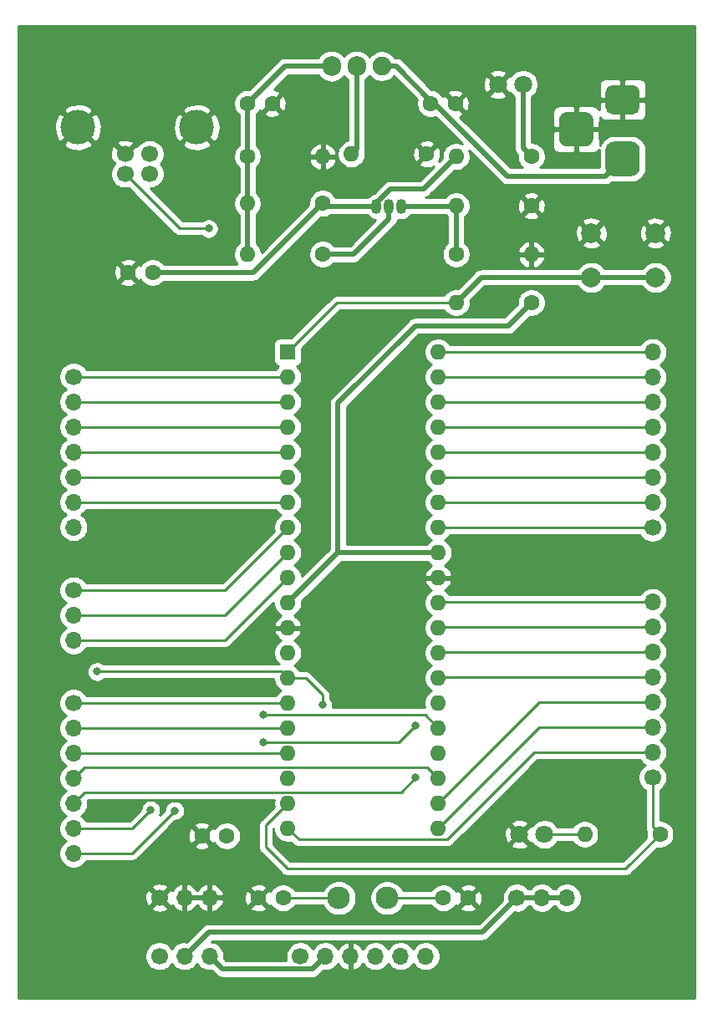
<source format=gbr>
G04 #@! TF.GenerationSoftware,KiCad,Pcbnew,(5.1.8)-1*
G04 #@! TF.CreationDate,2021-03-30T22:00:51-03:00*
G04 #@! TF.ProjectId,PIC18F4550,50494331-3846-4343-9535-302e6b696361,rev?*
G04 #@! TF.SameCoordinates,Original*
G04 #@! TF.FileFunction,Copper,L2,Bot*
G04 #@! TF.FilePolarity,Positive*
%FSLAX46Y46*%
G04 Gerber Fmt 4.6, Leading zero omitted, Abs format (unit mm)*
G04 Created by KiCad (PCBNEW (5.1.8)-1) date 2021-03-30 22:00:51*
%MOMM*%
%LPD*%
G01*
G04 APERTURE LIST*
G04 #@! TA.AperFunction,ComponentPad*
%ADD10C,1.800000*%
G04 #@! TD*
G04 #@! TA.AperFunction,ComponentPad*
%ADD11C,1.600000*%
G04 #@! TD*
G04 #@! TA.AperFunction,ComponentPad*
%ADD12O,1.600000X1.600000*%
G04 #@! TD*
G04 #@! TA.AperFunction,ComponentPad*
%ADD13R,1.600000X1.600000*%
G04 #@! TD*
G04 #@! TA.AperFunction,ComponentPad*
%ADD14O,1.700000X1.700000*%
G04 #@! TD*
G04 #@! TA.AperFunction,ComponentPad*
%ADD15C,1.700000*%
G04 #@! TD*
G04 #@! TA.AperFunction,ComponentPad*
%ADD16C,3.500000*%
G04 #@! TD*
G04 #@! TA.AperFunction,ComponentPad*
%ADD17O,1.050000X1.500000*%
G04 #@! TD*
G04 #@! TA.AperFunction,ComponentPad*
%ADD18C,2.000000*%
G04 #@! TD*
G04 #@! TA.AperFunction,ComponentPad*
%ADD19C,1.905000*%
G04 #@! TD*
G04 #@! TA.AperFunction,ComponentPad*
%ADD20O,1.905000X2.000000*%
G04 #@! TD*
G04 #@! TA.AperFunction,ComponentPad*
%ADD21C,2.300000*%
G04 #@! TD*
G04 #@! TA.AperFunction,ViaPad*
%ADD22C,0.800000*%
G04 #@! TD*
G04 #@! TA.AperFunction,Conductor*
%ADD23C,0.254000*%
G04 #@! TD*
G04 #@! TA.AperFunction,Conductor*
%ADD24C,0.508000*%
G04 #@! TD*
G04 #@! TA.AperFunction,Conductor*
%ADD25C,0.100000*%
G04 #@! TD*
G04 APERTURE END LIST*
D10*
X173890000Y-54575000D03*
X171350000Y-54575000D03*
D11*
X174725000Y-61875000D03*
D12*
X167105000Y-61875000D03*
D13*
X150057500Y-81675000D03*
D12*
X165297500Y-129935000D03*
X150057500Y-84215000D03*
X165297500Y-127395000D03*
X150057500Y-86755000D03*
X165297500Y-124855000D03*
X150057500Y-89295000D03*
X165297500Y-122315000D03*
X150057500Y-91835000D03*
X165297500Y-119775000D03*
X150057500Y-94375000D03*
X165297500Y-117235000D03*
X150057500Y-96915000D03*
X165297500Y-114695000D03*
X150057500Y-99455000D03*
X165297500Y-112155000D03*
X150057500Y-101995000D03*
X165297500Y-109615000D03*
X150057500Y-104535000D03*
X165297500Y-107075000D03*
X150057500Y-107075000D03*
X165297500Y-104535000D03*
X150057500Y-109615000D03*
X165297500Y-101995000D03*
X150057500Y-112155000D03*
X165297500Y-99455000D03*
X150057500Y-114695000D03*
X165297500Y-96915000D03*
X150057500Y-117235000D03*
X165297500Y-94375000D03*
X150057500Y-119775000D03*
X165297500Y-91835000D03*
X150057500Y-122315000D03*
X165297500Y-89295000D03*
X150057500Y-124855000D03*
X165297500Y-86755000D03*
X150057500Y-127395000D03*
X165297500Y-84215000D03*
X150057500Y-129935000D03*
X165297500Y-81675000D03*
D11*
X141375000Y-130675000D03*
X143875000Y-130675000D03*
X133875000Y-73625000D03*
X136375000Y-73625000D03*
X149575000Y-136975000D03*
X147075000Y-136975000D03*
X168325000Y-136975000D03*
X165825000Y-136975000D03*
X145975000Y-56500000D03*
X148475000Y-56500000D03*
D10*
X173525000Y-130525000D03*
X176065000Y-130525000D03*
D11*
X164125000Y-61625000D03*
D12*
X156505000Y-61625000D03*
X145975000Y-66625000D03*
D11*
X153595000Y-66625000D03*
D14*
X142136250Y-136950000D03*
X139596250Y-136950000D03*
D15*
X137056250Y-136950000D03*
X173258750Y-136950000D03*
D14*
X175798750Y-136950000D03*
X178338750Y-136950000D03*
D15*
X137056250Y-142875000D03*
D14*
X139596250Y-142875000D03*
X142136250Y-142875000D03*
G04 #@! TA.AperFunction,ComponentPad*
G36*
G01*
X183100000Y-60365000D02*
X184850000Y-60365000D01*
G75*
G02*
X185725000Y-61240000I0J-875000D01*
G01*
X185725000Y-62990000D01*
G75*
G02*
X184850000Y-63865000I-875000J0D01*
G01*
X183100000Y-63865000D01*
G75*
G02*
X182225000Y-62990000I0J875000D01*
G01*
X182225000Y-61240000D01*
G75*
G02*
X183100000Y-60365000I875000J0D01*
G01*
G37*
G04 #@! TD.AperFunction*
G04 #@! TA.AperFunction,ComponentPad*
G36*
G01*
X182975000Y-54615000D02*
X184975000Y-54615000D01*
G75*
G02*
X185725000Y-55365000I0J-750000D01*
G01*
X185725000Y-56865000D01*
G75*
G02*
X184975000Y-57615000I-750000J0D01*
G01*
X182975000Y-57615000D01*
G75*
G02*
X182225000Y-56865000I0J750000D01*
G01*
X182225000Y-55365000D01*
G75*
G02*
X182975000Y-54615000I750000J0D01*
G01*
G37*
G04 #@! TD.AperFunction*
G04 #@! TA.AperFunction,ComponentPad*
G36*
G01*
X178400000Y-57365000D02*
X180150000Y-57365000D01*
G75*
G02*
X181025000Y-58240000I0J-875000D01*
G01*
X181025000Y-59990000D01*
G75*
G02*
X180150000Y-60865000I-875000J0D01*
G01*
X178400000Y-60865000D01*
G75*
G02*
X177525000Y-59990000I0J875000D01*
G01*
X177525000Y-58240000D01*
G75*
G02*
X178400000Y-57365000I875000J0D01*
G01*
G37*
G04 #@! TD.AperFunction*
D15*
X133575000Y-63625000D03*
X136075000Y-63625000D03*
X136075000Y-61625000D03*
X133575000Y-61625000D03*
D16*
X128805000Y-58915000D03*
X140845000Y-58915000D03*
D17*
X160315000Y-66925000D03*
X159045000Y-66925000D03*
X161585000Y-66925000D03*
D12*
X167105000Y-76675000D03*
D11*
X174725000Y-76675000D03*
D12*
X180140000Y-130525000D03*
D11*
X187760000Y-130525000D03*
X174725000Y-66875000D03*
D12*
X167105000Y-66875000D03*
D11*
X145975000Y-61875000D03*
D12*
X153595000Y-61875000D03*
X145975000Y-71775000D03*
D11*
X153595000Y-71775000D03*
X167105000Y-71775000D03*
D12*
X174725000Y-71775000D03*
D18*
X180810000Y-74125000D03*
X180810000Y-69625000D03*
X187310000Y-74125000D03*
X187310000Y-69625000D03*
D19*
X159575000Y-52725000D03*
D20*
X157035000Y-52725000D03*
X154495000Y-52725000D03*
D21*
X155232500Y-136975000D03*
X160132500Y-136975000D03*
D15*
X187010000Y-124775000D03*
D14*
X187010000Y-122235000D03*
X187010000Y-119695000D03*
X187010000Y-117155000D03*
X187010000Y-114615000D03*
X187010000Y-112075000D03*
X187010000Y-109535000D03*
X187010000Y-106995000D03*
X128355000Y-99415000D03*
X128355000Y-96875000D03*
X128355000Y-94335000D03*
X128355000Y-91795000D03*
X128355000Y-89255000D03*
X128355000Y-86715000D03*
D15*
X128355000Y-84175000D03*
X128355000Y-105800000D03*
D14*
X128355000Y-108340000D03*
X128355000Y-110880000D03*
X187010000Y-81695000D03*
X187010000Y-84235000D03*
X187010000Y-86775000D03*
X187010000Y-89315000D03*
X187010000Y-91855000D03*
X187010000Y-94395000D03*
X187010000Y-96935000D03*
D15*
X187010000Y-99475000D03*
X128355000Y-117225000D03*
D14*
X128355000Y-119765000D03*
X128355000Y-122305000D03*
X128355000Y-124845000D03*
X128355000Y-127385000D03*
X128355000Y-129925000D03*
X128355000Y-132465000D03*
D11*
X164525000Y-56500000D03*
X167025000Y-56500000D03*
D15*
X151332500Y-142875000D03*
D14*
X153872500Y-142875000D03*
X156412500Y-142875000D03*
X158952500Y-142875000D03*
X161492500Y-142875000D03*
X164032500Y-142875000D03*
D22*
X153575000Y-117425000D03*
X130750000Y-114050000D03*
X163000000Y-124800000D03*
X136175000Y-128075000D03*
X147625000Y-118450000D03*
X138600000Y-128125000D03*
X147575000Y-121200000D03*
X162975000Y-119525000D03*
X142050000Y-69175000D03*
D23*
X149575000Y-136975000D02*
X155232500Y-136975000D01*
D24*
X145975000Y-61875000D02*
X145975000Y-59085000D01*
X145975000Y-61875000D02*
X145975000Y-66625000D01*
X145975000Y-71775000D02*
X145975000Y-66625000D01*
X145975000Y-56500000D02*
X145975000Y-59085000D01*
X149750000Y-52725000D02*
X145975000Y-56500000D01*
X154495000Y-52725000D02*
X149750000Y-52725000D01*
X153895000Y-66925000D02*
X153595000Y-66625000D01*
X159045000Y-66925000D02*
X153895000Y-66925000D01*
X167105000Y-61875000D02*
X163805000Y-65175000D01*
X159045000Y-66585471D02*
X159045000Y-66925000D01*
X160455471Y-65175000D02*
X159045000Y-66585471D01*
X163805000Y-65175000D02*
X160455471Y-65175000D01*
X146595000Y-73625000D02*
X153595000Y-66625000D01*
X136375000Y-73625000D02*
X146595000Y-73625000D01*
D23*
X176065000Y-130525000D02*
X180140000Y-130525000D01*
D24*
X157035000Y-61095000D02*
X156505000Y-61625000D01*
X157035000Y-52725000D02*
X157035000Y-61095000D01*
X173890000Y-61040000D02*
X174725000Y-61875000D01*
X173890000Y-54575000D02*
X173890000Y-61040000D01*
D23*
X187010000Y-129775000D02*
X187760000Y-130525000D01*
X187010000Y-124775000D02*
X187010000Y-129775000D01*
X187760000Y-130525000D02*
X184285000Y-134000000D01*
X184285000Y-134000000D02*
X150000000Y-134000000D01*
X150000000Y-134000000D02*
X147825000Y-131825000D01*
X147825000Y-129627500D02*
X150057500Y-127395000D01*
X147825000Y-131825000D02*
X147825000Y-129627500D01*
X187010000Y-122235000D02*
X175040000Y-122235000D01*
X166212999Y-131062001D02*
X151184501Y-131062001D01*
X151184501Y-131062001D02*
X150057500Y-129935000D01*
X175040000Y-122235000D02*
X166212999Y-131062001D01*
X175537500Y-119695000D02*
X165297500Y-129935000D01*
X187010000Y-119695000D02*
X175537500Y-119695000D01*
X175537500Y-117155000D02*
X165297500Y-127395000D01*
X187010000Y-117155000D02*
X175537500Y-117155000D01*
X165377500Y-114615000D02*
X165297500Y-114695000D01*
X187010000Y-114615000D02*
X165377500Y-114615000D01*
X186930000Y-112155000D02*
X187010000Y-112075000D01*
X165377500Y-112075000D02*
X165297500Y-112155000D01*
X187010000Y-112075000D02*
X165377500Y-112075000D01*
X165377500Y-109535000D02*
X165297500Y-109615000D01*
X187010000Y-109535000D02*
X165377500Y-109535000D01*
X165377500Y-106995000D02*
X165297500Y-107075000D01*
X187010000Y-106995000D02*
X165377500Y-106995000D01*
X160132500Y-136975000D02*
X165825000Y-136975000D01*
X150057500Y-114695000D02*
X151870000Y-114695000D01*
X153575000Y-116400000D02*
X153575000Y-117425000D01*
X151870000Y-114695000D02*
X153575000Y-116400000D01*
X149412500Y-114050000D02*
X150057500Y-114695000D01*
X130750000Y-114050000D02*
X149412500Y-114050000D01*
X150017500Y-96875000D02*
X150057500Y-96915000D01*
X128355000Y-96875000D02*
X150017500Y-96875000D01*
X150017500Y-94335000D02*
X150057500Y-94375000D01*
X128355000Y-94335000D02*
X150017500Y-94335000D01*
X150017500Y-91795000D02*
X150057500Y-91835000D01*
X128355000Y-91795000D02*
X150017500Y-91795000D01*
X150017500Y-89255000D02*
X150057500Y-89295000D01*
X128355000Y-89255000D02*
X150017500Y-89255000D01*
X150017500Y-86715000D02*
X150057500Y-86755000D01*
X128355000Y-86715000D02*
X150017500Y-86715000D01*
X150017500Y-84175000D02*
X150057500Y-84215000D01*
X128355000Y-84175000D02*
X150017500Y-84175000D01*
X143712500Y-110880000D02*
X150057500Y-104535000D01*
X128355000Y-110880000D02*
X143712500Y-110880000D01*
X143712500Y-108340000D02*
X150057500Y-101995000D01*
X128355000Y-108340000D02*
X143712500Y-108340000D01*
X143712500Y-105800000D02*
X150057500Y-99455000D01*
X128355000Y-105800000D02*
X143712500Y-105800000D01*
X186990000Y-81675000D02*
X187010000Y-81695000D01*
X165297500Y-81675000D02*
X186990000Y-81675000D01*
X186990000Y-84215000D02*
X187010000Y-84235000D01*
X165297500Y-84215000D02*
X186990000Y-84215000D01*
X186990000Y-86755000D02*
X187010000Y-86775000D01*
X165297500Y-86755000D02*
X186990000Y-86755000D01*
X186990000Y-89295000D02*
X187010000Y-89315000D01*
X165297500Y-89295000D02*
X186990000Y-89295000D01*
X186990000Y-91835000D02*
X187010000Y-91855000D01*
X165297500Y-91835000D02*
X186990000Y-91835000D01*
X186990000Y-94375000D02*
X187010000Y-94395000D01*
X165297500Y-94375000D02*
X186990000Y-94375000D01*
X186990000Y-96915000D02*
X187010000Y-96935000D01*
X165297500Y-96915000D02*
X186990000Y-96915000D01*
X186990000Y-99455000D02*
X187010000Y-99475000D01*
X165297500Y-99455000D02*
X186990000Y-99455000D01*
X150047500Y-117225000D02*
X150057500Y-117235000D01*
X128355000Y-117225000D02*
X150047500Y-117225000D01*
X150047500Y-119765000D02*
X150057500Y-119775000D01*
X128355000Y-119765000D02*
X150047500Y-119765000D01*
X150047500Y-122305000D02*
X150057500Y-122315000D01*
X128355000Y-122305000D02*
X150047500Y-122305000D01*
X164170499Y-123727999D02*
X165297500Y-124855000D01*
X129472001Y-123727999D02*
X164170499Y-123727999D01*
X128355000Y-124845000D02*
X129472001Y-123727999D01*
X129472001Y-126267999D02*
X160132001Y-126267999D01*
X128355000Y-127385000D02*
X129472001Y-126267999D01*
X161532001Y-126267999D02*
X163000000Y-124800000D01*
X160132001Y-126267999D02*
X161532001Y-126267999D01*
X134325000Y-129925000D02*
X136175000Y-128075000D01*
X128355000Y-129925000D02*
X134325000Y-129925000D01*
X163972500Y-118450000D02*
X165297500Y-119775000D01*
X147625000Y-118450000D02*
X163972500Y-118450000D01*
X134260000Y-132465000D02*
X138600000Y-128125000D01*
X128355000Y-132465000D02*
X134260000Y-132465000D01*
X161312001Y-121187999D02*
X162975000Y-119525000D01*
X147587001Y-121187999D02*
X161312001Y-121187999D01*
X147575000Y-121200000D02*
X147587001Y-121187999D01*
D24*
X155137500Y-101995000D02*
X150057500Y-107075000D01*
X165297500Y-101995000D02*
X155137500Y-101995000D01*
X174725000Y-76675000D02*
X172375000Y-79025000D01*
X172375000Y-79025000D02*
X162975000Y-79025000D01*
X155137500Y-86862500D02*
X155137500Y-101995000D01*
X162975000Y-79025000D02*
X155137500Y-86862500D01*
X173258750Y-136950000D02*
X178338750Y-136950000D01*
X139596250Y-142875000D02*
X142046250Y-140425000D01*
X169783750Y-140425000D02*
X173258750Y-136950000D01*
X142046250Y-140425000D02*
X169783750Y-140425000D01*
X152568499Y-144179001D02*
X153872500Y-142875000D01*
X143440251Y-144179001D02*
X152568499Y-144179001D01*
X142136250Y-142875000D02*
X143440251Y-144179001D01*
X167055000Y-66925000D02*
X167105000Y-66875000D01*
X161585000Y-66925000D02*
X167055000Y-66925000D01*
X167105000Y-71775000D02*
X167105000Y-66875000D01*
D23*
X139125000Y-69175000D02*
X142050000Y-69175000D01*
X133575000Y-63625000D02*
X139125000Y-69175000D01*
X155057500Y-76675000D02*
X150057500Y-81675000D01*
X167105000Y-76675000D02*
X155057500Y-76675000D01*
D24*
X169655000Y-74125000D02*
X180775000Y-74125000D01*
X180775000Y-74125000D02*
X187275000Y-74125000D01*
X167105000Y-76675000D02*
X169655000Y-74125000D01*
X156723000Y-71775000D02*
X160315000Y-68183000D01*
X160315000Y-68183000D02*
X160315000Y-66925000D01*
X153595000Y-71775000D02*
X156723000Y-71775000D01*
X159575000Y-52725000D02*
X161025000Y-52725000D01*
X164525000Y-56225000D02*
X164525000Y-56500000D01*
X161025000Y-52725000D02*
X164525000Y-56225000D01*
X183975000Y-62115000D02*
X182215000Y-63875000D01*
X182215000Y-63875000D02*
X172275000Y-63875000D01*
X164900000Y-56500000D02*
X164525000Y-56500000D01*
X172275000Y-63875000D02*
X164900000Y-56500000D01*
D23*
X191290000Y-147140000D02*
X122760000Y-147140000D01*
X122760000Y-142728740D01*
X135571250Y-142728740D01*
X135571250Y-143021260D01*
X135628318Y-143308158D01*
X135740260Y-143578411D01*
X135902775Y-143821632D01*
X136109618Y-144028475D01*
X136352839Y-144190990D01*
X136623092Y-144302932D01*
X136909990Y-144360000D01*
X137202510Y-144360000D01*
X137489408Y-144302932D01*
X137759661Y-144190990D01*
X138002882Y-144028475D01*
X138209725Y-143821632D01*
X138326250Y-143647240D01*
X138442775Y-143821632D01*
X138649618Y-144028475D01*
X138892839Y-144190990D01*
X139163092Y-144302932D01*
X139449990Y-144360000D01*
X139742510Y-144360000D01*
X140029408Y-144302932D01*
X140299661Y-144190990D01*
X140542882Y-144028475D01*
X140749725Y-143821632D01*
X140866250Y-143647240D01*
X140982775Y-143821632D01*
X141189618Y-144028475D01*
X141432839Y-144190990D01*
X141703092Y-144302932D01*
X141989990Y-144360000D01*
X142282510Y-144360000D01*
X142350492Y-144346477D01*
X142780757Y-144776742D01*
X142808592Y-144810660D01*
X142943960Y-144921754D01*
X143098400Y-145004304D01*
X143193009Y-145033003D01*
X143265976Y-145055137D01*
X143282576Y-145056772D01*
X143396584Y-145068001D01*
X143396591Y-145068001D01*
X143440251Y-145072301D01*
X143483911Y-145068001D01*
X152524839Y-145068001D01*
X152568499Y-145072301D01*
X152612159Y-145068001D01*
X152612166Y-145068001D01*
X152742773Y-145055137D01*
X152910350Y-145004304D01*
X153064790Y-144921754D01*
X153200158Y-144810660D01*
X153227998Y-144776737D01*
X153658258Y-144346477D01*
X153726240Y-144360000D01*
X154018760Y-144360000D01*
X154305658Y-144302932D01*
X154575911Y-144190990D01*
X154819132Y-144028475D01*
X155025975Y-143821632D01*
X155147695Y-143639466D01*
X155217322Y-143756355D01*
X155412231Y-143972588D01*
X155645580Y-144146641D01*
X155908401Y-144271825D01*
X156055610Y-144316476D01*
X156285500Y-144195155D01*
X156285500Y-143002000D01*
X156265500Y-143002000D01*
X156265500Y-142748000D01*
X156285500Y-142748000D01*
X156285500Y-141554845D01*
X156539500Y-141554845D01*
X156539500Y-142748000D01*
X156559500Y-142748000D01*
X156559500Y-143002000D01*
X156539500Y-143002000D01*
X156539500Y-144195155D01*
X156769390Y-144316476D01*
X156916599Y-144271825D01*
X157179420Y-144146641D01*
X157412769Y-143972588D01*
X157607678Y-143756355D01*
X157677305Y-143639466D01*
X157799025Y-143821632D01*
X158005868Y-144028475D01*
X158249089Y-144190990D01*
X158519342Y-144302932D01*
X158806240Y-144360000D01*
X159098760Y-144360000D01*
X159385658Y-144302932D01*
X159655911Y-144190990D01*
X159899132Y-144028475D01*
X160105975Y-143821632D01*
X160222500Y-143647240D01*
X160339025Y-143821632D01*
X160545868Y-144028475D01*
X160789089Y-144190990D01*
X161059342Y-144302932D01*
X161346240Y-144360000D01*
X161638760Y-144360000D01*
X161925658Y-144302932D01*
X162195911Y-144190990D01*
X162439132Y-144028475D01*
X162645975Y-143821632D01*
X162762500Y-143647240D01*
X162879025Y-143821632D01*
X163085868Y-144028475D01*
X163329089Y-144190990D01*
X163599342Y-144302932D01*
X163886240Y-144360000D01*
X164178760Y-144360000D01*
X164465658Y-144302932D01*
X164735911Y-144190990D01*
X164979132Y-144028475D01*
X165185975Y-143821632D01*
X165348490Y-143578411D01*
X165460432Y-143308158D01*
X165517500Y-143021260D01*
X165517500Y-142728740D01*
X165460432Y-142441842D01*
X165348490Y-142171589D01*
X165185975Y-141928368D01*
X164979132Y-141721525D01*
X164735911Y-141559010D01*
X164465658Y-141447068D01*
X164178760Y-141390000D01*
X163886240Y-141390000D01*
X163599342Y-141447068D01*
X163329089Y-141559010D01*
X163085868Y-141721525D01*
X162879025Y-141928368D01*
X162762500Y-142102760D01*
X162645975Y-141928368D01*
X162439132Y-141721525D01*
X162195911Y-141559010D01*
X161925658Y-141447068D01*
X161638760Y-141390000D01*
X161346240Y-141390000D01*
X161059342Y-141447068D01*
X160789089Y-141559010D01*
X160545868Y-141721525D01*
X160339025Y-141928368D01*
X160222500Y-142102760D01*
X160105975Y-141928368D01*
X159899132Y-141721525D01*
X159655911Y-141559010D01*
X159385658Y-141447068D01*
X159098760Y-141390000D01*
X158806240Y-141390000D01*
X158519342Y-141447068D01*
X158249089Y-141559010D01*
X158005868Y-141721525D01*
X157799025Y-141928368D01*
X157677305Y-142110534D01*
X157607678Y-141993645D01*
X157412769Y-141777412D01*
X157179420Y-141603359D01*
X156916599Y-141478175D01*
X156769390Y-141433524D01*
X156539500Y-141554845D01*
X156285500Y-141554845D01*
X156055610Y-141433524D01*
X155908401Y-141478175D01*
X155645580Y-141603359D01*
X155412231Y-141777412D01*
X155217322Y-141993645D01*
X155147695Y-142110534D01*
X155025975Y-141928368D01*
X154819132Y-141721525D01*
X154575911Y-141559010D01*
X154305658Y-141447068D01*
X154018760Y-141390000D01*
X153726240Y-141390000D01*
X153439342Y-141447068D01*
X153169089Y-141559010D01*
X152925868Y-141721525D01*
X152719025Y-141928368D01*
X152602500Y-142102760D01*
X152485975Y-141928368D01*
X152279132Y-141721525D01*
X152035911Y-141559010D01*
X151765658Y-141447068D01*
X151478760Y-141390000D01*
X151186240Y-141390000D01*
X150899342Y-141447068D01*
X150629089Y-141559010D01*
X150385868Y-141721525D01*
X150179025Y-141928368D01*
X150016510Y-142171589D01*
X149904568Y-142441842D01*
X149847500Y-142728740D01*
X149847500Y-143021260D01*
X149900956Y-143290001D01*
X143808487Y-143290001D01*
X143607727Y-143089242D01*
X143621250Y-143021260D01*
X143621250Y-142728740D01*
X143564182Y-142441842D01*
X143452240Y-142171589D01*
X143289725Y-141928368D01*
X143082882Y-141721525D01*
X142839661Y-141559010D01*
X142569408Y-141447068D01*
X142329198Y-141399287D01*
X142414485Y-141314000D01*
X169740090Y-141314000D01*
X169783750Y-141318300D01*
X169827410Y-141314000D01*
X169827417Y-141314000D01*
X169958024Y-141301136D01*
X170125601Y-141250303D01*
X170280041Y-141167753D01*
X170415409Y-141056659D01*
X170443249Y-141022736D01*
X173044508Y-138421477D01*
X173112490Y-138435000D01*
X173405010Y-138435000D01*
X173691908Y-138377932D01*
X173962161Y-138265990D01*
X174205382Y-138103475D01*
X174412225Y-137896632D01*
X174450733Y-137839000D01*
X174606767Y-137839000D01*
X174645275Y-137896632D01*
X174852118Y-138103475D01*
X175095339Y-138265990D01*
X175365592Y-138377932D01*
X175652490Y-138435000D01*
X175945010Y-138435000D01*
X176231908Y-138377932D01*
X176502161Y-138265990D01*
X176745382Y-138103475D01*
X176952225Y-137896632D01*
X176990733Y-137839000D01*
X177146767Y-137839000D01*
X177185275Y-137896632D01*
X177392118Y-138103475D01*
X177635339Y-138265990D01*
X177905592Y-138377932D01*
X178192490Y-138435000D01*
X178485010Y-138435000D01*
X178771908Y-138377932D01*
X179042161Y-138265990D01*
X179285382Y-138103475D01*
X179492225Y-137896632D01*
X179654740Y-137653411D01*
X179766682Y-137383158D01*
X179823750Y-137096260D01*
X179823750Y-136803740D01*
X179766682Y-136516842D01*
X179654740Y-136246589D01*
X179492225Y-136003368D01*
X179285382Y-135796525D01*
X179042161Y-135634010D01*
X178771908Y-135522068D01*
X178485010Y-135465000D01*
X178192490Y-135465000D01*
X177905592Y-135522068D01*
X177635339Y-135634010D01*
X177392118Y-135796525D01*
X177185275Y-136003368D01*
X177146767Y-136061000D01*
X176990733Y-136061000D01*
X176952225Y-136003368D01*
X176745382Y-135796525D01*
X176502161Y-135634010D01*
X176231908Y-135522068D01*
X175945010Y-135465000D01*
X175652490Y-135465000D01*
X175365592Y-135522068D01*
X175095339Y-135634010D01*
X174852118Y-135796525D01*
X174645275Y-136003368D01*
X174606767Y-136061000D01*
X174450733Y-136061000D01*
X174412225Y-136003368D01*
X174205382Y-135796525D01*
X173962161Y-135634010D01*
X173691908Y-135522068D01*
X173405010Y-135465000D01*
X173112490Y-135465000D01*
X172825592Y-135522068D01*
X172555339Y-135634010D01*
X172312118Y-135796525D01*
X172105275Y-136003368D01*
X171942760Y-136246589D01*
X171830818Y-136516842D01*
X171773750Y-136803740D01*
X171773750Y-137096260D01*
X171787273Y-137164242D01*
X169415515Y-139536000D01*
X142089909Y-139536000D01*
X142046249Y-139531700D01*
X142002589Y-139536000D01*
X142002583Y-139536000D01*
X141905174Y-139545594D01*
X141871974Y-139548864D01*
X141770308Y-139579704D01*
X141704399Y-139599697D01*
X141549959Y-139682247D01*
X141414591Y-139793341D01*
X141386751Y-139827264D01*
X139810492Y-141403523D01*
X139742510Y-141390000D01*
X139449990Y-141390000D01*
X139163092Y-141447068D01*
X138892839Y-141559010D01*
X138649618Y-141721525D01*
X138442775Y-141928368D01*
X138326250Y-142102760D01*
X138209725Y-141928368D01*
X138002882Y-141721525D01*
X137759661Y-141559010D01*
X137489408Y-141447068D01*
X137202510Y-141390000D01*
X136909990Y-141390000D01*
X136623092Y-141447068D01*
X136352839Y-141559010D01*
X136109618Y-141721525D01*
X135902775Y-141928368D01*
X135740260Y-142171589D01*
X135628318Y-142441842D01*
X135571250Y-142728740D01*
X122760000Y-142728740D01*
X122760000Y-137978397D01*
X136207458Y-137978397D01*
X136285093Y-138227472D01*
X136549133Y-138353371D01*
X136832661Y-138425339D01*
X137124781Y-138440611D01*
X137414269Y-138398599D01*
X137689997Y-138300919D01*
X137827407Y-138227472D01*
X137905042Y-137978397D01*
X137056250Y-137129605D01*
X136207458Y-137978397D01*
X122760000Y-137978397D01*
X122760000Y-137018531D01*
X135565639Y-137018531D01*
X135607651Y-137308019D01*
X135705331Y-137583747D01*
X135778778Y-137721157D01*
X136027853Y-137798792D01*
X136876645Y-136950000D01*
X137235855Y-136950000D01*
X138084647Y-137798792D01*
X138333722Y-137721157D01*
X138334481Y-137719564D01*
X138401072Y-137831355D01*
X138595981Y-138047588D01*
X138829330Y-138221641D01*
X139092151Y-138346825D01*
X139239360Y-138391476D01*
X139469250Y-138270155D01*
X139469250Y-137077000D01*
X139723250Y-137077000D01*
X139723250Y-138270155D01*
X139953140Y-138391476D01*
X140100349Y-138346825D01*
X140363170Y-138221641D01*
X140596519Y-138047588D01*
X140791428Y-137831355D01*
X140866250Y-137705745D01*
X140941072Y-137831355D01*
X141135981Y-138047588D01*
X141369330Y-138221641D01*
X141632151Y-138346825D01*
X141779360Y-138391476D01*
X142009250Y-138270155D01*
X142009250Y-137077000D01*
X142263250Y-137077000D01*
X142263250Y-138270155D01*
X142493140Y-138391476D01*
X142640349Y-138346825D01*
X142903170Y-138221641D01*
X143136519Y-138047588D01*
X143208526Y-137967702D01*
X146261903Y-137967702D01*
X146333486Y-138211671D01*
X146588996Y-138332571D01*
X146863184Y-138401300D01*
X147145512Y-138415217D01*
X147425130Y-138373787D01*
X147691292Y-138278603D01*
X147816514Y-138211671D01*
X147888097Y-137967702D01*
X147075000Y-137154605D01*
X146261903Y-137967702D01*
X143208526Y-137967702D01*
X143331428Y-137831355D01*
X143480407Y-137581252D01*
X143577731Y-137306891D01*
X143457064Y-137077000D01*
X142263250Y-137077000D01*
X142009250Y-137077000D01*
X139723250Y-137077000D01*
X139469250Y-137077000D01*
X139449250Y-137077000D01*
X139449250Y-137045512D01*
X145634783Y-137045512D01*
X145676213Y-137325130D01*
X145771397Y-137591292D01*
X145838329Y-137716514D01*
X146082298Y-137788097D01*
X146895395Y-136975000D01*
X147254605Y-136975000D01*
X148067702Y-137788097D01*
X148311671Y-137716514D01*
X148325324Y-137687659D01*
X148460363Y-137889759D01*
X148660241Y-138089637D01*
X148895273Y-138246680D01*
X149156426Y-138354853D01*
X149433665Y-138410000D01*
X149716335Y-138410000D01*
X149993574Y-138354853D01*
X150254727Y-138246680D01*
X150489759Y-138089637D01*
X150689637Y-137889759D01*
X150791707Y-137737000D01*
X153616060Y-137737000D01*
X153650653Y-137820515D01*
X153846000Y-138112871D01*
X154094629Y-138361500D01*
X154386985Y-138556847D01*
X154711835Y-138691404D01*
X155056693Y-138760000D01*
X155408307Y-138760000D01*
X155753165Y-138691404D01*
X156078015Y-138556847D01*
X156370371Y-138361500D01*
X156619000Y-138112871D01*
X156814347Y-137820515D01*
X156948904Y-137495665D01*
X157017500Y-137150807D01*
X157017500Y-136799193D01*
X158347500Y-136799193D01*
X158347500Y-137150807D01*
X158416096Y-137495665D01*
X158550653Y-137820515D01*
X158746000Y-138112871D01*
X158994629Y-138361500D01*
X159286985Y-138556847D01*
X159611835Y-138691404D01*
X159956693Y-138760000D01*
X160308307Y-138760000D01*
X160653165Y-138691404D01*
X160978015Y-138556847D01*
X161270371Y-138361500D01*
X161519000Y-138112871D01*
X161714347Y-137820515D01*
X161748940Y-137737000D01*
X164608293Y-137737000D01*
X164710363Y-137889759D01*
X164910241Y-138089637D01*
X165145273Y-138246680D01*
X165406426Y-138354853D01*
X165683665Y-138410000D01*
X165966335Y-138410000D01*
X166243574Y-138354853D01*
X166504727Y-138246680D01*
X166739759Y-138089637D01*
X166861694Y-137967702D01*
X167511903Y-137967702D01*
X167583486Y-138211671D01*
X167838996Y-138332571D01*
X168113184Y-138401300D01*
X168395512Y-138415217D01*
X168675130Y-138373787D01*
X168941292Y-138278603D01*
X169066514Y-138211671D01*
X169138097Y-137967702D01*
X168325000Y-137154605D01*
X167511903Y-137967702D01*
X166861694Y-137967702D01*
X166939637Y-137889759D01*
X167073692Y-137689131D01*
X167088329Y-137716514D01*
X167332298Y-137788097D01*
X168145395Y-136975000D01*
X168504605Y-136975000D01*
X169317702Y-137788097D01*
X169561671Y-137716514D01*
X169682571Y-137461004D01*
X169751300Y-137186816D01*
X169765217Y-136904488D01*
X169723787Y-136624870D01*
X169628603Y-136358708D01*
X169561671Y-136233486D01*
X169317702Y-136161903D01*
X168504605Y-136975000D01*
X168145395Y-136975000D01*
X167332298Y-136161903D01*
X167088329Y-136233486D01*
X167074676Y-136262341D01*
X166939637Y-136060241D01*
X166861694Y-135982298D01*
X167511903Y-135982298D01*
X168325000Y-136795395D01*
X169138097Y-135982298D01*
X169066514Y-135738329D01*
X168811004Y-135617429D01*
X168536816Y-135548700D01*
X168254488Y-135534783D01*
X167974870Y-135576213D01*
X167708708Y-135671397D01*
X167583486Y-135738329D01*
X167511903Y-135982298D01*
X166861694Y-135982298D01*
X166739759Y-135860363D01*
X166504727Y-135703320D01*
X166243574Y-135595147D01*
X165966335Y-135540000D01*
X165683665Y-135540000D01*
X165406426Y-135595147D01*
X165145273Y-135703320D01*
X164910241Y-135860363D01*
X164710363Y-136060241D01*
X164608293Y-136213000D01*
X161748940Y-136213000D01*
X161714347Y-136129485D01*
X161519000Y-135837129D01*
X161270371Y-135588500D01*
X160978015Y-135393153D01*
X160653165Y-135258596D01*
X160308307Y-135190000D01*
X159956693Y-135190000D01*
X159611835Y-135258596D01*
X159286985Y-135393153D01*
X158994629Y-135588500D01*
X158746000Y-135837129D01*
X158550653Y-136129485D01*
X158416096Y-136454335D01*
X158347500Y-136799193D01*
X157017500Y-136799193D01*
X156948904Y-136454335D01*
X156814347Y-136129485D01*
X156619000Y-135837129D01*
X156370371Y-135588500D01*
X156078015Y-135393153D01*
X155753165Y-135258596D01*
X155408307Y-135190000D01*
X155056693Y-135190000D01*
X154711835Y-135258596D01*
X154386985Y-135393153D01*
X154094629Y-135588500D01*
X153846000Y-135837129D01*
X153650653Y-136129485D01*
X153616060Y-136213000D01*
X150791707Y-136213000D01*
X150689637Y-136060241D01*
X150489759Y-135860363D01*
X150254727Y-135703320D01*
X149993574Y-135595147D01*
X149716335Y-135540000D01*
X149433665Y-135540000D01*
X149156426Y-135595147D01*
X148895273Y-135703320D01*
X148660241Y-135860363D01*
X148460363Y-136060241D01*
X148326308Y-136260869D01*
X148311671Y-136233486D01*
X148067702Y-136161903D01*
X147254605Y-136975000D01*
X146895395Y-136975000D01*
X146082298Y-136161903D01*
X145838329Y-136233486D01*
X145717429Y-136488996D01*
X145648700Y-136763184D01*
X145634783Y-137045512D01*
X139449250Y-137045512D01*
X139449250Y-136823000D01*
X139469250Y-136823000D01*
X139469250Y-135629845D01*
X139723250Y-135629845D01*
X139723250Y-136823000D01*
X142009250Y-136823000D01*
X142009250Y-135629845D01*
X142263250Y-135629845D01*
X142263250Y-136823000D01*
X143457064Y-136823000D01*
X143577731Y-136593109D01*
X143480407Y-136318748D01*
X143331428Y-136068645D01*
X143253597Y-135982298D01*
X146261903Y-135982298D01*
X147075000Y-136795395D01*
X147888097Y-135982298D01*
X147816514Y-135738329D01*
X147561004Y-135617429D01*
X147286816Y-135548700D01*
X147004488Y-135534783D01*
X146724870Y-135576213D01*
X146458708Y-135671397D01*
X146333486Y-135738329D01*
X146261903Y-135982298D01*
X143253597Y-135982298D01*
X143136519Y-135852412D01*
X142903170Y-135678359D01*
X142640349Y-135553175D01*
X142493140Y-135508524D01*
X142263250Y-135629845D01*
X142009250Y-135629845D01*
X141779360Y-135508524D01*
X141632151Y-135553175D01*
X141369330Y-135678359D01*
X141135981Y-135852412D01*
X140941072Y-136068645D01*
X140866250Y-136194255D01*
X140791428Y-136068645D01*
X140596519Y-135852412D01*
X140363170Y-135678359D01*
X140100349Y-135553175D01*
X139953140Y-135508524D01*
X139723250Y-135629845D01*
X139469250Y-135629845D01*
X139239360Y-135508524D01*
X139092151Y-135553175D01*
X138829330Y-135678359D01*
X138595981Y-135852412D01*
X138401072Y-136068645D01*
X138334530Y-136180355D01*
X138333722Y-136178843D01*
X138084647Y-136101208D01*
X137235855Y-136950000D01*
X136876645Y-136950000D01*
X136027853Y-136101208D01*
X135778778Y-136178843D01*
X135652879Y-136442883D01*
X135580911Y-136726411D01*
X135565639Y-137018531D01*
X122760000Y-137018531D01*
X122760000Y-135921603D01*
X136207458Y-135921603D01*
X137056250Y-136770395D01*
X137905042Y-135921603D01*
X137827407Y-135672528D01*
X137563367Y-135546629D01*
X137279839Y-135474661D01*
X136987719Y-135459389D01*
X136698231Y-135501401D01*
X136422503Y-135599081D01*
X136285093Y-135672528D01*
X136207458Y-135921603D01*
X122760000Y-135921603D01*
X122760000Y-117078740D01*
X126870000Y-117078740D01*
X126870000Y-117371260D01*
X126927068Y-117658158D01*
X127039010Y-117928411D01*
X127201525Y-118171632D01*
X127408368Y-118378475D01*
X127582760Y-118495000D01*
X127408368Y-118611525D01*
X127201525Y-118818368D01*
X127039010Y-119061589D01*
X126927068Y-119331842D01*
X126870000Y-119618740D01*
X126870000Y-119911260D01*
X126927068Y-120198158D01*
X127039010Y-120468411D01*
X127201525Y-120711632D01*
X127408368Y-120918475D01*
X127582760Y-121035000D01*
X127408368Y-121151525D01*
X127201525Y-121358368D01*
X127039010Y-121601589D01*
X126927068Y-121871842D01*
X126870000Y-122158740D01*
X126870000Y-122451260D01*
X126927068Y-122738158D01*
X127039010Y-123008411D01*
X127201525Y-123251632D01*
X127408368Y-123458475D01*
X127582760Y-123575000D01*
X127408368Y-123691525D01*
X127201525Y-123898368D01*
X127039010Y-124141589D01*
X126927068Y-124411842D01*
X126870000Y-124698740D01*
X126870000Y-124991260D01*
X126927068Y-125278158D01*
X127039010Y-125548411D01*
X127201525Y-125791632D01*
X127408368Y-125998475D01*
X127582760Y-126115000D01*
X127408368Y-126231525D01*
X127201525Y-126438368D01*
X127039010Y-126681589D01*
X126927068Y-126951842D01*
X126870000Y-127238740D01*
X126870000Y-127531260D01*
X126927068Y-127818158D01*
X127039010Y-128088411D01*
X127201525Y-128331632D01*
X127408368Y-128538475D01*
X127582760Y-128655000D01*
X127408368Y-128771525D01*
X127201525Y-128978368D01*
X127039010Y-129221589D01*
X126927068Y-129491842D01*
X126870000Y-129778740D01*
X126870000Y-130071260D01*
X126927068Y-130358158D01*
X127039010Y-130628411D01*
X127201525Y-130871632D01*
X127408368Y-131078475D01*
X127582760Y-131195000D01*
X127408368Y-131311525D01*
X127201525Y-131518368D01*
X127039010Y-131761589D01*
X126927068Y-132031842D01*
X126870000Y-132318740D01*
X126870000Y-132611260D01*
X126927068Y-132898158D01*
X127039010Y-133168411D01*
X127201525Y-133411632D01*
X127408368Y-133618475D01*
X127651589Y-133780990D01*
X127921842Y-133892932D01*
X128208740Y-133950000D01*
X128501260Y-133950000D01*
X128788158Y-133892932D01*
X129058411Y-133780990D01*
X129301632Y-133618475D01*
X129508475Y-133411632D01*
X129631842Y-133227000D01*
X134222577Y-133227000D01*
X134260000Y-133230686D01*
X134297423Y-133227000D01*
X134297426Y-133227000D01*
X134409378Y-133215974D01*
X134553015Y-133172402D01*
X134685392Y-133101645D01*
X134801422Y-133006422D01*
X134825284Y-132977346D01*
X136134928Y-131667702D01*
X140561903Y-131667702D01*
X140633486Y-131911671D01*
X140888996Y-132032571D01*
X141163184Y-132101300D01*
X141445512Y-132115217D01*
X141725130Y-132073787D01*
X141991292Y-131978603D01*
X142116514Y-131911671D01*
X142188097Y-131667702D01*
X141375000Y-130854605D01*
X140561903Y-131667702D01*
X136134928Y-131667702D01*
X137057118Y-130745512D01*
X139934783Y-130745512D01*
X139976213Y-131025130D01*
X140071397Y-131291292D01*
X140138329Y-131416514D01*
X140382298Y-131488097D01*
X141195395Y-130675000D01*
X141554605Y-130675000D01*
X142367702Y-131488097D01*
X142611671Y-131416514D01*
X142625324Y-131387659D01*
X142760363Y-131589759D01*
X142960241Y-131789637D01*
X143195273Y-131946680D01*
X143456426Y-132054853D01*
X143733665Y-132110000D01*
X144016335Y-132110000D01*
X144293574Y-132054853D01*
X144554727Y-131946680D01*
X144789759Y-131789637D01*
X144989637Y-131589759D01*
X145146680Y-131354727D01*
X145254853Y-131093574D01*
X145310000Y-130816335D01*
X145310000Y-130533665D01*
X145254853Y-130256426D01*
X145146680Y-129995273D01*
X144989637Y-129760241D01*
X144789759Y-129560363D01*
X144554727Y-129403320D01*
X144293574Y-129295147D01*
X144016335Y-129240000D01*
X143733665Y-129240000D01*
X143456426Y-129295147D01*
X143195273Y-129403320D01*
X142960241Y-129560363D01*
X142760363Y-129760241D01*
X142626308Y-129960869D01*
X142611671Y-129933486D01*
X142367702Y-129861903D01*
X141554605Y-130675000D01*
X141195395Y-130675000D01*
X140382298Y-129861903D01*
X140138329Y-129933486D01*
X140017429Y-130188996D01*
X139948700Y-130463184D01*
X139934783Y-130745512D01*
X137057118Y-130745512D01*
X138120332Y-129682298D01*
X140561903Y-129682298D01*
X141375000Y-130495395D01*
X142188097Y-129682298D01*
X142116514Y-129438329D01*
X141861004Y-129317429D01*
X141586816Y-129248700D01*
X141304488Y-129234783D01*
X141024870Y-129276213D01*
X140758708Y-129371397D01*
X140633486Y-129438329D01*
X140561903Y-129682298D01*
X138120332Y-129682298D01*
X138642631Y-129160000D01*
X138701939Y-129160000D01*
X138901898Y-129120226D01*
X139090256Y-129042205D01*
X139259774Y-128928937D01*
X139403937Y-128784774D01*
X139517205Y-128615256D01*
X139595226Y-128426898D01*
X139635000Y-128226939D01*
X139635000Y-128023061D01*
X139595226Y-127823102D01*
X139517205Y-127634744D01*
X139403937Y-127465226D01*
X139259774Y-127321063D01*
X139090256Y-127207795D01*
X138901898Y-127129774D01*
X138701939Y-127090000D01*
X138498061Y-127090000D01*
X138298102Y-127129774D01*
X138109744Y-127207795D01*
X137940226Y-127321063D01*
X137796063Y-127465226D01*
X137682795Y-127634744D01*
X137604774Y-127823102D01*
X137565000Y-128023061D01*
X137565000Y-128082369D01*
X137099341Y-128548028D01*
X137170226Y-128376898D01*
X137210000Y-128176939D01*
X137210000Y-127973061D01*
X137170226Y-127773102D01*
X137092205Y-127584744D01*
X136978937Y-127415226D01*
X136834774Y-127271063D01*
X136665256Y-127157795D01*
X136476898Y-127079774D01*
X136276939Y-127040000D01*
X136073061Y-127040000D01*
X135873102Y-127079774D01*
X135684744Y-127157795D01*
X135515226Y-127271063D01*
X135371063Y-127415226D01*
X135257795Y-127584744D01*
X135179774Y-127773102D01*
X135140000Y-127973061D01*
X135140000Y-128032369D01*
X134009370Y-129163000D01*
X129631842Y-129163000D01*
X129508475Y-128978368D01*
X129301632Y-128771525D01*
X129127240Y-128655000D01*
X129301632Y-128538475D01*
X129508475Y-128331632D01*
X129670990Y-128088411D01*
X129782932Y-127818158D01*
X129840000Y-127531260D01*
X129840000Y-127238740D01*
X129798479Y-127029999D01*
X148666991Y-127029999D01*
X148622500Y-127253665D01*
X148622500Y-127536335D01*
X148658343Y-127716527D01*
X147312649Y-129062221D01*
X147283579Y-129086078D01*
X147259722Y-129115148D01*
X147259721Y-129115149D01*
X147188355Y-129202108D01*
X147117599Y-129334485D01*
X147074027Y-129478122D01*
X147059314Y-129627500D01*
X147063001Y-129664933D01*
X147063000Y-131787576D01*
X147059314Y-131825000D01*
X147063000Y-131862423D01*
X147063000Y-131862425D01*
X147074026Y-131974377D01*
X147117598Y-132118014D01*
X147117599Y-132118015D01*
X147188355Y-132250392D01*
X147227983Y-132298678D01*
X147283578Y-132366422D01*
X147312654Y-132390284D01*
X149434721Y-134512352D01*
X149458578Y-134541422D01*
X149574608Y-134636645D01*
X149706985Y-134707402D01*
X149850622Y-134750974D01*
X149962574Y-134762000D01*
X149962583Y-134762000D01*
X149999999Y-134765685D01*
X150037415Y-134762000D01*
X184247577Y-134762000D01*
X184285000Y-134765686D01*
X184322423Y-134762000D01*
X184322426Y-134762000D01*
X184434378Y-134750974D01*
X184578015Y-134707402D01*
X184710392Y-134636645D01*
X184826422Y-134541422D01*
X184850284Y-134512346D01*
X187438474Y-131924157D01*
X187618665Y-131960000D01*
X187901335Y-131960000D01*
X188178574Y-131904853D01*
X188439727Y-131796680D01*
X188674759Y-131639637D01*
X188874637Y-131439759D01*
X189031680Y-131204727D01*
X189139853Y-130943574D01*
X189195000Y-130666335D01*
X189195000Y-130383665D01*
X189139853Y-130106426D01*
X189031680Y-129845273D01*
X188874637Y-129610241D01*
X188674759Y-129410363D01*
X188439727Y-129253320D01*
X188178574Y-129145147D01*
X187901335Y-129090000D01*
X187772000Y-129090000D01*
X187772000Y-126051842D01*
X187956632Y-125928475D01*
X188163475Y-125721632D01*
X188325990Y-125478411D01*
X188437932Y-125208158D01*
X188495000Y-124921260D01*
X188495000Y-124628740D01*
X188437932Y-124341842D01*
X188325990Y-124071589D01*
X188163475Y-123828368D01*
X187956632Y-123621525D01*
X187782240Y-123505000D01*
X187956632Y-123388475D01*
X188163475Y-123181632D01*
X188325990Y-122938411D01*
X188437932Y-122668158D01*
X188495000Y-122381260D01*
X188495000Y-122088740D01*
X188437932Y-121801842D01*
X188325990Y-121531589D01*
X188163475Y-121288368D01*
X187956632Y-121081525D01*
X187782240Y-120965000D01*
X187956632Y-120848475D01*
X188163475Y-120641632D01*
X188325990Y-120398411D01*
X188437932Y-120128158D01*
X188495000Y-119841260D01*
X188495000Y-119548740D01*
X188437932Y-119261842D01*
X188325990Y-118991589D01*
X188163475Y-118748368D01*
X187956632Y-118541525D01*
X187782240Y-118425000D01*
X187956632Y-118308475D01*
X188163475Y-118101632D01*
X188325990Y-117858411D01*
X188437932Y-117588158D01*
X188495000Y-117301260D01*
X188495000Y-117008740D01*
X188437932Y-116721842D01*
X188325990Y-116451589D01*
X188163475Y-116208368D01*
X187956632Y-116001525D01*
X187782240Y-115885000D01*
X187956632Y-115768475D01*
X188163475Y-115561632D01*
X188325990Y-115318411D01*
X188437932Y-115048158D01*
X188495000Y-114761260D01*
X188495000Y-114468740D01*
X188437932Y-114181842D01*
X188325990Y-113911589D01*
X188163475Y-113668368D01*
X187956632Y-113461525D01*
X187782240Y-113345000D01*
X187956632Y-113228475D01*
X188163475Y-113021632D01*
X188325990Y-112778411D01*
X188437932Y-112508158D01*
X188495000Y-112221260D01*
X188495000Y-111928740D01*
X188437932Y-111641842D01*
X188325990Y-111371589D01*
X188163475Y-111128368D01*
X187956632Y-110921525D01*
X187782240Y-110805000D01*
X187956632Y-110688475D01*
X188163475Y-110481632D01*
X188325990Y-110238411D01*
X188437932Y-109968158D01*
X188495000Y-109681260D01*
X188495000Y-109388740D01*
X188437932Y-109101842D01*
X188325990Y-108831589D01*
X188163475Y-108588368D01*
X187956632Y-108381525D01*
X187782240Y-108265000D01*
X187956632Y-108148475D01*
X188163475Y-107941632D01*
X188325990Y-107698411D01*
X188437932Y-107428158D01*
X188495000Y-107141260D01*
X188495000Y-106848740D01*
X188437932Y-106561842D01*
X188325990Y-106291589D01*
X188163475Y-106048368D01*
X187956632Y-105841525D01*
X187713411Y-105679010D01*
X187443158Y-105567068D01*
X187156260Y-105510000D01*
X186863740Y-105510000D01*
X186576842Y-105567068D01*
X186306589Y-105679010D01*
X186063368Y-105841525D01*
X185856525Y-106048368D01*
X185733158Y-106233000D01*
X166460753Y-106233000D01*
X166412137Y-106160241D01*
X166212259Y-105960363D01*
X165977227Y-105803320D01*
X165966635Y-105798933D01*
X166152631Y-105687385D01*
X166361019Y-105498414D01*
X166528537Y-105272420D01*
X166648746Y-105018087D01*
X166689404Y-104884039D01*
X166567415Y-104662000D01*
X165424500Y-104662000D01*
X165424500Y-104682000D01*
X165170500Y-104682000D01*
X165170500Y-104662000D01*
X164027585Y-104662000D01*
X163905596Y-104884039D01*
X163946254Y-105018087D01*
X164066463Y-105272420D01*
X164233981Y-105498414D01*
X164442369Y-105687385D01*
X164628365Y-105798933D01*
X164617773Y-105803320D01*
X164382741Y-105960363D01*
X164182863Y-106160241D01*
X164025820Y-106395273D01*
X163917647Y-106656426D01*
X163862500Y-106933665D01*
X163862500Y-107216335D01*
X163917647Y-107493574D01*
X164025820Y-107754727D01*
X164182863Y-107989759D01*
X164382741Y-108189637D01*
X164615259Y-108345000D01*
X164382741Y-108500363D01*
X164182863Y-108700241D01*
X164025820Y-108935273D01*
X163917647Y-109196426D01*
X163862500Y-109473665D01*
X163862500Y-109756335D01*
X163917647Y-110033574D01*
X164025820Y-110294727D01*
X164182863Y-110529759D01*
X164382741Y-110729637D01*
X164615259Y-110885000D01*
X164382741Y-111040363D01*
X164182863Y-111240241D01*
X164025820Y-111475273D01*
X163917647Y-111736426D01*
X163862500Y-112013665D01*
X163862500Y-112296335D01*
X163917647Y-112573574D01*
X164025820Y-112834727D01*
X164182863Y-113069759D01*
X164382741Y-113269637D01*
X164615259Y-113425000D01*
X164382741Y-113580363D01*
X164182863Y-113780241D01*
X164025820Y-114015273D01*
X163917647Y-114276426D01*
X163862500Y-114553665D01*
X163862500Y-114836335D01*
X163917647Y-115113574D01*
X164025820Y-115374727D01*
X164182863Y-115609759D01*
X164382741Y-115809637D01*
X164615259Y-115965000D01*
X164382741Y-116120363D01*
X164182863Y-116320241D01*
X164025820Y-116555273D01*
X163917647Y-116816426D01*
X163862500Y-117093665D01*
X163862500Y-117376335D01*
X163917647Y-117653574D01*
X163931907Y-117688000D01*
X154577963Y-117688000D01*
X154610000Y-117526939D01*
X154610000Y-117323061D01*
X154570226Y-117123102D01*
X154492205Y-116934744D01*
X154378937Y-116765226D01*
X154337000Y-116723289D01*
X154337000Y-116437422D01*
X154340686Y-116399999D01*
X154337000Y-116362574D01*
X154325974Y-116250622D01*
X154282402Y-116106985D01*
X154211645Y-115974608D01*
X154116422Y-115858578D01*
X154087353Y-115834722D01*
X152435284Y-114182654D01*
X152411422Y-114153578D01*
X152295392Y-114058355D01*
X152163015Y-113987598D01*
X152019378Y-113944026D01*
X151907426Y-113933000D01*
X151907423Y-113933000D01*
X151870000Y-113929314D01*
X151832577Y-113933000D01*
X151274207Y-113933000D01*
X151172137Y-113780241D01*
X150972259Y-113580363D01*
X150739741Y-113425000D01*
X150972259Y-113269637D01*
X151172137Y-113069759D01*
X151329180Y-112834727D01*
X151437353Y-112573574D01*
X151492500Y-112296335D01*
X151492500Y-112013665D01*
X151437353Y-111736426D01*
X151329180Y-111475273D01*
X151172137Y-111240241D01*
X150972259Y-111040363D01*
X150737227Y-110883320D01*
X150726635Y-110878933D01*
X150912631Y-110767385D01*
X151121019Y-110578414D01*
X151288537Y-110352420D01*
X151408746Y-110098087D01*
X151449404Y-109964039D01*
X151327415Y-109742000D01*
X150184500Y-109742000D01*
X150184500Y-109762000D01*
X149930500Y-109762000D01*
X149930500Y-109742000D01*
X148787585Y-109742000D01*
X148665596Y-109964039D01*
X148706254Y-110098087D01*
X148826463Y-110352420D01*
X148993981Y-110578414D01*
X149202369Y-110767385D01*
X149388365Y-110878933D01*
X149377773Y-110883320D01*
X149142741Y-111040363D01*
X148942863Y-111240241D01*
X148785820Y-111475273D01*
X148677647Y-111736426D01*
X148622500Y-112013665D01*
X148622500Y-112296335D01*
X148677647Y-112573574D01*
X148785820Y-112834727D01*
X148942863Y-113069759D01*
X149142741Y-113269637D01*
X149170223Y-113288000D01*
X131451711Y-113288000D01*
X131409774Y-113246063D01*
X131240256Y-113132795D01*
X131051898Y-113054774D01*
X130851939Y-113015000D01*
X130648061Y-113015000D01*
X130448102Y-113054774D01*
X130259744Y-113132795D01*
X130090226Y-113246063D01*
X129946063Y-113390226D01*
X129832795Y-113559744D01*
X129754774Y-113748102D01*
X129715000Y-113948061D01*
X129715000Y-114151939D01*
X129754774Y-114351898D01*
X129832795Y-114540256D01*
X129946063Y-114709774D01*
X130090226Y-114853937D01*
X130259744Y-114967205D01*
X130448102Y-115045226D01*
X130648061Y-115085000D01*
X130851939Y-115085000D01*
X131051898Y-115045226D01*
X131240256Y-114967205D01*
X131409774Y-114853937D01*
X131451711Y-114812000D01*
X148622500Y-114812000D01*
X148622500Y-114836335D01*
X148677647Y-115113574D01*
X148785820Y-115374727D01*
X148942863Y-115609759D01*
X149142741Y-115809637D01*
X149375259Y-115965000D01*
X149142741Y-116120363D01*
X148942863Y-116320241D01*
X148847475Y-116463000D01*
X129631842Y-116463000D01*
X129508475Y-116278368D01*
X129301632Y-116071525D01*
X129058411Y-115909010D01*
X128788158Y-115797068D01*
X128501260Y-115740000D01*
X128208740Y-115740000D01*
X127921842Y-115797068D01*
X127651589Y-115909010D01*
X127408368Y-116071525D01*
X127201525Y-116278368D01*
X127039010Y-116521589D01*
X126927068Y-116791842D01*
X126870000Y-117078740D01*
X122760000Y-117078740D01*
X122760000Y-84028740D01*
X126870000Y-84028740D01*
X126870000Y-84321260D01*
X126927068Y-84608158D01*
X127039010Y-84878411D01*
X127201525Y-85121632D01*
X127408368Y-85328475D01*
X127582760Y-85445000D01*
X127408368Y-85561525D01*
X127201525Y-85768368D01*
X127039010Y-86011589D01*
X126927068Y-86281842D01*
X126870000Y-86568740D01*
X126870000Y-86861260D01*
X126927068Y-87148158D01*
X127039010Y-87418411D01*
X127201525Y-87661632D01*
X127408368Y-87868475D01*
X127582760Y-87985000D01*
X127408368Y-88101525D01*
X127201525Y-88308368D01*
X127039010Y-88551589D01*
X126927068Y-88821842D01*
X126870000Y-89108740D01*
X126870000Y-89401260D01*
X126927068Y-89688158D01*
X127039010Y-89958411D01*
X127201525Y-90201632D01*
X127408368Y-90408475D01*
X127582760Y-90525000D01*
X127408368Y-90641525D01*
X127201525Y-90848368D01*
X127039010Y-91091589D01*
X126927068Y-91361842D01*
X126870000Y-91648740D01*
X126870000Y-91941260D01*
X126927068Y-92228158D01*
X127039010Y-92498411D01*
X127201525Y-92741632D01*
X127408368Y-92948475D01*
X127582760Y-93065000D01*
X127408368Y-93181525D01*
X127201525Y-93388368D01*
X127039010Y-93631589D01*
X126927068Y-93901842D01*
X126870000Y-94188740D01*
X126870000Y-94481260D01*
X126927068Y-94768158D01*
X127039010Y-95038411D01*
X127201525Y-95281632D01*
X127408368Y-95488475D01*
X127582760Y-95605000D01*
X127408368Y-95721525D01*
X127201525Y-95928368D01*
X127039010Y-96171589D01*
X126927068Y-96441842D01*
X126870000Y-96728740D01*
X126870000Y-97021260D01*
X126927068Y-97308158D01*
X127039010Y-97578411D01*
X127201525Y-97821632D01*
X127408368Y-98028475D01*
X127582760Y-98145000D01*
X127408368Y-98261525D01*
X127201525Y-98468368D01*
X127039010Y-98711589D01*
X126927068Y-98981842D01*
X126870000Y-99268740D01*
X126870000Y-99561260D01*
X126927068Y-99848158D01*
X127039010Y-100118411D01*
X127201525Y-100361632D01*
X127408368Y-100568475D01*
X127651589Y-100730990D01*
X127921842Y-100842932D01*
X128208740Y-100900000D01*
X128501260Y-100900000D01*
X128788158Y-100842932D01*
X129058411Y-100730990D01*
X129301632Y-100568475D01*
X129508475Y-100361632D01*
X129670990Y-100118411D01*
X129782932Y-99848158D01*
X129840000Y-99561260D01*
X129840000Y-99268740D01*
X129782932Y-98981842D01*
X129670990Y-98711589D01*
X129508475Y-98468368D01*
X129301632Y-98261525D01*
X129127240Y-98145000D01*
X129301632Y-98028475D01*
X129508475Y-97821632D01*
X129631842Y-97637000D01*
X148814066Y-97637000D01*
X148942863Y-97829759D01*
X149142741Y-98029637D01*
X149375259Y-98185000D01*
X149142741Y-98340363D01*
X148942863Y-98540241D01*
X148785820Y-98775273D01*
X148677647Y-99036426D01*
X148622500Y-99313665D01*
X148622500Y-99596335D01*
X148658343Y-99776526D01*
X143396870Y-105038000D01*
X129631842Y-105038000D01*
X129508475Y-104853368D01*
X129301632Y-104646525D01*
X129058411Y-104484010D01*
X128788158Y-104372068D01*
X128501260Y-104315000D01*
X128208740Y-104315000D01*
X127921842Y-104372068D01*
X127651589Y-104484010D01*
X127408368Y-104646525D01*
X127201525Y-104853368D01*
X127039010Y-105096589D01*
X126927068Y-105366842D01*
X126870000Y-105653740D01*
X126870000Y-105946260D01*
X126927068Y-106233158D01*
X127039010Y-106503411D01*
X127201525Y-106746632D01*
X127408368Y-106953475D01*
X127582760Y-107070000D01*
X127408368Y-107186525D01*
X127201525Y-107393368D01*
X127039010Y-107636589D01*
X126927068Y-107906842D01*
X126870000Y-108193740D01*
X126870000Y-108486260D01*
X126927068Y-108773158D01*
X127039010Y-109043411D01*
X127201525Y-109286632D01*
X127408368Y-109493475D01*
X127582760Y-109610000D01*
X127408368Y-109726525D01*
X127201525Y-109933368D01*
X127039010Y-110176589D01*
X126927068Y-110446842D01*
X126870000Y-110733740D01*
X126870000Y-111026260D01*
X126927068Y-111313158D01*
X127039010Y-111583411D01*
X127201525Y-111826632D01*
X127408368Y-112033475D01*
X127651589Y-112195990D01*
X127921842Y-112307932D01*
X128208740Y-112365000D01*
X128501260Y-112365000D01*
X128788158Y-112307932D01*
X129058411Y-112195990D01*
X129301632Y-112033475D01*
X129508475Y-111826632D01*
X129631842Y-111642000D01*
X143675077Y-111642000D01*
X143712500Y-111645686D01*
X143749923Y-111642000D01*
X143749926Y-111642000D01*
X143861878Y-111630974D01*
X144005515Y-111587402D01*
X144137892Y-111516645D01*
X144253922Y-111421422D01*
X144277784Y-111392346D01*
X148622500Y-107047631D01*
X148622500Y-107216335D01*
X148677647Y-107493574D01*
X148785820Y-107754727D01*
X148942863Y-107989759D01*
X149142741Y-108189637D01*
X149377773Y-108346680D01*
X149388365Y-108351067D01*
X149202369Y-108462615D01*
X148993981Y-108651586D01*
X148826463Y-108877580D01*
X148706254Y-109131913D01*
X148665596Y-109265961D01*
X148787585Y-109488000D01*
X149930500Y-109488000D01*
X149930500Y-109468000D01*
X150184500Y-109468000D01*
X150184500Y-109488000D01*
X151327415Y-109488000D01*
X151449404Y-109265961D01*
X151408746Y-109131913D01*
X151288537Y-108877580D01*
X151121019Y-108651586D01*
X150912631Y-108462615D01*
X150726635Y-108351067D01*
X150737227Y-108346680D01*
X150972259Y-108189637D01*
X151172137Y-107989759D01*
X151329180Y-107754727D01*
X151437353Y-107493574D01*
X151492500Y-107216335D01*
X151492500Y-106933665D01*
X151486456Y-106903279D01*
X155505736Y-102884000D01*
X164165651Y-102884000D01*
X164182863Y-102909759D01*
X164382741Y-103109637D01*
X164617773Y-103266680D01*
X164628365Y-103271067D01*
X164442369Y-103382615D01*
X164233981Y-103571586D01*
X164066463Y-103797580D01*
X163946254Y-104051913D01*
X163905596Y-104185961D01*
X164027585Y-104408000D01*
X165170500Y-104408000D01*
X165170500Y-104388000D01*
X165424500Y-104388000D01*
X165424500Y-104408000D01*
X166567415Y-104408000D01*
X166689404Y-104185961D01*
X166648746Y-104051913D01*
X166528537Y-103797580D01*
X166361019Y-103571586D01*
X166152631Y-103382615D01*
X165966635Y-103271067D01*
X165977227Y-103266680D01*
X166212259Y-103109637D01*
X166412137Y-102909759D01*
X166569180Y-102674727D01*
X166677353Y-102413574D01*
X166732500Y-102136335D01*
X166732500Y-101853665D01*
X166677353Y-101576426D01*
X166569180Y-101315273D01*
X166412137Y-101080241D01*
X166212259Y-100880363D01*
X165979741Y-100725000D01*
X166212259Y-100569637D01*
X166412137Y-100369759D01*
X166514207Y-100217000D01*
X185719794Y-100217000D01*
X185856525Y-100421632D01*
X186063368Y-100628475D01*
X186306589Y-100790990D01*
X186576842Y-100902932D01*
X186863740Y-100960000D01*
X187156260Y-100960000D01*
X187443158Y-100902932D01*
X187713411Y-100790990D01*
X187956632Y-100628475D01*
X188163475Y-100421632D01*
X188325990Y-100178411D01*
X188437932Y-99908158D01*
X188495000Y-99621260D01*
X188495000Y-99328740D01*
X188437932Y-99041842D01*
X188325990Y-98771589D01*
X188163475Y-98528368D01*
X187956632Y-98321525D01*
X187782240Y-98205000D01*
X187956632Y-98088475D01*
X188163475Y-97881632D01*
X188325990Y-97638411D01*
X188437932Y-97368158D01*
X188495000Y-97081260D01*
X188495000Y-96788740D01*
X188437932Y-96501842D01*
X188325990Y-96231589D01*
X188163475Y-95988368D01*
X187956632Y-95781525D01*
X187782240Y-95665000D01*
X187956632Y-95548475D01*
X188163475Y-95341632D01*
X188325990Y-95098411D01*
X188437932Y-94828158D01*
X188495000Y-94541260D01*
X188495000Y-94248740D01*
X188437932Y-93961842D01*
X188325990Y-93691589D01*
X188163475Y-93448368D01*
X187956632Y-93241525D01*
X187782240Y-93125000D01*
X187956632Y-93008475D01*
X188163475Y-92801632D01*
X188325990Y-92558411D01*
X188437932Y-92288158D01*
X188495000Y-92001260D01*
X188495000Y-91708740D01*
X188437932Y-91421842D01*
X188325990Y-91151589D01*
X188163475Y-90908368D01*
X187956632Y-90701525D01*
X187782240Y-90585000D01*
X187956632Y-90468475D01*
X188163475Y-90261632D01*
X188325990Y-90018411D01*
X188437932Y-89748158D01*
X188495000Y-89461260D01*
X188495000Y-89168740D01*
X188437932Y-88881842D01*
X188325990Y-88611589D01*
X188163475Y-88368368D01*
X187956632Y-88161525D01*
X187782240Y-88045000D01*
X187956632Y-87928475D01*
X188163475Y-87721632D01*
X188325990Y-87478411D01*
X188437932Y-87208158D01*
X188495000Y-86921260D01*
X188495000Y-86628740D01*
X188437932Y-86341842D01*
X188325990Y-86071589D01*
X188163475Y-85828368D01*
X187956632Y-85621525D01*
X187782240Y-85505000D01*
X187956632Y-85388475D01*
X188163475Y-85181632D01*
X188325990Y-84938411D01*
X188437932Y-84668158D01*
X188495000Y-84381260D01*
X188495000Y-84088740D01*
X188437932Y-83801842D01*
X188325990Y-83531589D01*
X188163475Y-83288368D01*
X187956632Y-83081525D01*
X187782240Y-82965000D01*
X187956632Y-82848475D01*
X188163475Y-82641632D01*
X188325990Y-82398411D01*
X188437932Y-82128158D01*
X188495000Y-81841260D01*
X188495000Y-81548740D01*
X188437932Y-81261842D01*
X188325990Y-80991589D01*
X188163475Y-80748368D01*
X187956632Y-80541525D01*
X187713411Y-80379010D01*
X187443158Y-80267068D01*
X187156260Y-80210000D01*
X186863740Y-80210000D01*
X186576842Y-80267068D01*
X186306589Y-80379010D01*
X186063368Y-80541525D01*
X185856525Y-80748368D01*
X185746521Y-80913000D01*
X166514207Y-80913000D01*
X166412137Y-80760241D01*
X166212259Y-80560363D01*
X165977227Y-80403320D01*
X165716074Y-80295147D01*
X165438835Y-80240000D01*
X165156165Y-80240000D01*
X164878926Y-80295147D01*
X164617773Y-80403320D01*
X164382741Y-80560363D01*
X164182863Y-80760241D01*
X164025820Y-80995273D01*
X163917647Y-81256426D01*
X163862500Y-81533665D01*
X163862500Y-81816335D01*
X163917647Y-82093574D01*
X164025820Y-82354727D01*
X164182863Y-82589759D01*
X164382741Y-82789637D01*
X164615259Y-82945000D01*
X164382741Y-83100363D01*
X164182863Y-83300241D01*
X164025820Y-83535273D01*
X163917647Y-83796426D01*
X163862500Y-84073665D01*
X163862500Y-84356335D01*
X163917647Y-84633574D01*
X164025820Y-84894727D01*
X164182863Y-85129759D01*
X164382741Y-85329637D01*
X164615259Y-85485000D01*
X164382741Y-85640363D01*
X164182863Y-85840241D01*
X164025820Y-86075273D01*
X163917647Y-86336426D01*
X163862500Y-86613665D01*
X163862500Y-86896335D01*
X163917647Y-87173574D01*
X164025820Y-87434727D01*
X164182863Y-87669759D01*
X164382741Y-87869637D01*
X164615259Y-88025000D01*
X164382741Y-88180363D01*
X164182863Y-88380241D01*
X164025820Y-88615273D01*
X163917647Y-88876426D01*
X163862500Y-89153665D01*
X163862500Y-89436335D01*
X163917647Y-89713574D01*
X164025820Y-89974727D01*
X164182863Y-90209759D01*
X164382741Y-90409637D01*
X164615259Y-90565000D01*
X164382741Y-90720363D01*
X164182863Y-90920241D01*
X164025820Y-91155273D01*
X163917647Y-91416426D01*
X163862500Y-91693665D01*
X163862500Y-91976335D01*
X163917647Y-92253574D01*
X164025820Y-92514727D01*
X164182863Y-92749759D01*
X164382741Y-92949637D01*
X164615259Y-93105000D01*
X164382741Y-93260363D01*
X164182863Y-93460241D01*
X164025820Y-93695273D01*
X163917647Y-93956426D01*
X163862500Y-94233665D01*
X163862500Y-94516335D01*
X163917647Y-94793574D01*
X164025820Y-95054727D01*
X164182863Y-95289759D01*
X164382741Y-95489637D01*
X164615259Y-95645000D01*
X164382741Y-95800363D01*
X164182863Y-96000241D01*
X164025820Y-96235273D01*
X163917647Y-96496426D01*
X163862500Y-96773665D01*
X163862500Y-97056335D01*
X163917647Y-97333574D01*
X164025820Y-97594727D01*
X164182863Y-97829759D01*
X164382741Y-98029637D01*
X164615259Y-98185000D01*
X164382741Y-98340363D01*
X164182863Y-98540241D01*
X164025820Y-98775273D01*
X163917647Y-99036426D01*
X163862500Y-99313665D01*
X163862500Y-99596335D01*
X163917647Y-99873574D01*
X164025820Y-100134727D01*
X164182863Y-100369759D01*
X164382741Y-100569637D01*
X164615259Y-100725000D01*
X164382741Y-100880363D01*
X164182863Y-101080241D01*
X164165651Y-101106000D01*
X156026500Y-101106000D01*
X156026500Y-87230735D01*
X163343236Y-79914000D01*
X172331340Y-79914000D01*
X172375000Y-79918300D01*
X172418660Y-79914000D01*
X172418667Y-79914000D01*
X172549274Y-79901136D01*
X172716851Y-79850303D01*
X172871291Y-79767753D01*
X173006659Y-79656659D01*
X173034499Y-79622736D01*
X174553280Y-78103956D01*
X174583665Y-78110000D01*
X174866335Y-78110000D01*
X175143574Y-78054853D01*
X175404727Y-77946680D01*
X175639759Y-77789637D01*
X175839637Y-77589759D01*
X175996680Y-77354727D01*
X176104853Y-77093574D01*
X176160000Y-76816335D01*
X176160000Y-76533665D01*
X176104853Y-76256426D01*
X175996680Y-75995273D01*
X175839637Y-75760241D01*
X175639759Y-75560363D01*
X175404727Y-75403320D01*
X175143574Y-75295147D01*
X174866335Y-75240000D01*
X174583665Y-75240000D01*
X174306426Y-75295147D01*
X174045273Y-75403320D01*
X173810241Y-75560363D01*
X173610363Y-75760241D01*
X173453320Y-75995273D01*
X173345147Y-76256426D01*
X173290000Y-76533665D01*
X173290000Y-76816335D01*
X173296044Y-76846720D01*
X172006765Y-78136000D01*
X163018660Y-78136000D01*
X162975000Y-78131700D01*
X162931340Y-78136000D01*
X162931333Y-78136000D01*
X162817325Y-78147229D01*
X162800725Y-78148864D01*
X162727758Y-78170998D01*
X162633149Y-78199697D01*
X162478709Y-78282247D01*
X162343341Y-78393341D01*
X162315506Y-78427258D01*
X154539764Y-86203001D01*
X154505841Y-86230841D01*
X154394747Y-86366210D01*
X154312197Y-86520650D01*
X154261364Y-86688227D01*
X154248500Y-86818834D01*
X154248500Y-86818840D01*
X154244200Y-86862500D01*
X154248500Y-86906160D01*
X154248501Y-101626763D01*
X151490691Y-104384573D01*
X151437353Y-104116426D01*
X151329180Y-103855273D01*
X151172137Y-103620241D01*
X150972259Y-103420363D01*
X150739741Y-103265000D01*
X150972259Y-103109637D01*
X151172137Y-102909759D01*
X151329180Y-102674727D01*
X151437353Y-102413574D01*
X151492500Y-102136335D01*
X151492500Y-101853665D01*
X151437353Y-101576426D01*
X151329180Y-101315273D01*
X151172137Y-101080241D01*
X150972259Y-100880363D01*
X150739741Y-100725000D01*
X150972259Y-100569637D01*
X151172137Y-100369759D01*
X151329180Y-100134727D01*
X151437353Y-99873574D01*
X151492500Y-99596335D01*
X151492500Y-99313665D01*
X151437353Y-99036426D01*
X151329180Y-98775273D01*
X151172137Y-98540241D01*
X150972259Y-98340363D01*
X150739741Y-98185000D01*
X150972259Y-98029637D01*
X151172137Y-97829759D01*
X151329180Y-97594727D01*
X151437353Y-97333574D01*
X151492500Y-97056335D01*
X151492500Y-96773665D01*
X151437353Y-96496426D01*
X151329180Y-96235273D01*
X151172137Y-96000241D01*
X150972259Y-95800363D01*
X150739741Y-95645000D01*
X150972259Y-95489637D01*
X151172137Y-95289759D01*
X151329180Y-95054727D01*
X151437353Y-94793574D01*
X151492500Y-94516335D01*
X151492500Y-94233665D01*
X151437353Y-93956426D01*
X151329180Y-93695273D01*
X151172137Y-93460241D01*
X150972259Y-93260363D01*
X150739741Y-93105000D01*
X150972259Y-92949637D01*
X151172137Y-92749759D01*
X151329180Y-92514727D01*
X151437353Y-92253574D01*
X151492500Y-91976335D01*
X151492500Y-91693665D01*
X151437353Y-91416426D01*
X151329180Y-91155273D01*
X151172137Y-90920241D01*
X150972259Y-90720363D01*
X150739741Y-90565000D01*
X150972259Y-90409637D01*
X151172137Y-90209759D01*
X151329180Y-89974727D01*
X151437353Y-89713574D01*
X151492500Y-89436335D01*
X151492500Y-89153665D01*
X151437353Y-88876426D01*
X151329180Y-88615273D01*
X151172137Y-88380241D01*
X150972259Y-88180363D01*
X150739741Y-88025000D01*
X150972259Y-87869637D01*
X151172137Y-87669759D01*
X151329180Y-87434727D01*
X151437353Y-87173574D01*
X151492500Y-86896335D01*
X151492500Y-86613665D01*
X151437353Y-86336426D01*
X151329180Y-86075273D01*
X151172137Y-85840241D01*
X150972259Y-85640363D01*
X150739741Y-85485000D01*
X150972259Y-85329637D01*
X151172137Y-85129759D01*
X151329180Y-84894727D01*
X151437353Y-84633574D01*
X151492500Y-84356335D01*
X151492500Y-84073665D01*
X151437353Y-83796426D01*
X151329180Y-83535273D01*
X151172137Y-83300241D01*
X150973539Y-83101643D01*
X150981982Y-83100812D01*
X151101680Y-83064502D01*
X151211994Y-83005537D01*
X151308685Y-82926185D01*
X151388037Y-82829494D01*
X151447002Y-82719180D01*
X151483312Y-82599482D01*
X151495572Y-82475000D01*
X151495572Y-81314558D01*
X155373131Y-77437000D01*
X165888293Y-77437000D01*
X165990363Y-77589759D01*
X166190241Y-77789637D01*
X166425273Y-77946680D01*
X166686426Y-78054853D01*
X166963665Y-78110000D01*
X167246335Y-78110000D01*
X167523574Y-78054853D01*
X167784727Y-77946680D01*
X168019759Y-77789637D01*
X168219637Y-77589759D01*
X168376680Y-77354727D01*
X168484853Y-77093574D01*
X168540000Y-76816335D01*
X168540000Y-76533665D01*
X168533956Y-76503279D01*
X170023236Y-75014000D01*
X179437613Y-75014000D01*
X179540013Y-75167252D01*
X179767748Y-75394987D01*
X180035537Y-75573918D01*
X180333088Y-75697168D01*
X180648967Y-75760000D01*
X180971033Y-75760000D01*
X181286912Y-75697168D01*
X181584463Y-75573918D01*
X181852252Y-75394987D01*
X182079987Y-75167252D01*
X182182387Y-75014000D01*
X185937613Y-75014000D01*
X186040013Y-75167252D01*
X186267748Y-75394987D01*
X186535537Y-75573918D01*
X186833088Y-75697168D01*
X187148967Y-75760000D01*
X187471033Y-75760000D01*
X187786912Y-75697168D01*
X188084463Y-75573918D01*
X188352252Y-75394987D01*
X188579987Y-75167252D01*
X188758918Y-74899463D01*
X188882168Y-74601912D01*
X188945000Y-74286033D01*
X188945000Y-73963967D01*
X188882168Y-73648088D01*
X188758918Y-73350537D01*
X188579987Y-73082748D01*
X188352252Y-72855013D01*
X188084463Y-72676082D01*
X187786912Y-72552832D01*
X187471033Y-72490000D01*
X187148967Y-72490000D01*
X186833088Y-72552832D01*
X186535537Y-72676082D01*
X186267748Y-72855013D01*
X186040013Y-73082748D01*
X185937613Y-73236000D01*
X182182387Y-73236000D01*
X182079987Y-73082748D01*
X181852252Y-72855013D01*
X181584463Y-72676082D01*
X181286912Y-72552832D01*
X180971033Y-72490000D01*
X180648967Y-72490000D01*
X180333088Y-72552832D01*
X180035537Y-72676082D01*
X179767748Y-72855013D01*
X179540013Y-73082748D01*
X179437613Y-73236000D01*
X169698668Y-73236000D01*
X169655000Y-73231699D01*
X169480725Y-73248864D01*
X169429892Y-73264284D01*
X169313149Y-73299697D01*
X169158709Y-73382247D01*
X169023341Y-73493341D01*
X168995506Y-73527258D01*
X167276721Y-75246044D01*
X167246335Y-75240000D01*
X166963665Y-75240000D01*
X166686426Y-75295147D01*
X166425273Y-75403320D01*
X166190241Y-75560363D01*
X165990363Y-75760241D01*
X165888293Y-75913000D01*
X155094923Y-75913000D01*
X155057500Y-75909314D01*
X155020077Y-75913000D01*
X155020074Y-75913000D01*
X154908122Y-75924026D01*
X154764485Y-75967598D01*
X154712709Y-75995273D01*
X154632107Y-76038355D01*
X154584702Y-76077260D01*
X154516078Y-76133578D01*
X154492221Y-76162648D01*
X150417942Y-80236928D01*
X149257500Y-80236928D01*
X149133018Y-80249188D01*
X149013320Y-80285498D01*
X148903006Y-80344463D01*
X148806315Y-80423815D01*
X148726963Y-80520506D01*
X148667998Y-80630820D01*
X148631688Y-80750518D01*
X148619428Y-80875000D01*
X148619428Y-82475000D01*
X148631688Y-82599482D01*
X148667998Y-82719180D01*
X148726963Y-82829494D01*
X148806315Y-82926185D01*
X148903006Y-83005537D01*
X149013320Y-83064502D01*
X149133018Y-83100812D01*
X149141461Y-83101643D01*
X148942863Y-83300241D01*
X148867520Y-83413000D01*
X129631842Y-83413000D01*
X129508475Y-83228368D01*
X129301632Y-83021525D01*
X129058411Y-82859010D01*
X128788158Y-82747068D01*
X128501260Y-82690000D01*
X128208740Y-82690000D01*
X127921842Y-82747068D01*
X127651589Y-82859010D01*
X127408368Y-83021525D01*
X127201525Y-83228368D01*
X127039010Y-83471589D01*
X126927068Y-83741842D01*
X126870000Y-84028740D01*
X122760000Y-84028740D01*
X122760000Y-74617702D01*
X133061903Y-74617702D01*
X133133486Y-74861671D01*
X133388996Y-74982571D01*
X133663184Y-75051300D01*
X133945512Y-75065217D01*
X134225130Y-75023787D01*
X134491292Y-74928603D01*
X134616514Y-74861671D01*
X134688097Y-74617702D01*
X133875000Y-73804605D01*
X133061903Y-74617702D01*
X122760000Y-74617702D01*
X122760000Y-73695512D01*
X132434783Y-73695512D01*
X132476213Y-73975130D01*
X132571397Y-74241292D01*
X132638329Y-74366514D01*
X132882298Y-74438097D01*
X133695395Y-73625000D01*
X134054605Y-73625000D01*
X134867702Y-74438097D01*
X135111671Y-74366514D01*
X135125324Y-74337659D01*
X135260363Y-74539759D01*
X135460241Y-74739637D01*
X135695273Y-74896680D01*
X135956426Y-75004853D01*
X136233665Y-75060000D01*
X136516335Y-75060000D01*
X136793574Y-75004853D01*
X137054727Y-74896680D01*
X137289759Y-74739637D01*
X137489637Y-74539759D01*
X137506849Y-74514000D01*
X146551340Y-74514000D01*
X146595000Y-74518300D01*
X146638660Y-74514000D01*
X146638667Y-74514000D01*
X146769274Y-74501136D01*
X146936851Y-74450303D01*
X147091291Y-74367753D01*
X147226659Y-74256659D01*
X147254499Y-74222736D01*
X153423280Y-68053956D01*
X153453665Y-68060000D01*
X153736335Y-68060000D01*
X154013574Y-68004853D01*
X154274727Y-67896680D01*
X154398467Y-67814000D01*
X158089306Y-67814000D01*
X158220788Y-67974212D01*
X158397421Y-68119171D01*
X158598940Y-68226885D01*
X158817600Y-68293215D01*
X158935898Y-68304866D01*
X156354765Y-70886000D01*
X154726849Y-70886000D01*
X154709637Y-70860241D01*
X154509759Y-70660363D01*
X154274727Y-70503320D01*
X154013574Y-70395147D01*
X153736335Y-70340000D01*
X153453665Y-70340000D01*
X153176426Y-70395147D01*
X152915273Y-70503320D01*
X152680241Y-70660363D01*
X152480363Y-70860241D01*
X152323320Y-71095273D01*
X152215147Y-71356426D01*
X152160000Y-71633665D01*
X152160000Y-71916335D01*
X152215147Y-72193574D01*
X152323320Y-72454727D01*
X152480363Y-72689759D01*
X152680241Y-72889637D01*
X152915273Y-73046680D01*
X153176426Y-73154853D01*
X153453665Y-73210000D01*
X153736335Y-73210000D01*
X154013574Y-73154853D01*
X154274727Y-73046680D01*
X154509759Y-72889637D01*
X154709637Y-72689759D01*
X154726849Y-72664000D01*
X156679340Y-72664000D01*
X156723000Y-72668300D01*
X156766660Y-72664000D01*
X156766667Y-72664000D01*
X156897274Y-72651136D01*
X157064851Y-72600303D01*
X157219291Y-72517753D01*
X157354659Y-72406659D01*
X157382499Y-72372736D01*
X160912743Y-68842493D01*
X160946659Y-68814659D01*
X161057753Y-68679291D01*
X161140303Y-68524851D01*
X161160296Y-68458942D01*
X161191136Y-68357276D01*
X161200934Y-68257795D01*
X161202092Y-68246042D01*
X161357600Y-68293215D01*
X161585000Y-68315612D01*
X161812399Y-68293215D01*
X162031059Y-68226885D01*
X162232578Y-68119171D01*
X162409212Y-67974212D01*
X162540695Y-67814000D01*
X166014604Y-67814000D01*
X166190241Y-67989637D01*
X166216001Y-68006849D01*
X166216000Y-70643151D01*
X166190241Y-70660363D01*
X165990363Y-70860241D01*
X165833320Y-71095273D01*
X165725147Y-71356426D01*
X165670000Y-71633665D01*
X165670000Y-71916335D01*
X165725147Y-72193574D01*
X165833320Y-72454727D01*
X165990363Y-72689759D01*
X166190241Y-72889637D01*
X166425273Y-73046680D01*
X166686426Y-73154853D01*
X166963665Y-73210000D01*
X167246335Y-73210000D01*
X167523574Y-73154853D01*
X167784727Y-73046680D01*
X168019759Y-72889637D01*
X168219637Y-72689759D01*
X168376680Y-72454727D01*
X168484853Y-72193574D01*
X168498684Y-72124039D01*
X173333096Y-72124039D01*
X173373754Y-72258087D01*
X173493963Y-72512420D01*
X173661481Y-72738414D01*
X173869869Y-72927385D01*
X174111119Y-73072070D01*
X174375960Y-73166909D01*
X174598000Y-73045624D01*
X174598000Y-71902000D01*
X174852000Y-71902000D01*
X174852000Y-73045624D01*
X175074040Y-73166909D01*
X175338881Y-73072070D01*
X175580131Y-72927385D01*
X175788519Y-72738414D01*
X175956037Y-72512420D01*
X176076246Y-72258087D01*
X176116904Y-72124039D01*
X175994915Y-71902000D01*
X174852000Y-71902000D01*
X174598000Y-71902000D01*
X173455085Y-71902000D01*
X173333096Y-72124039D01*
X168498684Y-72124039D01*
X168540000Y-71916335D01*
X168540000Y-71633665D01*
X168498685Y-71425961D01*
X173333096Y-71425961D01*
X173455085Y-71648000D01*
X174598000Y-71648000D01*
X174598000Y-70504376D01*
X174852000Y-70504376D01*
X174852000Y-71648000D01*
X175994915Y-71648000D01*
X176116904Y-71425961D01*
X176076246Y-71291913D01*
X175956037Y-71037580D01*
X175788519Y-70811586D01*
X175732088Y-70760413D01*
X179854192Y-70760413D01*
X179949956Y-71024814D01*
X180239571Y-71165704D01*
X180551108Y-71247384D01*
X180872595Y-71266718D01*
X181191675Y-71222961D01*
X181496088Y-71117795D01*
X181670044Y-71024814D01*
X181765808Y-70760413D01*
X186354192Y-70760413D01*
X186449956Y-71024814D01*
X186739571Y-71165704D01*
X187051108Y-71247384D01*
X187372595Y-71266718D01*
X187691675Y-71222961D01*
X187996088Y-71117795D01*
X188170044Y-71024814D01*
X188265808Y-70760413D01*
X187310000Y-69804605D01*
X186354192Y-70760413D01*
X181765808Y-70760413D01*
X180810000Y-69804605D01*
X179854192Y-70760413D01*
X175732088Y-70760413D01*
X175580131Y-70622615D01*
X175338881Y-70477930D01*
X175074040Y-70383091D01*
X174852000Y-70504376D01*
X174598000Y-70504376D01*
X174375960Y-70383091D01*
X174111119Y-70477930D01*
X173869869Y-70622615D01*
X173661481Y-70811586D01*
X173493963Y-71037580D01*
X173373754Y-71291913D01*
X173333096Y-71425961D01*
X168498685Y-71425961D01*
X168484853Y-71356426D01*
X168376680Y-71095273D01*
X168219637Y-70860241D01*
X168019759Y-70660363D01*
X167994000Y-70643151D01*
X167994000Y-69687595D01*
X179168282Y-69687595D01*
X179212039Y-70006675D01*
X179317205Y-70311088D01*
X179410186Y-70485044D01*
X179674587Y-70580808D01*
X180630395Y-69625000D01*
X180989605Y-69625000D01*
X181945413Y-70580808D01*
X182209814Y-70485044D01*
X182350704Y-70195429D01*
X182432384Y-69883892D01*
X182444189Y-69687595D01*
X185668282Y-69687595D01*
X185712039Y-70006675D01*
X185817205Y-70311088D01*
X185910186Y-70485044D01*
X186174587Y-70580808D01*
X187130395Y-69625000D01*
X187489605Y-69625000D01*
X188445413Y-70580808D01*
X188709814Y-70485044D01*
X188850704Y-70195429D01*
X188932384Y-69883892D01*
X188951718Y-69562405D01*
X188907961Y-69243325D01*
X188802795Y-68938912D01*
X188709814Y-68764956D01*
X188445413Y-68669192D01*
X187489605Y-69625000D01*
X187130395Y-69625000D01*
X186174587Y-68669192D01*
X185910186Y-68764956D01*
X185769296Y-69054571D01*
X185687616Y-69366108D01*
X185668282Y-69687595D01*
X182444189Y-69687595D01*
X182451718Y-69562405D01*
X182407961Y-69243325D01*
X182302795Y-68938912D01*
X182209814Y-68764956D01*
X181945413Y-68669192D01*
X180989605Y-69625000D01*
X180630395Y-69625000D01*
X179674587Y-68669192D01*
X179410186Y-68764956D01*
X179269296Y-69054571D01*
X179187616Y-69366108D01*
X179168282Y-69687595D01*
X167994000Y-69687595D01*
X167994000Y-68489587D01*
X179854192Y-68489587D01*
X180810000Y-69445395D01*
X181765808Y-68489587D01*
X186354192Y-68489587D01*
X187310000Y-69445395D01*
X188265808Y-68489587D01*
X188170044Y-68225186D01*
X187880429Y-68084296D01*
X187568892Y-68002616D01*
X187247405Y-67983282D01*
X186928325Y-68027039D01*
X186623912Y-68132205D01*
X186449956Y-68225186D01*
X186354192Y-68489587D01*
X181765808Y-68489587D01*
X181670044Y-68225186D01*
X181380429Y-68084296D01*
X181068892Y-68002616D01*
X180747405Y-67983282D01*
X180428325Y-68027039D01*
X180123912Y-68132205D01*
X179949956Y-68225186D01*
X179854192Y-68489587D01*
X167994000Y-68489587D01*
X167994000Y-68006849D01*
X168019759Y-67989637D01*
X168141694Y-67867702D01*
X173911903Y-67867702D01*
X173983486Y-68111671D01*
X174238996Y-68232571D01*
X174513184Y-68301300D01*
X174795512Y-68315217D01*
X175075130Y-68273787D01*
X175341292Y-68178603D01*
X175466514Y-68111671D01*
X175538097Y-67867702D01*
X174725000Y-67054605D01*
X173911903Y-67867702D01*
X168141694Y-67867702D01*
X168219637Y-67789759D01*
X168376680Y-67554727D01*
X168484853Y-67293574D01*
X168540000Y-67016335D01*
X168540000Y-66945512D01*
X173284783Y-66945512D01*
X173326213Y-67225130D01*
X173421397Y-67491292D01*
X173488329Y-67616514D01*
X173732298Y-67688097D01*
X174545395Y-66875000D01*
X174904605Y-66875000D01*
X175717702Y-67688097D01*
X175961671Y-67616514D01*
X176082571Y-67361004D01*
X176151300Y-67086816D01*
X176165217Y-66804488D01*
X176123787Y-66524870D01*
X176028603Y-66258708D01*
X175961671Y-66133486D01*
X175717702Y-66061903D01*
X174904605Y-66875000D01*
X174545395Y-66875000D01*
X173732298Y-66061903D01*
X173488329Y-66133486D01*
X173367429Y-66388996D01*
X173298700Y-66663184D01*
X173284783Y-66945512D01*
X168540000Y-66945512D01*
X168540000Y-66733665D01*
X168484853Y-66456426D01*
X168376680Y-66195273D01*
X168219637Y-65960241D01*
X168141694Y-65882298D01*
X173911903Y-65882298D01*
X174725000Y-66695395D01*
X175538097Y-65882298D01*
X175466514Y-65638329D01*
X175211004Y-65517429D01*
X174936816Y-65448700D01*
X174654488Y-65434783D01*
X174374870Y-65476213D01*
X174108708Y-65571397D01*
X173983486Y-65638329D01*
X173911903Y-65882298D01*
X168141694Y-65882298D01*
X168019759Y-65760363D01*
X167784727Y-65603320D01*
X167523574Y-65495147D01*
X167246335Y-65440000D01*
X166963665Y-65440000D01*
X166686426Y-65495147D01*
X166425273Y-65603320D01*
X166190241Y-65760363D01*
X165990363Y-65960241D01*
X165939743Y-66036000D01*
X164029172Y-66036000D01*
X164146851Y-66000303D01*
X164301291Y-65917753D01*
X164436659Y-65806659D01*
X164464499Y-65772736D01*
X166933280Y-63303956D01*
X166963665Y-63310000D01*
X167246335Y-63310000D01*
X167523574Y-63254853D01*
X167784727Y-63146680D01*
X168019759Y-62989637D01*
X168219637Y-62789759D01*
X168376680Y-62554727D01*
X168484853Y-62293574D01*
X168540000Y-62016335D01*
X168540000Y-61733665D01*
X168484853Y-61456426D01*
X168404004Y-61261240D01*
X171615506Y-64472742D01*
X171643341Y-64506659D01*
X171778709Y-64617753D01*
X171933149Y-64700303D01*
X172027758Y-64729002D01*
X172100725Y-64751136D01*
X172119073Y-64752943D01*
X172231333Y-64764000D01*
X172231339Y-64764000D01*
X172274999Y-64768300D01*
X172318659Y-64764000D01*
X182171340Y-64764000D01*
X182215000Y-64768300D01*
X182258660Y-64764000D01*
X182258667Y-64764000D01*
X182389274Y-64751136D01*
X182556851Y-64700303D01*
X182711291Y-64617753D01*
X182846659Y-64506659D01*
X182868329Y-64480255D01*
X183100000Y-64503072D01*
X184850000Y-64503072D01*
X185145186Y-64473999D01*
X185429028Y-64387896D01*
X185690618Y-64248073D01*
X185919903Y-64059903D01*
X186108073Y-63830618D01*
X186247896Y-63569028D01*
X186333999Y-63285186D01*
X186363072Y-62990000D01*
X186363072Y-61240000D01*
X186333999Y-60944814D01*
X186247896Y-60660972D01*
X186108073Y-60399382D01*
X185919903Y-60170097D01*
X185690618Y-59981927D01*
X185429028Y-59842104D01*
X185145186Y-59756001D01*
X184850000Y-59726928D01*
X183100000Y-59726928D01*
X182804814Y-59756001D01*
X182520972Y-59842104D01*
X182259382Y-59981927D01*
X182030097Y-60170097D01*
X181841927Y-60399382D01*
X181702104Y-60660972D01*
X181662915Y-60790160D01*
X181660000Y-59400750D01*
X181501250Y-59242000D01*
X179402000Y-59242000D01*
X179402000Y-61341250D01*
X179560750Y-61500000D01*
X181025000Y-61503072D01*
X181149482Y-61490812D01*
X181269180Y-61454502D01*
X181379494Y-61395537D01*
X181476185Y-61316185D01*
X181555537Y-61219494D01*
X181596494Y-61142869D01*
X181586928Y-61240000D01*
X181586928Y-62986000D01*
X175643396Y-62986000D01*
X175839637Y-62789759D01*
X175996680Y-62554727D01*
X176104853Y-62293574D01*
X176160000Y-62016335D01*
X176160000Y-61733665D01*
X176104853Y-61456426D01*
X175996680Y-61195273D01*
X175839637Y-60960241D01*
X175744396Y-60865000D01*
X176886928Y-60865000D01*
X176899188Y-60989482D01*
X176935498Y-61109180D01*
X176994463Y-61219494D01*
X177073815Y-61316185D01*
X177170506Y-61395537D01*
X177280820Y-61454502D01*
X177400518Y-61490812D01*
X177525000Y-61503072D01*
X178989250Y-61500000D01*
X179148000Y-61341250D01*
X179148000Y-59242000D01*
X177048750Y-59242000D01*
X176890000Y-59400750D01*
X176886928Y-60865000D01*
X175744396Y-60865000D01*
X175639759Y-60760363D01*
X175404727Y-60603320D01*
X175143574Y-60495147D01*
X174866335Y-60440000D01*
X174779000Y-60440000D01*
X174779000Y-57365000D01*
X176886928Y-57365000D01*
X176890000Y-58829250D01*
X177048750Y-58988000D01*
X179148000Y-58988000D01*
X179148000Y-56888750D01*
X179402000Y-56888750D01*
X179402000Y-58988000D01*
X181501250Y-58988000D01*
X181660000Y-58829250D01*
X181661931Y-57908633D01*
X181694463Y-57969494D01*
X181773815Y-58066185D01*
X181870506Y-58145537D01*
X181980820Y-58204502D01*
X182100518Y-58240812D01*
X182225000Y-58253072D01*
X183689250Y-58250000D01*
X183848000Y-58091250D01*
X183848000Y-56242000D01*
X184102000Y-56242000D01*
X184102000Y-58091250D01*
X184260750Y-58250000D01*
X185725000Y-58253072D01*
X185849482Y-58240812D01*
X185969180Y-58204502D01*
X186079494Y-58145537D01*
X186176185Y-58066185D01*
X186255537Y-57969494D01*
X186314502Y-57859180D01*
X186350812Y-57739482D01*
X186363072Y-57615000D01*
X186360000Y-56400750D01*
X186201250Y-56242000D01*
X184102000Y-56242000D01*
X183848000Y-56242000D01*
X181748750Y-56242000D01*
X181590000Y-56400750D01*
X181588302Y-57071805D01*
X181555537Y-57010506D01*
X181476185Y-56913815D01*
X181379494Y-56834463D01*
X181269180Y-56775498D01*
X181149482Y-56739188D01*
X181025000Y-56726928D01*
X179560750Y-56730000D01*
X179402000Y-56888750D01*
X179148000Y-56888750D01*
X178989250Y-56730000D01*
X177525000Y-56726928D01*
X177400518Y-56739188D01*
X177280820Y-56775498D01*
X177170506Y-56834463D01*
X177073815Y-56913815D01*
X176994463Y-57010506D01*
X176935498Y-57120820D01*
X176899188Y-57240518D01*
X176886928Y-57365000D01*
X174779000Y-57365000D01*
X174779000Y-55827117D01*
X174868505Y-55767312D01*
X175082312Y-55553505D01*
X175250299Y-55302095D01*
X175366011Y-55022743D01*
X175425000Y-54726184D01*
X175425000Y-54615000D01*
X181586928Y-54615000D01*
X181590000Y-55829250D01*
X181748750Y-55988000D01*
X183848000Y-55988000D01*
X183848000Y-54138750D01*
X184102000Y-54138750D01*
X184102000Y-55988000D01*
X186201250Y-55988000D01*
X186360000Y-55829250D01*
X186363072Y-54615000D01*
X186350812Y-54490518D01*
X186314502Y-54370820D01*
X186255537Y-54260506D01*
X186176185Y-54163815D01*
X186079494Y-54084463D01*
X185969180Y-54025498D01*
X185849482Y-53989188D01*
X185725000Y-53976928D01*
X184260750Y-53980000D01*
X184102000Y-54138750D01*
X183848000Y-54138750D01*
X183689250Y-53980000D01*
X182225000Y-53976928D01*
X182100518Y-53989188D01*
X181980820Y-54025498D01*
X181870506Y-54084463D01*
X181773815Y-54163815D01*
X181694463Y-54260506D01*
X181635498Y-54370820D01*
X181599188Y-54490518D01*
X181586928Y-54615000D01*
X175425000Y-54615000D01*
X175425000Y-54423816D01*
X175366011Y-54127257D01*
X175250299Y-53847905D01*
X175082312Y-53596495D01*
X174868505Y-53382688D01*
X174617095Y-53214701D01*
X174337743Y-53098989D01*
X174041184Y-53040000D01*
X173738816Y-53040000D01*
X173442257Y-53098989D01*
X173162905Y-53214701D01*
X172911495Y-53382688D01*
X172697688Y-53596495D01*
X172595049Y-53750105D01*
X172414080Y-53690525D01*
X171529605Y-54575000D01*
X172414080Y-55459475D01*
X172595049Y-55399895D01*
X172697688Y-55553505D01*
X172911495Y-55767312D01*
X173001000Y-55827118D01*
X173001001Y-60996330D01*
X172996700Y-61040000D01*
X173013864Y-61214274D01*
X173064698Y-61381852D01*
X173119119Y-61483665D01*
X173147248Y-61536291D01*
X173258342Y-61671659D01*
X173292259Y-61699494D01*
X173296044Y-61703279D01*
X173290000Y-61733665D01*
X173290000Y-62016335D01*
X173345147Y-62293574D01*
X173453320Y-62554727D01*
X173610363Y-62789759D01*
X173806604Y-62986000D01*
X172643236Y-62986000D01*
X167508373Y-57851137D01*
X167641292Y-57803603D01*
X167766514Y-57736671D01*
X167838097Y-57492702D01*
X167025000Y-56679605D01*
X167010858Y-56693748D01*
X166831253Y-56514143D01*
X166845395Y-56500000D01*
X167204605Y-56500000D01*
X168017702Y-57313097D01*
X168261671Y-57241514D01*
X168382571Y-56986004D01*
X168451300Y-56711816D01*
X168465217Y-56429488D01*
X168423787Y-56149870D01*
X168328603Y-55883708D01*
X168261671Y-55758486D01*
X168017702Y-55686903D01*
X167204605Y-56500000D01*
X166845395Y-56500000D01*
X166032298Y-55686903D01*
X165788329Y-55758486D01*
X165774676Y-55787341D01*
X165639637Y-55585241D01*
X165561694Y-55507298D01*
X166211903Y-55507298D01*
X167025000Y-56320395D01*
X167706315Y-55639080D01*
X170465525Y-55639080D01*
X170549208Y-55893261D01*
X170821775Y-56024158D01*
X171114642Y-56099365D01*
X171416553Y-56115991D01*
X171715907Y-56073397D01*
X172001199Y-55973222D01*
X172150792Y-55893261D01*
X172234475Y-55639080D01*
X171350000Y-54754605D01*
X170465525Y-55639080D01*
X167706315Y-55639080D01*
X167838097Y-55507298D01*
X167766514Y-55263329D01*
X167511004Y-55142429D01*
X167236816Y-55073700D01*
X166954488Y-55059783D01*
X166674870Y-55101213D01*
X166408708Y-55196397D01*
X166283486Y-55263329D01*
X166211903Y-55507298D01*
X165561694Y-55507298D01*
X165439759Y-55385363D01*
X165204727Y-55228320D01*
X164943574Y-55120147D01*
X164666335Y-55065000D01*
X164622236Y-55065000D01*
X164198789Y-54641553D01*
X169809009Y-54641553D01*
X169851603Y-54940907D01*
X169951778Y-55226199D01*
X170031739Y-55375792D01*
X170285920Y-55459475D01*
X171170395Y-54575000D01*
X170285920Y-53690525D01*
X170031739Y-53774208D01*
X169900842Y-54046775D01*
X169825635Y-54339642D01*
X169809009Y-54641553D01*
X164198789Y-54641553D01*
X163068156Y-53510920D01*
X170465525Y-53510920D01*
X171350000Y-54395395D01*
X172234475Y-53510920D01*
X172150792Y-53256739D01*
X171878225Y-53125842D01*
X171585358Y-53050635D01*
X171283447Y-53034009D01*
X170984093Y-53076603D01*
X170698801Y-53176778D01*
X170549208Y-53256739D01*
X170465525Y-53510920D01*
X163068156Y-53510920D01*
X161684499Y-52127264D01*
X161656659Y-52093341D01*
X161521291Y-51982247D01*
X161366851Y-51899697D01*
X161199274Y-51848864D01*
X161068667Y-51836000D01*
X161068660Y-51836000D01*
X161025000Y-51831700D01*
X160981340Y-51836000D01*
X160890259Y-51836000D01*
X160808092Y-51713028D01*
X160586972Y-51491908D01*
X160326963Y-51318176D01*
X160038057Y-51198507D01*
X159731355Y-51137500D01*
X159418645Y-51137500D01*
X159111943Y-51198507D01*
X158823037Y-51318176D01*
X158563028Y-51491908D01*
X158341908Y-51713028D01*
X158321815Y-51743099D01*
X158162963Y-51549537D01*
X157921235Y-51351155D01*
X157645449Y-51203745D01*
X157346204Y-51112970D01*
X157035000Y-51082319D01*
X156723797Y-51112970D01*
X156424552Y-51203745D01*
X156148766Y-51351155D01*
X155907037Y-51549537D01*
X155765000Y-51722609D01*
X155622963Y-51549537D01*
X155381235Y-51351155D01*
X155105449Y-51203745D01*
X154806204Y-51112970D01*
X154495000Y-51082319D01*
X154183797Y-51112970D01*
X153884552Y-51203745D01*
X153608766Y-51351155D01*
X153367037Y-51549537D01*
X153168655Y-51791265D01*
X153144744Y-51836000D01*
X149793659Y-51836000D01*
X149749999Y-51831700D01*
X149706339Y-51836000D01*
X149706333Y-51836000D01*
X149608924Y-51845594D01*
X149575724Y-51848864D01*
X149474058Y-51879704D01*
X149408149Y-51899697D01*
X149253709Y-51982247D01*
X149118341Y-52093341D01*
X149090506Y-52127258D01*
X146146721Y-55071044D01*
X146116335Y-55065000D01*
X145833665Y-55065000D01*
X145556426Y-55120147D01*
X145295273Y-55228320D01*
X145060241Y-55385363D01*
X144860363Y-55585241D01*
X144703320Y-55820273D01*
X144595147Y-56081426D01*
X144540000Y-56358665D01*
X144540000Y-56641335D01*
X144595147Y-56918574D01*
X144703320Y-57179727D01*
X144860363Y-57414759D01*
X145060241Y-57614637D01*
X145086000Y-57631849D01*
X145086001Y-59041333D01*
X145086000Y-60743151D01*
X145060241Y-60760363D01*
X144860363Y-60960241D01*
X144703320Y-61195273D01*
X144595147Y-61456426D01*
X144540000Y-61733665D01*
X144540000Y-62016335D01*
X144595147Y-62293574D01*
X144703320Y-62554727D01*
X144860363Y-62789759D01*
X145060241Y-62989637D01*
X145086000Y-63006849D01*
X145086001Y-65493151D01*
X145060241Y-65510363D01*
X144860363Y-65710241D01*
X144703320Y-65945273D01*
X144595147Y-66206426D01*
X144540000Y-66483665D01*
X144540000Y-66766335D01*
X144595147Y-67043574D01*
X144703320Y-67304727D01*
X144860363Y-67539759D01*
X145060241Y-67739637D01*
X145086001Y-67756849D01*
X145086000Y-70643151D01*
X145060241Y-70660363D01*
X144860363Y-70860241D01*
X144703320Y-71095273D01*
X144595147Y-71356426D01*
X144540000Y-71633665D01*
X144540000Y-71916335D01*
X144595147Y-72193574D01*
X144703320Y-72454727D01*
X144860363Y-72689759D01*
X144906604Y-72736000D01*
X137506849Y-72736000D01*
X137489637Y-72710241D01*
X137289759Y-72510363D01*
X137054727Y-72353320D01*
X136793574Y-72245147D01*
X136516335Y-72190000D01*
X136233665Y-72190000D01*
X135956426Y-72245147D01*
X135695273Y-72353320D01*
X135460241Y-72510363D01*
X135260363Y-72710241D01*
X135126308Y-72910869D01*
X135111671Y-72883486D01*
X134867702Y-72811903D01*
X134054605Y-73625000D01*
X133695395Y-73625000D01*
X132882298Y-72811903D01*
X132638329Y-72883486D01*
X132517429Y-73138996D01*
X132448700Y-73413184D01*
X132434783Y-73695512D01*
X122760000Y-73695512D01*
X122760000Y-72632298D01*
X133061903Y-72632298D01*
X133875000Y-73445395D01*
X134688097Y-72632298D01*
X134616514Y-72388329D01*
X134361004Y-72267429D01*
X134086816Y-72198700D01*
X133804488Y-72184783D01*
X133524870Y-72226213D01*
X133258708Y-72321397D01*
X133133486Y-72388329D01*
X133061903Y-72632298D01*
X122760000Y-72632298D01*
X122760000Y-61693531D01*
X132084389Y-61693531D01*
X132126401Y-61983019D01*
X132224081Y-62258747D01*
X132297528Y-62396157D01*
X132546601Y-62473791D01*
X132430496Y-62589896D01*
X132470247Y-62629647D01*
X132421525Y-62678368D01*
X132259010Y-62921589D01*
X132147068Y-63191842D01*
X132090000Y-63478740D01*
X132090000Y-63771260D01*
X132147068Y-64058158D01*
X132259010Y-64328411D01*
X132421525Y-64571632D01*
X132628368Y-64778475D01*
X132871589Y-64940990D01*
X133141842Y-65052932D01*
X133428740Y-65110000D01*
X133721260Y-65110000D01*
X133939049Y-65066679D01*
X138559721Y-69687352D01*
X138583578Y-69716422D01*
X138699608Y-69811645D01*
X138831985Y-69882402D01*
X138975622Y-69925974D01*
X139087574Y-69937000D01*
X139087576Y-69937000D01*
X139124999Y-69940686D01*
X139162422Y-69937000D01*
X141348289Y-69937000D01*
X141390226Y-69978937D01*
X141559744Y-70092205D01*
X141748102Y-70170226D01*
X141948061Y-70210000D01*
X142151939Y-70210000D01*
X142351898Y-70170226D01*
X142540256Y-70092205D01*
X142709774Y-69978937D01*
X142853937Y-69834774D01*
X142967205Y-69665256D01*
X143045226Y-69476898D01*
X143085000Y-69276939D01*
X143085000Y-69073061D01*
X143045226Y-68873102D01*
X142967205Y-68684744D01*
X142853937Y-68515226D01*
X142709774Y-68371063D01*
X142540256Y-68257795D01*
X142351898Y-68179774D01*
X142151939Y-68140000D01*
X141948061Y-68140000D01*
X141748102Y-68179774D01*
X141559744Y-68257795D01*
X141390226Y-68371063D01*
X141348289Y-68413000D01*
X139440631Y-68413000D01*
X136137630Y-65110000D01*
X136221260Y-65110000D01*
X136508158Y-65052932D01*
X136778411Y-64940990D01*
X137021632Y-64778475D01*
X137228475Y-64571632D01*
X137390990Y-64328411D01*
X137502932Y-64058158D01*
X137560000Y-63771260D01*
X137560000Y-63478740D01*
X137502932Y-63191842D01*
X137390990Y-62921589D01*
X137228475Y-62678368D01*
X137175107Y-62625000D01*
X137228475Y-62571632D01*
X137390990Y-62328411D01*
X137502932Y-62058158D01*
X137560000Y-61771260D01*
X137560000Y-61478740D01*
X137502932Y-61191842D01*
X137390990Y-60921589D01*
X137228475Y-60678368D01*
X137134716Y-60584609D01*
X139354997Y-60584609D01*
X139541073Y-60925766D01*
X139958409Y-61141513D01*
X140409815Y-61271696D01*
X140877946Y-61311313D01*
X141344811Y-61258842D01*
X141792468Y-61116297D01*
X142148927Y-60925766D01*
X142335003Y-60584609D01*
X140845000Y-59094605D01*
X139354997Y-60584609D01*
X137134716Y-60584609D01*
X137021632Y-60471525D01*
X136778411Y-60309010D01*
X136508158Y-60197068D01*
X136221260Y-60140000D01*
X135928740Y-60140000D01*
X135641842Y-60197068D01*
X135371589Y-60309010D01*
X135128368Y-60471525D01*
X134921525Y-60678368D01*
X134812584Y-60841410D01*
X134603397Y-60776208D01*
X133754605Y-61625000D01*
X133768748Y-61639143D01*
X133589143Y-61818748D01*
X133575000Y-61804605D01*
X133560858Y-61818748D01*
X133381253Y-61639143D01*
X133395395Y-61625000D01*
X132546603Y-60776208D01*
X132297528Y-60853843D01*
X132171629Y-61117883D01*
X132099661Y-61401411D01*
X132084389Y-61693531D01*
X122760000Y-61693531D01*
X122760000Y-60584609D01*
X127314997Y-60584609D01*
X127501073Y-60925766D01*
X127918409Y-61141513D01*
X128369815Y-61271696D01*
X128837946Y-61311313D01*
X129304811Y-61258842D01*
X129752468Y-61116297D01*
X130108927Y-60925766D01*
X130288461Y-60596603D01*
X132726208Y-60596603D01*
X133575000Y-61445395D01*
X134423792Y-60596603D01*
X134346157Y-60347528D01*
X134082117Y-60221629D01*
X133798589Y-60149661D01*
X133506469Y-60134389D01*
X133216981Y-60176401D01*
X132941253Y-60274081D01*
X132803843Y-60347528D01*
X132726208Y-60596603D01*
X130288461Y-60596603D01*
X130295003Y-60584609D01*
X128805000Y-59094605D01*
X127314997Y-60584609D01*
X122760000Y-60584609D01*
X122760000Y-58947946D01*
X126408687Y-58947946D01*
X126461158Y-59414811D01*
X126603703Y-59862468D01*
X126794234Y-60218927D01*
X127135391Y-60405003D01*
X128625395Y-58915000D01*
X128984605Y-58915000D01*
X130474609Y-60405003D01*
X130815766Y-60218927D01*
X131031513Y-59801591D01*
X131161696Y-59350185D01*
X131195736Y-58947946D01*
X138448687Y-58947946D01*
X138501158Y-59414811D01*
X138643703Y-59862468D01*
X138834234Y-60218927D01*
X139175391Y-60405003D01*
X140665395Y-58915000D01*
X141024605Y-58915000D01*
X142514609Y-60405003D01*
X142855766Y-60218927D01*
X143071513Y-59801591D01*
X143201696Y-59350185D01*
X143241313Y-58882054D01*
X143188842Y-58415189D01*
X143046297Y-57967532D01*
X142855766Y-57611073D01*
X142514609Y-57424997D01*
X141024605Y-58915000D01*
X140665395Y-58915000D01*
X139175391Y-57424997D01*
X138834234Y-57611073D01*
X138618487Y-58028409D01*
X138488304Y-58479815D01*
X138448687Y-58947946D01*
X131195736Y-58947946D01*
X131201313Y-58882054D01*
X131148842Y-58415189D01*
X131006297Y-57967532D01*
X130815766Y-57611073D01*
X130474609Y-57424997D01*
X128984605Y-58915000D01*
X128625395Y-58915000D01*
X127135391Y-57424997D01*
X126794234Y-57611073D01*
X126578487Y-58028409D01*
X126448304Y-58479815D01*
X126408687Y-58947946D01*
X122760000Y-58947946D01*
X122760000Y-57245391D01*
X127314997Y-57245391D01*
X128805000Y-58735395D01*
X130295003Y-57245391D01*
X139354997Y-57245391D01*
X140845000Y-58735395D01*
X142335003Y-57245391D01*
X142148927Y-56904234D01*
X141731591Y-56688487D01*
X141280185Y-56558304D01*
X140812054Y-56518687D01*
X140345189Y-56571158D01*
X139897532Y-56713703D01*
X139541073Y-56904234D01*
X139354997Y-57245391D01*
X130295003Y-57245391D01*
X130108927Y-56904234D01*
X129691591Y-56688487D01*
X129240185Y-56558304D01*
X128772054Y-56518687D01*
X128305189Y-56571158D01*
X127857532Y-56713703D01*
X127501073Y-56904234D01*
X127314997Y-57245391D01*
X122760000Y-57245391D01*
X122760000Y-48610000D01*
X191290001Y-48610000D01*
X191290000Y-147140000D01*
G04 #@! TA.AperFunction,Conductor*
D25*
G36*
X191290000Y-147140000D02*
G01*
X122760000Y-147140000D01*
X122760000Y-142728740D01*
X135571250Y-142728740D01*
X135571250Y-143021260D01*
X135628318Y-143308158D01*
X135740260Y-143578411D01*
X135902775Y-143821632D01*
X136109618Y-144028475D01*
X136352839Y-144190990D01*
X136623092Y-144302932D01*
X136909990Y-144360000D01*
X137202510Y-144360000D01*
X137489408Y-144302932D01*
X137759661Y-144190990D01*
X138002882Y-144028475D01*
X138209725Y-143821632D01*
X138326250Y-143647240D01*
X138442775Y-143821632D01*
X138649618Y-144028475D01*
X138892839Y-144190990D01*
X139163092Y-144302932D01*
X139449990Y-144360000D01*
X139742510Y-144360000D01*
X140029408Y-144302932D01*
X140299661Y-144190990D01*
X140542882Y-144028475D01*
X140749725Y-143821632D01*
X140866250Y-143647240D01*
X140982775Y-143821632D01*
X141189618Y-144028475D01*
X141432839Y-144190990D01*
X141703092Y-144302932D01*
X141989990Y-144360000D01*
X142282510Y-144360000D01*
X142350492Y-144346477D01*
X142780757Y-144776742D01*
X142808592Y-144810660D01*
X142943960Y-144921754D01*
X143098400Y-145004304D01*
X143193009Y-145033003D01*
X143265976Y-145055137D01*
X143282576Y-145056772D01*
X143396584Y-145068001D01*
X143396591Y-145068001D01*
X143440251Y-145072301D01*
X143483911Y-145068001D01*
X152524839Y-145068001D01*
X152568499Y-145072301D01*
X152612159Y-145068001D01*
X152612166Y-145068001D01*
X152742773Y-145055137D01*
X152910350Y-145004304D01*
X153064790Y-144921754D01*
X153200158Y-144810660D01*
X153227998Y-144776737D01*
X153658258Y-144346477D01*
X153726240Y-144360000D01*
X154018760Y-144360000D01*
X154305658Y-144302932D01*
X154575911Y-144190990D01*
X154819132Y-144028475D01*
X155025975Y-143821632D01*
X155147695Y-143639466D01*
X155217322Y-143756355D01*
X155412231Y-143972588D01*
X155645580Y-144146641D01*
X155908401Y-144271825D01*
X156055610Y-144316476D01*
X156285500Y-144195155D01*
X156285500Y-143002000D01*
X156265500Y-143002000D01*
X156265500Y-142748000D01*
X156285500Y-142748000D01*
X156285500Y-141554845D01*
X156539500Y-141554845D01*
X156539500Y-142748000D01*
X156559500Y-142748000D01*
X156559500Y-143002000D01*
X156539500Y-143002000D01*
X156539500Y-144195155D01*
X156769390Y-144316476D01*
X156916599Y-144271825D01*
X157179420Y-144146641D01*
X157412769Y-143972588D01*
X157607678Y-143756355D01*
X157677305Y-143639466D01*
X157799025Y-143821632D01*
X158005868Y-144028475D01*
X158249089Y-144190990D01*
X158519342Y-144302932D01*
X158806240Y-144360000D01*
X159098760Y-144360000D01*
X159385658Y-144302932D01*
X159655911Y-144190990D01*
X159899132Y-144028475D01*
X160105975Y-143821632D01*
X160222500Y-143647240D01*
X160339025Y-143821632D01*
X160545868Y-144028475D01*
X160789089Y-144190990D01*
X161059342Y-144302932D01*
X161346240Y-144360000D01*
X161638760Y-144360000D01*
X161925658Y-144302932D01*
X162195911Y-144190990D01*
X162439132Y-144028475D01*
X162645975Y-143821632D01*
X162762500Y-143647240D01*
X162879025Y-143821632D01*
X163085868Y-144028475D01*
X163329089Y-144190990D01*
X163599342Y-144302932D01*
X163886240Y-144360000D01*
X164178760Y-144360000D01*
X164465658Y-144302932D01*
X164735911Y-144190990D01*
X164979132Y-144028475D01*
X165185975Y-143821632D01*
X165348490Y-143578411D01*
X165460432Y-143308158D01*
X165517500Y-143021260D01*
X165517500Y-142728740D01*
X165460432Y-142441842D01*
X165348490Y-142171589D01*
X165185975Y-141928368D01*
X164979132Y-141721525D01*
X164735911Y-141559010D01*
X164465658Y-141447068D01*
X164178760Y-141390000D01*
X163886240Y-141390000D01*
X163599342Y-141447068D01*
X163329089Y-141559010D01*
X163085868Y-141721525D01*
X162879025Y-141928368D01*
X162762500Y-142102760D01*
X162645975Y-141928368D01*
X162439132Y-141721525D01*
X162195911Y-141559010D01*
X161925658Y-141447068D01*
X161638760Y-141390000D01*
X161346240Y-141390000D01*
X161059342Y-141447068D01*
X160789089Y-141559010D01*
X160545868Y-141721525D01*
X160339025Y-141928368D01*
X160222500Y-142102760D01*
X160105975Y-141928368D01*
X159899132Y-141721525D01*
X159655911Y-141559010D01*
X159385658Y-141447068D01*
X159098760Y-141390000D01*
X158806240Y-141390000D01*
X158519342Y-141447068D01*
X158249089Y-141559010D01*
X158005868Y-141721525D01*
X157799025Y-141928368D01*
X157677305Y-142110534D01*
X157607678Y-141993645D01*
X157412769Y-141777412D01*
X157179420Y-141603359D01*
X156916599Y-141478175D01*
X156769390Y-141433524D01*
X156539500Y-141554845D01*
X156285500Y-141554845D01*
X156055610Y-141433524D01*
X155908401Y-141478175D01*
X155645580Y-141603359D01*
X155412231Y-141777412D01*
X155217322Y-141993645D01*
X155147695Y-142110534D01*
X155025975Y-141928368D01*
X154819132Y-141721525D01*
X154575911Y-141559010D01*
X154305658Y-141447068D01*
X154018760Y-141390000D01*
X153726240Y-141390000D01*
X153439342Y-141447068D01*
X153169089Y-141559010D01*
X152925868Y-141721525D01*
X152719025Y-141928368D01*
X152602500Y-142102760D01*
X152485975Y-141928368D01*
X152279132Y-141721525D01*
X152035911Y-141559010D01*
X151765658Y-141447068D01*
X151478760Y-141390000D01*
X151186240Y-141390000D01*
X150899342Y-141447068D01*
X150629089Y-141559010D01*
X150385868Y-141721525D01*
X150179025Y-141928368D01*
X150016510Y-142171589D01*
X149904568Y-142441842D01*
X149847500Y-142728740D01*
X149847500Y-143021260D01*
X149900956Y-143290001D01*
X143808487Y-143290001D01*
X143607727Y-143089242D01*
X143621250Y-143021260D01*
X143621250Y-142728740D01*
X143564182Y-142441842D01*
X143452240Y-142171589D01*
X143289725Y-141928368D01*
X143082882Y-141721525D01*
X142839661Y-141559010D01*
X142569408Y-141447068D01*
X142329198Y-141399287D01*
X142414485Y-141314000D01*
X169740090Y-141314000D01*
X169783750Y-141318300D01*
X169827410Y-141314000D01*
X169827417Y-141314000D01*
X169958024Y-141301136D01*
X170125601Y-141250303D01*
X170280041Y-141167753D01*
X170415409Y-141056659D01*
X170443249Y-141022736D01*
X173044508Y-138421477D01*
X173112490Y-138435000D01*
X173405010Y-138435000D01*
X173691908Y-138377932D01*
X173962161Y-138265990D01*
X174205382Y-138103475D01*
X174412225Y-137896632D01*
X174450733Y-137839000D01*
X174606767Y-137839000D01*
X174645275Y-137896632D01*
X174852118Y-138103475D01*
X175095339Y-138265990D01*
X175365592Y-138377932D01*
X175652490Y-138435000D01*
X175945010Y-138435000D01*
X176231908Y-138377932D01*
X176502161Y-138265990D01*
X176745382Y-138103475D01*
X176952225Y-137896632D01*
X176990733Y-137839000D01*
X177146767Y-137839000D01*
X177185275Y-137896632D01*
X177392118Y-138103475D01*
X177635339Y-138265990D01*
X177905592Y-138377932D01*
X178192490Y-138435000D01*
X178485010Y-138435000D01*
X178771908Y-138377932D01*
X179042161Y-138265990D01*
X179285382Y-138103475D01*
X179492225Y-137896632D01*
X179654740Y-137653411D01*
X179766682Y-137383158D01*
X179823750Y-137096260D01*
X179823750Y-136803740D01*
X179766682Y-136516842D01*
X179654740Y-136246589D01*
X179492225Y-136003368D01*
X179285382Y-135796525D01*
X179042161Y-135634010D01*
X178771908Y-135522068D01*
X178485010Y-135465000D01*
X178192490Y-135465000D01*
X177905592Y-135522068D01*
X177635339Y-135634010D01*
X177392118Y-135796525D01*
X177185275Y-136003368D01*
X177146767Y-136061000D01*
X176990733Y-136061000D01*
X176952225Y-136003368D01*
X176745382Y-135796525D01*
X176502161Y-135634010D01*
X176231908Y-135522068D01*
X175945010Y-135465000D01*
X175652490Y-135465000D01*
X175365592Y-135522068D01*
X175095339Y-135634010D01*
X174852118Y-135796525D01*
X174645275Y-136003368D01*
X174606767Y-136061000D01*
X174450733Y-136061000D01*
X174412225Y-136003368D01*
X174205382Y-135796525D01*
X173962161Y-135634010D01*
X173691908Y-135522068D01*
X173405010Y-135465000D01*
X173112490Y-135465000D01*
X172825592Y-135522068D01*
X172555339Y-135634010D01*
X172312118Y-135796525D01*
X172105275Y-136003368D01*
X171942760Y-136246589D01*
X171830818Y-136516842D01*
X171773750Y-136803740D01*
X171773750Y-137096260D01*
X171787273Y-137164242D01*
X169415515Y-139536000D01*
X142089909Y-139536000D01*
X142046249Y-139531700D01*
X142002589Y-139536000D01*
X142002583Y-139536000D01*
X141905174Y-139545594D01*
X141871974Y-139548864D01*
X141770308Y-139579704D01*
X141704399Y-139599697D01*
X141549959Y-139682247D01*
X141414591Y-139793341D01*
X141386751Y-139827264D01*
X139810492Y-141403523D01*
X139742510Y-141390000D01*
X139449990Y-141390000D01*
X139163092Y-141447068D01*
X138892839Y-141559010D01*
X138649618Y-141721525D01*
X138442775Y-141928368D01*
X138326250Y-142102760D01*
X138209725Y-141928368D01*
X138002882Y-141721525D01*
X137759661Y-141559010D01*
X137489408Y-141447068D01*
X137202510Y-141390000D01*
X136909990Y-141390000D01*
X136623092Y-141447068D01*
X136352839Y-141559010D01*
X136109618Y-141721525D01*
X135902775Y-141928368D01*
X135740260Y-142171589D01*
X135628318Y-142441842D01*
X135571250Y-142728740D01*
X122760000Y-142728740D01*
X122760000Y-137978397D01*
X136207458Y-137978397D01*
X136285093Y-138227472D01*
X136549133Y-138353371D01*
X136832661Y-138425339D01*
X137124781Y-138440611D01*
X137414269Y-138398599D01*
X137689997Y-138300919D01*
X137827407Y-138227472D01*
X137905042Y-137978397D01*
X137056250Y-137129605D01*
X136207458Y-137978397D01*
X122760000Y-137978397D01*
X122760000Y-137018531D01*
X135565639Y-137018531D01*
X135607651Y-137308019D01*
X135705331Y-137583747D01*
X135778778Y-137721157D01*
X136027853Y-137798792D01*
X136876645Y-136950000D01*
X137235855Y-136950000D01*
X138084647Y-137798792D01*
X138333722Y-137721157D01*
X138334481Y-137719564D01*
X138401072Y-137831355D01*
X138595981Y-138047588D01*
X138829330Y-138221641D01*
X139092151Y-138346825D01*
X139239360Y-138391476D01*
X139469250Y-138270155D01*
X139469250Y-137077000D01*
X139723250Y-137077000D01*
X139723250Y-138270155D01*
X139953140Y-138391476D01*
X140100349Y-138346825D01*
X140363170Y-138221641D01*
X140596519Y-138047588D01*
X140791428Y-137831355D01*
X140866250Y-137705745D01*
X140941072Y-137831355D01*
X141135981Y-138047588D01*
X141369330Y-138221641D01*
X141632151Y-138346825D01*
X141779360Y-138391476D01*
X142009250Y-138270155D01*
X142009250Y-137077000D01*
X142263250Y-137077000D01*
X142263250Y-138270155D01*
X142493140Y-138391476D01*
X142640349Y-138346825D01*
X142903170Y-138221641D01*
X143136519Y-138047588D01*
X143208526Y-137967702D01*
X146261903Y-137967702D01*
X146333486Y-138211671D01*
X146588996Y-138332571D01*
X146863184Y-138401300D01*
X147145512Y-138415217D01*
X147425130Y-138373787D01*
X147691292Y-138278603D01*
X147816514Y-138211671D01*
X147888097Y-137967702D01*
X147075000Y-137154605D01*
X146261903Y-137967702D01*
X143208526Y-137967702D01*
X143331428Y-137831355D01*
X143480407Y-137581252D01*
X143577731Y-137306891D01*
X143457064Y-137077000D01*
X142263250Y-137077000D01*
X142009250Y-137077000D01*
X139723250Y-137077000D01*
X139469250Y-137077000D01*
X139449250Y-137077000D01*
X139449250Y-137045512D01*
X145634783Y-137045512D01*
X145676213Y-137325130D01*
X145771397Y-137591292D01*
X145838329Y-137716514D01*
X146082298Y-137788097D01*
X146895395Y-136975000D01*
X147254605Y-136975000D01*
X148067702Y-137788097D01*
X148311671Y-137716514D01*
X148325324Y-137687659D01*
X148460363Y-137889759D01*
X148660241Y-138089637D01*
X148895273Y-138246680D01*
X149156426Y-138354853D01*
X149433665Y-138410000D01*
X149716335Y-138410000D01*
X149993574Y-138354853D01*
X150254727Y-138246680D01*
X150489759Y-138089637D01*
X150689637Y-137889759D01*
X150791707Y-137737000D01*
X153616060Y-137737000D01*
X153650653Y-137820515D01*
X153846000Y-138112871D01*
X154094629Y-138361500D01*
X154386985Y-138556847D01*
X154711835Y-138691404D01*
X155056693Y-138760000D01*
X155408307Y-138760000D01*
X155753165Y-138691404D01*
X156078015Y-138556847D01*
X156370371Y-138361500D01*
X156619000Y-138112871D01*
X156814347Y-137820515D01*
X156948904Y-137495665D01*
X157017500Y-137150807D01*
X157017500Y-136799193D01*
X158347500Y-136799193D01*
X158347500Y-137150807D01*
X158416096Y-137495665D01*
X158550653Y-137820515D01*
X158746000Y-138112871D01*
X158994629Y-138361500D01*
X159286985Y-138556847D01*
X159611835Y-138691404D01*
X159956693Y-138760000D01*
X160308307Y-138760000D01*
X160653165Y-138691404D01*
X160978015Y-138556847D01*
X161270371Y-138361500D01*
X161519000Y-138112871D01*
X161714347Y-137820515D01*
X161748940Y-137737000D01*
X164608293Y-137737000D01*
X164710363Y-137889759D01*
X164910241Y-138089637D01*
X165145273Y-138246680D01*
X165406426Y-138354853D01*
X165683665Y-138410000D01*
X165966335Y-138410000D01*
X166243574Y-138354853D01*
X166504727Y-138246680D01*
X166739759Y-138089637D01*
X166861694Y-137967702D01*
X167511903Y-137967702D01*
X167583486Y-138211671D01*
X167838996Y-138332571D01*
X168113184Y-138401300D01*
X168395512Y-138415217D01*
X168675130Y-138373787D01*
X168941292Y-138278603D01*
X169066514Y-138211671D01*
X169138097Y-137967702D01*
X168325000Y-137154605D01*
X167511903Y-137967702D01*
X166861694Y-137967702D01*
X166939637Y-137889759D01*
X167073692Y-137689131D01*
X167088329Y-137716514D01*
X167332298Y-137788097D01*
X168145395Y-136975000D01*
X168504605Y-136975000D01*
X169317702Y-137788097D01*
X169561671Y-137716514D01*
X169682571Y-137461004D01*
X169751300Y-137186816D01*
X169765217Y-136904488D01*
X169723787Y-136624870D01*
X169628603Y-136358708D01*
X169561671Y-136233486D01*
X169317702Y-136161903D01*
X168504605Y-136975000D01*
X168145395Y-136975000D01*
X167332298Y-136161903D01*
X167088329Y-136233486D01*
X167074676Y-136262341D01*
X166939637Y-136060241D01*
X166861694Y-135982298D01*
X167511903Y-135982298D01*
X168325000Y-136795395D01*
X169138097Y-135982298D01*
X169066514Y-135738329D01*
X168811004Y-135617429D01*
X168536816Y-135548700D01*
X168254488Y-135534783D01*
X167974870Y-135576213D01*
X167708708Y-135671397D01*
X167583486Y-135738329D01*
X167511903Y-135982298D01*
X166861694Y-135982298D01*
X166739759Y-135860363D01*
X166504727Y-135703320D01*
X166243574Y-135595147D01*
X165966335Y-135540000D01*
X165683665Y-135540000D01*
X165406426Y-135595147D01*
X165145273Y-135703320D01*
X164910241Y-135860363D01*
X164710363Y-136060241D01*
X164608293Y-136213000D01*
X161748940Y-136213000D01*
X161714347Y-136129485D01*
X161519000Y-135837129D01*
X161270371Y-135588500D01*
X160978015Y-135393153D01*
X160653165Y-135258596D01*
X160308307Y-135190000D01*
X159956693Y-135190000D01*
X159611835Y-135258596D01*
X159286985Y-135393153D01*
X158994629Y-135588500D01*
X158746000Y-135837129D01*
X158550653Y-136129485D01*
X158416096Y-136454335D01*
X158347500Y-136799193D01*
X157017500Y-136799193D01*
X156948904Y-136454335D01*
X156814347Y-136129485D01*
X156619000Y-135837129D01*
X156370371Y-135588500D01*
X156078015Y-135393153D01*
X155753165Y-135258596D01*
X155408307Y-135190000D01*
X155056693Y-135190000D01*
X154711835Y-135258596D01*
X154386985Y-135393153D01*
X154094629Y-135588500D01*
X153846000Y-135837129D01*
X153650653Y-136129485D01*
X153616060Y-136213000D01*
X150791707Y-136213000D01*
X150689637Y-136060241D01*
X150489759Y-135860363D01*
X150254727Y-135703320D01*
X149993574Y-135595147D01*
X149716335Y-135540000D01*
X149433665Y-135540000D01*
X149156426Y-135595147D01*
X148895273Y-135703320D01*
X148660241Y-135860363D01*
X148460363Y-136060241D01*
X148326308Y-136260869D01*
X148311671Y-136233486D01*
X148067702Y-136161903D01*
X147254605Y-136975000D01*
X146895395Y-136975000D01*
X146082298Y-136161903D01*
X145838329Y-136233486D01*
X145717429Y-136488996D01*
X145648700Y-136763184D01*
X145634783Y-137045512D01*
X139449250Y-137045512D01*
X139449250Y-136823000D01*
X139469250Y-136823000D01*
X139469250Y-135629845D01*
X139723250Y-135629845D01*
X139723250Y-136823000D01*
X142009250Y-136823000D01*
X142009250Y-135629845D01*
X142263250Y-135629845D01*
X142263250Y-136823000D01*
X143457064Y-136823000D01*
X143577731Y-136593109D01*
X143480407Y-136318748D01*
X143331428Y-136068645D01*
X143253597Y-135982298D01*
X146261903Y-135982298D01*
X147075000Y-136795395D01*
X147888097Y-135982298D01*
X147816514Y-135738329D01*
X147561004Y-135617429D01*
X147286816Y-135548700D01*
X147004488Y-135534783D01*
X146724870Y-135576213D01*
X146458708Y-135671397D01*
X146333486Y-135738329D01*
X146261903Y-135982298D01*
X143253597Y-135982298D01*
X143136519Y-135852412D01*
X142903170Y-135678359D01*
X142640349Y-135553175D01*
X142493140Y-135508524D01*
X142263250Y-135629845D01*
X142009250Y-135629845D01*
X141779360Y-135508524D01*
X141632151Y-135553175D01*
X141369330Y-135678359D01*
X141135981Y-135852412D01*
X140941072Y-136068645D01*
X140866250Y-136194255D01*
X140791428Y-136068645D01*
X140596519Y-135852412D01*
X140363170Y-135678359D01*
X140100349Y-135553175D01*
X139953140Y-135508524D01*
X139723250Y-135629845D01*
X139469250Y-135629845D01*
X139239360Y-135508524D01*
X139092151Y-135553175D01*
X138829330Y-135678359D01*
X138595981Y-135852412D01*
X138401072Y-136068645D01*
X138334530Y-136180355D01*
X138333722Y-136178843D01*
X138084647Y-136101208D01*
X137235855Y-136950000D01*
X136876645Y-136950000D01*
X136027853Y-136101208D01*
X135778778Y-136178843D01*
X135652879Y-136442883D01*
X135580911Y-136726411D01*
X135565639Y-137018531D01*
X122760000Y-137018531D01*
X122760000Y-135921603D01*
X136207458Y-135921603D01*
X137056250Y-136770395D01*
X137905042Y-135921603D01*
X137827407Y-135672528D01*
X137563367Y-135546629D01*
X137279839Y-135474661D01*
X136987719Y-135459389D01*
X136698231Y-135501401D01*
X136422503Y-135599081D01*
X136285093Y-135672528D01*
X136207458Y-135921603D01*
X122760000Y-135921603D01*
X122760000Y-117078740D01*
X126870000Y-117078740D01*
X126870000Y-117371260D01*
X126927068Y-117658158D01*
X127039010Y-117928411D01*
X127201525Y-118171632D01*
X127408368Y-118378475D01*
X127582760Y-118495000D01*
X127408368Y-118611525D01*
X127201525Y-118818368D01*
X127039010Y-119061589D01*
X126927068Y-119331842D01*
X126870000Y-119618740D01*
X126870000Y-119911260D01*
X126927068Y-120198158D01*
X127039010Y-120468411D01*
X127201525Y-120711632D01*
X127408368Y-120918475D01*
X127582760Y-121035000D01*
X127408368Y-121151525D01*
X127201525Y-121358368D01*
X127039010Y-121601589D01*
X126927068Y-121871842D01*
X126870000Y-122158740D01*
X126870000Y-122451260D01*
X126927068Y-122738158D01*
X127039010Y-123008411D01*
X127201525Y-123251632D01*
X127408368Y-123458475D01*
X127582760Y-123575000D01*
X127408368Y-123691525D01*
X127201525Y-123898368D01*
X127039010Y-124141589D01*
X126927068Y-124411842D01*
X126870000Y-124698740D01*
X126870000Y-124991260D01*
X126927068Y-125278158D01*
X127039010Y-125548411D01*
X127201525Y-125791632D01*
X127408368Y-125998475D01*
X127582760Y-126115000D01*
X127408368Y-126231525D01*
X127201525Y-126438368D01*
X127039010Y-126681589D01*
X126927068Y-126951842D01*
X126870000Y-127238740D01*
X126870000Y-127531260D01*
X126927068Y-127818158D01*
X127039010Y-128088411D01*
X127201525Y-128331632D01*
X127408368Y-128538475D01*
X127582760Y-128655000D01*
X127408368Y-128771525D01*
X127201525Y-128978368D01*
X127039010Y-129221589D01*
X126927068Y-129491842D01*
X126870000Y-129778740D01*
X126870000Y-130071260D01*
X126927068Y-130358158D01*
X127039010Y-130628411D01*
X127201525Y-130871632D01*
X127408368Y-131078475D01*
X127582760Y-131195000D01*
X127408368Y-131311525D01*
X127201525Y-131518368D01*
X127039010Y-131761589D01*
X126927068Y-132031842D01*
X126870000Y-132318740D01*
X126870000Y-132611260D01*
X126927068Y-132898158D01*
X127039010Y-133168411D01*
X127201525Y-133411632D01*
X127408368Y-133618475D01*
X127651589Y-133780990D01*
X127921842Y-133892932D01*
X128208740Y-133950000D01*
X128501260Y-133950000D01*
X128788158Y-133892932D01*
X129058411Y-133780990D01*
X129301632Y-133618475D01*
X129508475Y-133411632D01*
X129631842Y-133227000D01*
X134222577Y-133227000D01*
X134260000Y-133230686D01*
X134297423Y-133227000D01*
X134297426Y-133227000D01*
X134409378Y-133215974D01*
X134553015Y-133172402D01*
X134685392Y-133101645D01*
X134801422Y-133006422D01*
X134825284Y-132977346D01*
X136134928Y-131667702D01*
X140561903Y-131667702D01*
X140633486Y-131911671D01*
X140888996Y-132032571D01*
X141163184Y-132101300D01*
X141445512Y-132115217D01*
X141725130Y-132073787D01*
X141991292Y-131978603D01*
X142116514Y-131911671D01*
X142188097Y-131667702D01*
X141375000Y-130854605D01*
X140561903Y-131667702D01*
X136134928Y-131667702D01*
X137057118Y-130745512D01*
X139934783Y-130745512D01*
X139976213Y-131025130D01*
X140071397Y-131291292D01*
X140138329Y-131416514D01*
X140382298Y-131488097D01*
X141195395Y-130675000D01*
X141554605Y-130675000D01*
X142367702Y-131488097D01*
X142611671Y-131416514D01*
X142625324Y-131387659D01*
X142760363Y-131589759D01*
X142960241Y-131789637D01*
X143195273Y-131946680D01*
X143456426Y-132054853D01*
X143733665Y-132110000D01*
X144016335Y-132110000D01*
X144293574Y-132054853D01*
X144554727Y-131946680D01*
X144789759Y-131789637D01*
X144989637Y-131589759D01*
X145146680Y-131354727D01*
X145254853Y-131093574D01*
X145310000Y-130816335D01*
X145310000Y-130533665D01*
X145254853Y-130256426D01*
X145146680Y-129995273D01*
X144989637Y-129760241D01*
X144789759Y-129560363D01*
X144554727Y-129403320D01*
X144293574Y-129295147D01*
X144016335Y-129240000D01*
X143733665Y-129240000D01*
X143456426Y-129295147D01*
X143195273Y-129403320D01*
X142960241Y-129560363D01*
X142760363Y-129760241D01*
X142626308Y-129960869D01*
X142611671Y-129933486D01*
X142367702Y-129861903D01*
X141554605Y-130675000D01*
X141195395Y-130675000D01*
X140382298Y-129861903D01*
X140138329Y-129933486D01*
X140017429Y-130188996D01*
X139948700Y-130463184D01*
X139934783Y-130745512D01*
X137057118Y-130745512D01*
X138120332Y-129682298D01*
X140561903Y-129682298D01*
X141375000Y-130495395D01*
X142188097Y-129682298D01*
X142116514Y-129438329D01*
X141861004Y-129317429D01*
X141586816Y-129248700D01*
X141304488Y-129234783D01*
X141024870Y-129276213D01*
X140758708Y-129371397D01*
X140633486Y-129438329D01*
X140561903Y-129682298D01*
X138120332Y-129682298D01*
X138642631Y-129160000D01*
X138701939Y-129160000D01*
X138901898Y-129120226D01*
X139090256Y-129042205D01*
X139259774Y-128928937D01*
X139403937Y-128784774D01*
X139517205Y-128615256D01*
X139595226Y-128426898D01*
X139635000Y-128226939D01*
X139635000Y-128023061D01*
X139595226Y-127823102D01*
X139517205Y-127634744D01*
X139403937Y-127465226D01*
X139259774Y-127321063D01*
X139090256Y-127207795D01*
X138901898Y-127129774D01*
X138701939Y-127090000D01*
X138498061Y-127090000D01*
X138298102Y-127129774D01*
X138109744Y-127207795D01*
X137940226Y-127321063D01*
X137796063Y-127465226D01*
X137682795Y-127634744D01*
X137604774Y-127823102D01*
X137565000Y-128023061D01*
X137565000Y-128082369D01*
X137099341Y-128548028D01*
X137170226Y-128376898D01*
X137210000Y-128176939D01*
X137210000Y-127973061D01*
X137170226Y-127773102D01*
X137092205Y-127584744D01*
X136978937Y-127415226D01*
X136834774Y-127271063D01*
X136665256Y-127157795D01*
X136476898Y-127079774D01*
X136276939Y-127040000D01*
X136073061Y-127040000D01*
X135873102Y-127079774D01*
X135684744Y-127157795D01*
X135515226Y-127271063D01*
X135371063Y-127415226D01*
X135257795Y-127584744D01*
X135179774Y-127773102D01*
X135140000Y-127973061D01*
X135140000Y-128032369D01*
X134009370Y-129163000D01*
X129631842Y-129163000D01*
X129508475Y-128978368D01*
X129301632Y-128771525D01*
X129127240Y-128655000D01*
X129301632Y-128538475D01*
X129508475Y-128331632D01*
X129670990Y-128088411D01*
X129782932Y-127818158D01*
X129840000Y-127531260D01*
X129840000Y-127238740D01*
X129798479Y-127029999D01*
X148666991Y-127029999D01*
X148622500Y-127253665D01*
X148622500Y-127536335D01*
X148658343Y-127716527D01*
X147312649Y-129062221D01*
X147283579Y-129086078D01*
X147259722Y-129115148D01*
X147259721Y-129115149D01*
X147188355Y-129202108D01*
X147117599Y-129334485D01*
X147074027Y-129478122D01*
X147059314Y-129627500D01*
X147063001Y-129664933D01*
X147063000Y-131787576D01*
X147059314Y-131825000D01*
X147063000Y-131862423D01*
X147063000Y-131862425D01*
X147074026Y-131974377D01*
X147117598Y-132118014D01*
X147117599Y-132118015D01*
X147188355Y-132250392D01*
X147227983Y-132298678D01*
X147283578Y-132366422D01*
X147312654Y-132390284D01*
X149434721Y-134512352D01*
X149458578Y-134541422D01*
X149574608Y-134636645D01*
X149706985Y-134707402D01*
X149850622Y-134750974D01*
X149962574Y-134762000D01*
X149962583Y-134762000D01*
X149999999Y-134765685D01*
X150037415Y-134762000D01*
X184247577Y-134762000D01*
X184285000Y-134765686D01*
X184322423Y-134762000D01*
X184322426Y-134762000D01*
X184434378Y-134750974D01*
X184578015Y-134707402D01*
X184710392Y-134636645D01*
X184826422Y-134541422D01*
X184850284Y-134512346D01*
X187438474Y-131924157D01*
X187618665Y-131960000D01*
X187901335Y-131960000D01*
X188178574Y-131904853D01*
X188439727Y-131796680D01*
X188674759Y-131639637D01*
X188874637Y-131439759D01*
X189031680Y-131204727D01*
X189139853Y-130943574D01*
X189195000Y-130666335D01*
X189195000Y-130383665D01*
X189139853Y-130106426D01*
X189031680Y-129845273D01*
X188874637Y-129610241D01*
X188674759Y-129410363D01*
X188439727Y-129253320D01*
X188178574Y-129145147D01*
X187901335Y-129090000D01*
X187772000Y-129090000D01*
X187772000Y-126051842D01*
X187956632Y-125928475D01*
X188163475Y-125721632D01*
X188325990Y-125478411D01*
X188437932Y-125208158D01*
X188495000Y-124921260D01*
X188495000Y-124628740D01*
X188437932Y-124341842D01*
X188325990Y-124071589D01*
X188163475Y-123828368D01*
X187956632Y-123621525D01*
X187782240Y-123505000D01*
X187956632Y-123388475D01*
X188163475Y-123181632D01*
X188325990Y-122938411D01*
X188437932Y-122668158D01*
X188495000Y-122381260D01*
X188495000Y-122088740D01*
X188437932Y-121801842D01*
X188325990Y-121531589D01*
X188163475Y-121288368D01*
X187956632Y-121081525D01*
X187782240Y-120965000D01*
X187956632Y-120848475D01*
X188163475Y-120641632D01*
X188325990Y-120398411D01*
X188437932Y-120128158D01*
X188495000Y-119841260D01*
X188495000Y-119548740D01*
X188437932Y-119261842D01*
X188325990Y-118991589D01*
X188163475Y-118748368D01*
X187956632Y-118541525D01*
X187782240Y-118425000D01*
X187956632Y-118308475D01*
X188163475Y-118101632D01*
X188325990Y-117858411D01*
X188437932Y-117588158D01*
X188495000Y-117301260D01*
X188495000Y-117008740D01*
X188437932Y-116721842D01*
X188325990Y-116451589D01*
X188163475Y-116208368D01*
X187956632Y-116001525D01*
X187782240Y-115885000D01*
X187956632Y-115768475D01*
X188163475Y-115561632D01*
X188325990Y-115318411D01*
X188437932Y-115048158D01*
X188495000Y-114761260D01*
X188495000Y-114468740D01*
X188437932Y-114181842D01*
X188325990Y-113911589D01*
X188163475Y-113668368D01*
X187956632Y-113461525D01*
X187782240Y-113345000D01*
X187956632Y-113228475D01*
X188163475Y-113021632D01*
X188325990Y-112778411D01*
X188437932Y-112508158D01*
X188495000Y-112221260D01*
X188495000Y-111928740D01*
X188437932Y-111641842D01*
X188325990Y-111371589D01*
X188163475Y-111128368D01*
X187956632Y-110921525D01*
X187782240Y-110805000D01*
X187956632Y-110688475D01*
X188163475Y-110481632D01*
X188325990Y-110238411D01*
X188437932Y-109968158D01*
X188495000Y-109681260D01*
X188495000Y-109388740D01*
X188437932Y-109101842D01*
X188325990Y-108831589D01*
X188163475Y-108588368D01*
X187956632Y-108381525D01*
X187782240Y-108265000D01*
X187956632Y-108148475D01*
X188163475Y-107941632D01*
X188325990Y-107698411D01*
X188437932Y-107428158D01*
X188495000Y-107141260D01*
X188495000Y-106848740D01*
X188437932Y-106561842D01*
X188325990Y-106291589D01*
X188163475Y-106048368D01*
X187956632Y-105841525D01*
X187713411Y-105679010D01*
X187443158Y-105567068D01*
X187156260Y-105510000D01*
X186863740Y-105510000D01*
X186576842Y-105567068D01*
X186306589Y-105679010D01*
X186063368Y-105841525D01*
X185856525Y-106048368D01*
X185733158Y-106233000D01*
X166460753Y-106233000D01*
X166412137Y-106160241D01*
X166212259Y-105960363D01*
X165977227Y-105803320D01*
X165966635Y-105798933D01*
X166152631Y-105687385D01*
X166361019Y-105498414D01*
X166528537Y-105272420D01*
X166648746Y-105018087D01*
X166689404Y-104884039D01*
X166567415Y-104662000D01*
X165424500Y-104662000D01*
X165424500Y-104682000D01*
X165170500Y-104682000D01*
X165170500Y-104662000D01*
X164027585Y-104662000D01*
X163905596Y-104884039D01*
X163946254Y-105018087D01*
X164066463Y-105272420D01*
X164233981Y-105498414D01*
X164442369Y-105687385D01*
X164628365Y-105798933D01*
X164617773Y-105803320D01*
X164382741Y-105960363D01*
X164182863Y-106160241D01*
X164025820Y-106395273D01*
X163917647Y-106656426D01*
X163862500Y-106933665D01*
X163862500Y-107216335D01*
X163917647Y-107493574D01*
X164025820Y-107754727D01*
X164182863Y-107989759D01*
X164382741Y-108189637D01*
X164615259Y-108345000D01*
X164382741Y-108500363D01*
X164182863Y-108700241D01*
X164025820Y-108935273D01*
X163917647Y-109196426D01*
X163862500Y-109473665D01*
X163862500Y-109756335D01*
X163917647Y-110033574D01*
X164025820Y-110294727D01*
X164182863Y-110529759D01*
X164382741Y-110729637D01*
X164615259Y-110885000D01*
X164382741Y-111040363D01*
X164182863Y-111240241D01*
X164025820Y-111475273D01*
X163917647Y-111736426D01*
X163862500Y-112013665D01*
X163862500Y-112296335D01*
X163917647Y-112573574D01*
X164025820Y-112834727D01*
X164182863Y-113069759D01*
X164382741Y-113269637D01*
X164615259Y-113425000D01*
X164382741Y-113580363D01*
X164182863Y-113780241D01*
X164025820Y-114015273D01*
X163917647Y-114276426D01*
X163862500Y-114553665D01*
X163862500Y-114836335D01*
X163917647Y-115113574D01*
X164025820Y-115374727D01*
X164182863Y-115609759D01*
X164382741Y-115809637D01*
X164615259Y-115965000D01*
X164382741Y-116120363D01*
X164182863Y-116320241D01*
X164025820Y-116555273D01*
X163917647Y-116816426D01*
X163862500Y-117093665D01*
X163862500Y-117376335D01*
X163917647Y-117653574D01*
X163931907Y-117688000D01*
X154577963Y-117688000D01*
X154610000Y-117526939D01*
X154610000Y-117323061D01*
X154570226Y-117123102D01*
X154492205Y-116934744D01*
X154378937Y-116765226D01*
X154337000Y-116723289D01*
X154337000Y-116437422D01*
X154340686Y-116399999D01*
X154337000Y-116362574D01*
X154325974Y-116250622D01*
X154282402Y-116106985D01*
X154211645Y-115974608D01*
X154116422Y-115858578D01*
X154087353Y-115834722D01*
X152435284Y-114182654D01*
X152411422Y-114153578D01*
X152295392Y-114058355D01*
X152163015Y-113987598D01*
X152019378Y-113944026D01*
X151907426Y-113933000D01*
X151907423Y-113933000D01*
X151870000Y-113929314D01*
X151832577Y-113933000D01*
X151274207Y-113933000D01*
X151172137Y-113780241D01*
X150972259Y-113580363D01*
X150739741Y-113425000D01*
X150972259Y-113269637D01*
X151172137Y-113069759D01*
X151329180Y-112834727D01*
X151437353Y-112573574D01*
X151492500Y-112296335D01*
X151492500Y-112013665D01*
X151437353Y-111736426D01*
X151329180Y-111475273D01*
X151172137Y-111240241D01*
X150972259Y-111040363D01*
X150737227Y-110883320D01*
X150726635Y-110878933D01*
X150912631Y-110767385D01*
X151121019Y-110578414D01*
X151288537Y-110352420D01*
X151408746Y-110098087D01*
X151449404Y-109964039D01*
X151327415Y-109742000D01*
X150184500Y-109742000D01*
X150184500Y-109762000D01*
X149930500Y-109762000D01*
X149930500Y-109742000D01*
X148787585Y-109742000D01*
X148665596Y-109964039D01*
X148706254Y-110098087D01*
X148826463Y-110352420D01*
X148993981Y-110578414D01*
X149202369Y-110767385D01*
X149388365Y-110878933D01*
X149377773Y-110883320D01*
X149142741Y-111040363D01*
X148942863Y-111240241D01*
X148785820Y-111475273D01*
X148677647Y-111736426D01*
X148622500Y-112013665D01*
X148622500Y-112296335D01*
X148677647Y-112573574D01*
X148785820Y-112834727D01*
X148942863Y-113069759D01*
X149142741Y-113269637D01*
X149170223Y-113288000D01*
X131451711Y-113288000D01*
X131409774Y-113246063D01*
X131240256Y-113132795D01*
X131051898Y-113054774D01*
X130851939Y-113015000D01*
X130648061Y-113015000D01*
X130448102Y-113054774D01*
X130259744Y-113132795D01*
X130090226Y-113246063D01*
X129946063Y-113390226D01*
X129832795Y-113559744D01*
X129754774Y-113748102D01*
X129715000Y-113948061D01*
X129715000Y-114151939D01*
X129754774Y-114351898D01*
X129832795Y-114540256D01*
X129946063Y-114709774D01*
X130090226Y-114853937D01*
X130259744Y-114967205D01*
X130448102Y-115045226D01*
X130648061Y-115085000D01*
X130851939Y-115085000D01*
X131051898Y-115045226D01*
X131240256Y-114967205D01*
X131409774Y-114853937D01*
X131451711Y-114812000D01*
X148622500Y-114812000D01*
X148622500Y-114836335D01*
X148677647Y-115113574D01*
X148785820Y-115374727D01*
X148942863Y-115609759D01*
X149142741Y-115809637D01*
X149375259Y-115965000D01*
X149142741Y-116120363D01*
X148942863Y-116320241D01*
X148847475Y-116463000D01*
X129631842Y-116463000D01*
X129508475Y-116278368D01*
X129301632Y-116071525D01*
X129058411Y-115909010D01*
X128788158Y-115797068D01*
X128501260Y-115740000D01*
X128208740Y-115740000D01*
X127921842Y-115797068D01*
X127651589Y-115909010D01*
X127408368Y-116071525D01*
X127201525Y-116278368D01*
X127039010Y-116521589D01*
X126927068Y-116791842D01*
X126870000Y-117078740D01*
X122760000Y-117078740D01*
X122760000Y-84028740D01*
X126870000Y-84028740D01*
X126870000Y-84321260D01*
X126927068Y-84608158D01*
X127039010Y-84878411D01*
X127201525Y-85121632D01*
X127408368Y-85328475D01*
X127582760Y-85445000D01*
X127408368Y-85561525D01*
X127201525Y-85768368D01*
X127039010Y-86011589D01*
X126927068Y-86281842D01*
X126870000Y-86568740D01*
X126870000Y-86861260D01*
X126927068Y-87148158D01*
X127039010Y-87418411D01*
X127201525Y-87661632D01*
X127408368Y-87868475D01*
X127582760Y-87985000D01*
X127408368Y-88101525D01*
X127201525Y-88308368D01*
X127039010Y-88551589D01*
X126927068Y-88821842D01*
X126870000Y-89108740D01*
X126870000Y-89401260D01*
X126927068Y-89688158D01*
X127039010Y-89958411D01*
X127201525Y-90201632D01*
X127408368Y-90408475D01*
X127582760Y-90525000D01*
X127408368Y-90641525D01*
X127201525Y-90848368D01*
X127039010Y-91091589D01*
X126927068Y-91361842D01*
X126870000Y-91648740D01*
X126870000Y-91941260D01*
X126927068Y-92228158D01*
X127039010Y-92498411D01*
X127201525Y-92741632D01*
X127408368Y-92948475D01*
X127582760Y-93065000D01*
X127408368Y-93181525D01*
X127201525Y-93388368D01*
X127039010Y-93631589D01*
X126927068Y-93901842D01*
X126870000Y-94188740D01*
X126870000Y-94481260D01*
X126927068Y-94768158D01*
X127039010Y-95038411D01*
X127201525Y-95281632D01*
X127408368Y-95488475D01*
X127582760Y-95605000D01*
X127408368Y-95721525D01*
X127201525Y-95928368D01*
X127039010Y-96171589D01*
X126927068Y-96441842D01*
X126870000Y-96728740D01*
X126870000Y-97021260D01*
X126927068Y-97308158D01*
X127039010Y-97578411D01*
X127201525Y-97821632D01*
X127408368Y-98028475D01*
X127582760Y-98145000D01*
X127408368Y-98261525D01*
X127201525Y-98468368D01*
X127039010Y-98711589D01*
X126927068Y-98981842D01*
X126870000Y-99268740D01*
X126870000Y-99561260D01*
X126927068Y-99848158D01*
X127039010Y-100118411D01*
X127201525Y-100361632D01*
X127408368Y-100568475D01*
X127651589Y-100730990D01*
X127921842Y-100842932D01*
X128208740Y-100900000D01*
X128501260Y-100900000D01*
X128788158Y-100842932D01*
X129058411Y-100730990D01*
X129301632Y-100568475D01*
X129508475Y-100361632D01*
X129670990Y-100118411D01*
X129782932Y-99848158D01*
X129840000Y-99561260D01*
X129840000Y-99268740D01*
X129782932Y-98981842D01*
X129670990Y-98711589D01*
X129508475Y-98468368D01*
X129301632Y-98261525D01*
X129127240Y-98145000D01*
X129301632Y-98028475D01*
X129508475Y-97821632D01*
X129631842Y-97637000D01*
X148814066Y-97637000D01*
X148942863Y-97829759D01*
X149142741Y-98029637D01*
X149375259Y-98185000D01*
X149142741Y-98340363D01*
X148942863Y-98540241D01*
X148785820Y-98775273D01*
X148677647Y-99036426D01*
X148622500Y-99313665D01*
X148622500Y-99596335D01*
X148658343Y-99776526D01*
X143396870Y-105038000D01*
X129631842Y-105038000D01*
X129508475Y-104853368D01*
X129301632Y-104646525D01*
X129058411Y-104484010D01*
X128788158Y-104372068D01*
X128501260Y-104315000D01*
X128208740Y-104315000D01*
X127921842Y-104372068D01*
X127651589Y-104484010D01*
X127408368Y-104646525D01*
X127201525Y-104853368D01*
X127039010Y-105096589D01*
X126927068Y-105366842D01*
X126870000Y-105653740D01*
X126870000Y-105946260D01*
X126927068Y-106233158D01*
X127039010Y-106503411D01*
X127201525Y-106746632D01*
X127408368Y-106953475D01*
X127582760Y-107070000D01*
X127408368Y-107186525D01*
X127201525Y-107393368D01*
X127039010Y-107636589D01*
X126927068Y-107906842D01*
X126870000Y-108193740D01*
X126870000Y-108486260D01*
X126927068Y-108773158D01*
X127039010Y-109043411D01*
X127201525Y-109286632D01*
X127408368Y-109493475D01*
X127582760Y-109610000D01*
X127408368Y-109726525D01*
X127201525Y-109933368D01*
X127039010Y-110176589D01*
X126927068Y-110446842D01*
X126870000Y-110733740D01*
X126870000Y-111026260D01*
X126927068Y-111313158D01*
X127039010Y-111583411D01*
X127201525Y-111826632D01*
X127408368Y-112033475D01*
X127651589Y-112195990D01*
X127921842Y-112307932D01*
X128208740Y-112365000D01*
X128501260Y-112365000D01*
X128788158Y-112307932D01*
X129058411Y-112195990D01*
X129301632Y-112033475D01*
X129508475Y-111826632D01*
X129631842Y-111642000D01*
X143675077Y-111642000D01*
X143712500Y-111645686D01*
X143749923Y-111642000D01*
X143749926Y-111642000D01*
X143861878Y-111630974D01*
X144005515Y-111587402D01*
X144137892Y-111516645D01*
X144253922Y-111421422D01*
X144277784Y-111392346D01*
X148622500Y-107047631D01*
X148622500Y-107216335D01*
X148677647Y-107493574D01*
X148785820Y-107754727D01*
X148942863Y-107989759D01*
X149142741Y-108189637D01*
X149377773Y-108346680D01*
X149388365Y-108351067D01*
X149202369Y-108462615D01*
X148993981Y-108651586D01*
X148826463Y-108877580D01*
X148706254Y-109131913D01*
X148665596Y-109265961D01*
X148787585Y-109488000D01*
X149930500Y-109488000D01*
X149930500Y-109468000D01*
X150184500Y-109468000D01*
X150184500Y-109488000D01*
X151327415Y-109488000D01*
X151449404Y-109265961D01*
X151408746Y-109131913D01*
X151288537Y-108877580D01*
X151121019Y-108651586D01*
X150912631Y-108462615D01*
X150726635Y-108351067D01*
X150737227Y-108346680D01*
X150972259Y-108189637D01*
X151172137Y-107989759D01*
X151329180Y-107754727D01*
X151437353Y-107493574D01*
X151492500Y-107216335D01*
X151492500Y-106933665D01*
X151486456Y-106903279D01*
X155505736Y-102884000D01*
X164165651Y-102884000D01*
X164182863Y-102909759D01*
X164382741Y-103109637D01*
X164617773Y-103266680D01*
X164628365Y-103271067D01*
X164442369Y-103382615D01*
X164233981Y-103571586D01*
X164066463Y-103797580D01*
X163946254Y-104051913D01*
X163905596Y-104185961D01*
X164027585Y-104408000D01*
X165170500Y-104408000D01*
X165170500Y-104388000D01*
X165424500Y-104388000D01*
X165424500Y-104408000D01*
X166567415Y-104408000D01*
X166689404Y-104185961D01*
X166648746Y-104051913D01*
X166528537Y-103797580D01*
X166361019Y-103571586D01*
X166152631Y-103382615D01*
X165966635Y-103271067D01*
X165977227Y-103266680D01*
X166212259Y-103109637D01*
X166412137Y-102909759D01*
X166569180Y-102674727D01*
X166677353Y-102413574D01*
X166732500Y-102136335D01*
X166732500Y-101853665D01*
X166677353Y-101576426D01*
X166569180Y-101315273D01*
X166412137Y-101080241D01*
X166212259Y-100880363D01*
X165979741Y-100725000D01*
X166212259Y-100569637D01*
X166412137Y-100369759D01*
X166514207Y-100217000D01*
X185719794Y-100217000D01*
X185856525Y-100421632D01*
X186063368Y-100628475D01*
X186306589Y-100790990D01*
X186576842Y-100902932D01*
X186863740Y-100960000D01*
X187156260Y-100960000D01*
X187443158Y-100902932D01*
X187713411Y-100790990D01*
X187956632Y-100628475D01*
X188163475Y-100421632D01*
X188325990Y-100178411D01*
X188437932Y-99908158D01*
X188495000Y-99621260D01*
X188495000Y-99328740D01*
X188437932Y-99041842D01*
X188325990Y-98771589D01*
X188163475Y-98528368D01*
X187956632Y-98321525D01*
X187782240Y-98205000D01*
X187956632Y-98088475D01*
X188163475Y-97881632D01*
X188325990Y-97638411D01*
X188437932Y-97368158D01*
X188495000Y-97081260D01*
X188495000Y-96788740D01*
X188437932Y-96501842D01*
X188325990Y-96231589D01*
X188163475Y-95988368D01*
X187956632Y-95781525D01*
X187782240Y-95665000D01*
X187956632Y-95548475D01*
X188163475Y-95341632D01*
X188325990Y-95098411D01*
X188437932Y-94828158D01*
X188495000Y-94541260D01*
X188495000Y-94248740D01*
X188437932Y-93961842D01*
X188325990Y-93691589D01*
X188163475Y-93448368D01*
X187956632Y-93241525D01*
X187782240Y-93125000D01*
X187956632Y-93008475D01*
X188163475Y-92801632D01*
X188325990Y-92558411D01*
X188437932Y-92288158D01*
X188495000Y-92001260D01*
X188495000Y-91708740D01*
X188437932Y-91421842D01*
X188325990Y-91151589D01*
X188163475Y-90908368D01*
X187956632Y-90701525D01*
X187782240Y-90585000D01*
X187956632Y-90468475D01*
X188163475Y-90261632D01*
X188325990Y-90018411D01*
X188437932Y-89748158D01*
X188495000Y-89461260D01*
X188495000Y-89168740D01*
X188437932Y-88881842D01*
X188325990Y-88611589D01*
X188163475Y-88368368D01*
X187956632Y-88161525D01*
X187782240Y-88045000D01*
X187956632Y-87928475D01*
X188163475Y-87721632D01*
X188325990Y-87478411D01*
X188437932Y-87208158D01*
X188495000Y-86921260D01*
X188495000Y-86628740D01*
X188437932Y-86341842D01*
X188325990Y-86071589D01*
X188163475Y-85828368D01*
X187956632Y-85621525D01*
X187782240Y-85505000D01*
X187956632Y-85388475D01*
X188163475Y-85181632D01*
X188325990Y-84938411D01*
X188437932Y-84668158D01*
X188495000Y-84381260D01*
X188495000Y-84088740D01*
X188437932Y-83801842D01*
X188325990Y-83531589D01*
X188163475Y-83288368D01*
X187956632Y-83081525D01*
X187782240Y-82965000D01*
X187956632Y-82848475D01*
X188163475Y-82641632D01*
X188325990Y-82398411D01*
X188437932Y-82128158D01*
X188495000Y-81841260D01*
X188495000Y-81548740D01*
X188437932Y-81261842D01*
X188325990Y-80991589D01*
X188163475Y-80748368D01*
X187956632Y-80541525D01*
X187713411Y-80379010D01*
X187443158Y-80267068D01*
X187156260Y-80210000D01*
X186863740Y-80210000D01*
X186576842Y-80267068D01*
X186306589Y-80379010D01*
X186063368Y-80541525D01*
X185856525Y-80748368D01*
X185746521Y-80913000D01*
X166514207Y-80913000D01*
X166412137Y-80760241D01*
X166212259Y-80560363D01*
X165977227Y-80403320D01*
X165716074Y-80295147D01*
X165438835Y-80240000D01*
X165156165Y-80240000D01*
X164878926Y-80295147D01*
X164617773Y-80403320D01*
X164382741Y-80560363D01*
X164182863Y-80760241D01*
X164025820Y-80995273D01*
X163917647Y-81256426D01*
X163862500Y-81533665D01*
X163862500Y-81816335D01*
X163917647Y-82093574D01*
X164025820Y-82354727D01*
X164182863Y-82589759D01*
X164382741Y-82789637D01*
X164615259Y-82945000D01*
X164382741Y-83100363D01*
X164182863Y-83300241D01*
X164025820Y-83535273D01*
X163917647Y-83796426D01*
X163862500Y-84073665D01*
X163862500Y-84356335D01*
X163917647Y-84633574D01*
X164025820Y-84894727D01*
X164182863Y-85129759D01*
X164382741Y-85329637D01*
X164615259Y-85485000D01*
X164382741Y-85640363D01*
X164182863Y-85840241D01*
X164025820Y-86075273D01*
X163917647Y-86336426D01*
X163862500Y-86613665D01*
X163862500Y-86896335D01*
X163917647Y-87173574D01*
X164025820Y-87434727D01*
X164182863Y-87669759D01*
X164382741Y-87869637D01*
X164615259Y-88025000D01*
X164382741Y-88180363D01*
X164182863Y-88380241D01*
X164025820Y-88615273D01*
X163917647Y-88876426D01*
X163862500Y-89153665D01*
X163862500Y-89436335D01*
X163917647Y-89713574D01*
X164025820Y-89974727D01*
X164182863Y-90209759D01*
X164382741Y-90409637D01*
X164615259Y-90565000D01*
X164382741Y-90720363D01*
X164182863Y-90920241D01*
X164025820Y-91155273D01*
X163917647Y-91416426D01*
X163862500Y-91693665D01*
X163862500Y-91976335D01*
X163917647Y-92253574D01*
X164025820Y-92514727D01*
X164182863Y-92749759D01*
X164382741Y-92949637D01*
X164615259Y-93105000D01*
X164382741Y-93260363D01*
X164182863Y-93460241D01*
X164025820Y-93695273D01*
X163917647Y-93956426D01*
X163862500Y-94233665D01*
X163862500Y-94516335D01*
X163917647Y-94793574D01*
X164025820Y-95054727D01*
X164182863Y-95289759D01*
X164382741Y-95489637D01*
X164615259Y-95645000D01*
X164382741Y-95800363D01*
X164182863Y-96000241D01*
X164025820Y-96235273D01*
X163917647Y-96496426D01*
X163862500Y-96773665D01*
X163862500Y-97056335D01*
X163917647Y-97333574D01*
X164025820Y-97594727D01*
X164182863Y-97829759D01*
X164382741Y-98029637D01*
X164615259Y-98185000D01*
X164382741Y-98340363D01*
X164182863Y-98540241D01*
X164025820Y-98775273D01*
X163917647Y-99036426D01*
X163862500Y-99313665D01*
X163862500Y-99596335D01*
X163917647Y-99873574D01*
X164025820Y-100134727D01*
X164182863Y-100369759D01*
X164382741Y-100569637D01*
X164615259Y-100725000D01*
X164382741Y-100880363D01*
X164182863Y-101080241D01*
X164165651Y-101106000D01*
X156026500Y-101106000D01*
X156026500Y-87230735D01*
X163343236Y-79914000D01*
X172331340Y-79914000D01*
X172375000Y-79918300D01*
X172418660Y-79914000D01*
X172418667Y-79914000D01*
X172549274Y-79901136D01*
X172716851Y-79850303D01*
X172871291Y-79767753D01*
X173006659Y-79656659D01*
X173034499Y-79622736D01*
X174553280Y-78103956D01*
X174583665Y-78110000D01*
X174866335Y-78110000D01*
X175143574Y-78054853D01*
X175404727Y-77946680D01*
X175639759Y-77789637D01*
X175839637Y-77589759D01*
X175996680Y-77354727D01*
X176104853Y-77093574D01*
X176160000Y-76816335D01*
X176160000Y-76533665D01*
X176104853Y-76256426D01*
X175996680Y-75995273D01*
X175839637Y-75760241D01*
X175639759Y-75560363D01*
X175404727Y-75403320D01*
X175143574Y-75295147D01*
X174866335Y-75240000D01*
X174583665Y-75240000D01*
X174306426Y-75295147D01*
X174045273Y-75403320D01*
X173810241Y-75560363D01*
X173610363Y-75760241D01*
X173453320Y-75995273D01*
X173345147Y-76256426D01*
X173290000Y-76533665D01*
X173290000Y-76816335D01*
X173296044Y-76846720D01*
X172006765Y-78136000D01*
X163018660Y-78136000D01*
X162975000Y-78131700D01*
X162931340Y-78136000D01*
X162931333Y-78136000D01*
X162817325Y-78147229D01*
X162800725Y-78148864D01*
X162727758Y-78170998D01*
X162633149Y-78199697D01*
X162478709Y-78282247D01*
X162343341Y-78393341D01*
X162315506Y-78427258D01*
X154539764Y-86203001D01*
X154505841Y-86230841D01*
X154394747Y-86366210D01*
X154312197Y-86520650D01*
X154261364Y-86688227D01*
X154248500Y-86818834D01*
X154248500Y-86818840D01*
X154244200Y-86862500D01*
X154248500Y-86906160D01*
X154248501Y-101626763D01*
X151490691Y-104384573D01*
X151437353Y-104116426D01*
X151329180Y-103855273D01*
X151172137Y-103620241D01*
X150972259Y-103420363D01*
X150739741Y-103265000D01*
X150972259Y-103109637D01*
X151172137Y-102909759D01*
X151329180Y-102674727D01*
X151437353Y-102413574D01*
X151492500Y-102136335D01*
X151492500Y-101853665D01*
X151437353Y-101576426D01*
X151329180Y-101315273D01*
X151172137Y-101080241D01*
X150972259Y-100880363D01*
X150739741Y-100725000D01*
X150972259Y-100569637D01*
X151172137Y-100369759D01*
X151329180Y-100134727D01*
X151437353Y-99873574D01*
X151492500Y-99596335D01*
X151492500Y-99313665D01*
X151437353Y-99036426D01*
X151329180Y-98775273D01*
X151172137Y-98540241D01*
X150972259Y-98340363D01*
X150739741Y-98185000D01*
X150972259Y-98029637D01*
X151172137Y-97829759D01*
X151329180Y-97594727D01*
X151437353Y-97333574D01*
X151492500Y-97056335D01*
X151492500Y-96773665D01*
X151437353Y-96496426D01*
X151329180Y-96235273D01*
X151172137Y-96000241D01*
X150972259Y-95800363D01*
X150739741Y-95645000D01*
X150972259Y-95489637D01*
X151172137Y-95289759D01*
X151329180Y-95054727D01*
X151437353Y-94793574D01*
X151492500Y-94516335D01*
X151492500Y-94233665D01*
X151437353Y-93956426D01*
X151329180Y-93695273D01*
X151172137Y-93460241D01*
X150972259Y-93260363D01*
X150739741Y-93105000D01*
X150972259Y-92949637D01*
X151172137Y-92749759D01*
X151329180Y-92514727D01*
X151437353Y-92253574D01*
X151492500Y-91976335D01*
X151492500Y-91693665D01*
X151437353Y-91416426D01*
X151329180Y-91155273D01*
X151172137Y-90920241D01*
X150972259Y-90720363D01*
X150739741Y-90565000D01*
X150972259Y-90409637D01*
X151172137Y-90209759D01*
X151329180Y-89974727D01*
X151437353Y-89713574D01*
X151492500Y-89436335D01*
X151492500Y-89153665D01*
X151437353Y-88876426D01*
X151329180Y-88615273D01*
X151172137Y-88380241D01*
X150972259Y-88180363D01*
X150739741Y-88025000D01*
X150972259Y-87869637D01*
X151172137Y-87669759D01*
X151329180Y-87434727D01*
X151437353Y-87173574D01*
X151492500Y-86896335D01*
X151492500Y-86613665D01*
X151437353Y-86336426D01*
X151329180Y-86075273D01*
X151172137Y-85840241D01*
X150972259Y-85640363D01*
X150739741Y-85485000D01*
X150972259Y-85329637D01*
X151172137Y-85129759D01*
X151329180Y-84894727D01*
X151437353Y-84633574D01*
X151492500Y-84356335D01*
X151492500Y-84073665D01*
X151437353Y-83796426D01*
X151329180Y-83535273D01*
X151172137Y-83300241D01*
X150973539Y-83101643D01*
X150981982Y-83100812D01*
X151101680Y-83064502D01*
X151211994Y-83005537D01*
X151308685Y-82926185D01*
X151388037Y-82829494D01*
X151447002Y-82719180D01*
X151483312Y-82599482D01*
X151495572Y-82475000D01*
X151495572Y-81314558D01*
X155373131Y-77437000D01*
X165888293Y-77437000D01*
X165990363Y-77589759D01*
X166190241Y-77789637D01*
X166425273Y-77946680D01*
X166686426Y-78054853D01*
X166963665Y-78110000D01*
X167246335Y-78110000D01*
X167523574Y-78054853D01*
X167784727Y-77946680D01*
X168019759Y-77789637D01*
X168219637Y-77589759D01*
X168376680Y-77354727D01*
X168484853Y-77093574D01*
X168540000Y-76816335D01*
X168540000Y-76533665D01*
X168533956Y-76503279D01*
X170023236Y-75014000D01*
X179437613Y-75014000D01*
X179540013Y-75167252D01*
X179767748Y-75394987D01*
X180035537Y-75573918D01*
X180333088Y-75697168D01*
X180648967Y-75760000D01*
X180971033Y-75760000D01*
X181286912Y-75697168D01*
X181584463Y-75573918D01*
X181852252Y-75394987D01*
X182079987Y-75167252D01*
X182182387Y-75014000D01*
X185937613Y-75014000D01*
X186040013Y-75167252D01*
X186267748Y-75394987D01*
X186535537Y-75573918D01*
X186833088Y-75697168D01*
X187148967Y-75760000D01*
X187471033Y-75760000D01*
X187786912Y-75697168D01*
X188084463Y-75573918D01*
X188352252Y-75394987D01*
X188579987Y-75167252D01*
X188758918Y-74899463D01*
X188882168Y-74601912D01*
X188945000Y-74286033D01*
X188945000Y-73963967D01*
X188882168Y-73648088D01*
X188758918Y-73350537D01*
X188579987Y-73082748D01*
X188352252Y-72855013D01*
X188084463Y-72676082D01*
X187786912Y-72552832D01*
X187471033Y-72490000D01*
X187148967Y-72490000D01*
X186833088Y-72552832D01*
X186535537Y-72676082D01*
X186267748Y-72855013D01*
X186040013Y-73082748D01*
X185937613Y-73236000D01*
X182182387Y-73236000D01*
X182079987Y-73082748D01*
X181852252Y-72855013D01*
X181584463Y-72676082D01*
X181286912Y-72552832D01*
X180971033Y-72490000D01*
X180648967Y-72490000D01*
X180333088Y-72552832D01*
X180035537Y-72676082D01*
X179767748Y-72855013D01*
X179540013Y-73082748D01*
X179437613Y-73236000D01*
X169698668Y-73236000D01*
X169655000Y-73231699D01*
X169480725Y-73248864D01*
X169429892Y-73264284D01*
X169313149Y-73299697D01*
X169158709Y-73382247D01*
X169023341Y-73493341D01*
X168995506Y-73527258D01*
X167276721Y-75246044D01*
X167246335Y-75240000D01*
X166963665Y-75240000D01*
X166686426Y-75295147D01*
X166425273Y-75403320D01*
X166190241Y-75560363D01*
X165990363Y-75760241D01*
X165888293Y-75913000D01*
X155094923Y-75913000D01*
X155057500Y-75909314D01*
X155020077Y-75913000D01*
X155020074Y-75913000D01*
X154908122Y-75924026D01*
X154764485Y-75967598D01*
X154712709Y-75995273D01*
X154632107Y-76038355D01*
X154584702Y-76077260D01*
X154516078Y-76133578D01*
X154492221Y-76162648D01*
X150417942Y-80236928D01*
X149257500Y-80236928D01*
X149133018Y-80249188D01*
X149013320Y-80285498D01*
X148903006Y-80344463D01*
X148806315Y-80423815D01*
X148726963Y-80520506D01*
X148667998Y-80630820D01*
X148631688Y-80750518D01*
X148619428Y-80875000D01*
X148619428Y-82475000D01*
X148631688Y-82599482D01*
X148667998Y-82719180D01*
X148726963Y-82829494D01*
X148806315Y-82926185D01*
X148903006Y-83005537D01*
X149013320Y-83064502D01*
X149133018Y-83100812D01*
X149141461Y-83101643D01*
X148942863Y-83300241D01*
X148867520Y-83413000D01*
X129631842Y-83413000D01*
X129508475Y-83228368D01*
X129301632Y-83021525D01*
X129058411Y-82859010D01*
X128788158Y-82747068D01*
X128501260Y-82690000D01*
X128208740Y-82690000D01*
X127921842Y-82747068D01*
X127651589Y-82859010D01*
X127408368Y-83021525D01*
X127201525Y-83228368D01*
X127039010Y-83471589D01*
X126927068Y-83741842D01*
X126870000Y-84028740D01*
X122760000Y-84028740D01*
X122760000Y-74617702D01*
X133061903Y-74617702D01*
X133133486Y-74861671D01*
X133388996Y-74982571D01*
X133663184Y-75051300D01*
X133945512Y-75065217D01*
X134225130Y-75023787D01*
X134491292Y-74928603D01*
X134616514Y-74861671D01*
X134688097Y-74617702D01*
X133875000Y-73804605D01*
X133061903Y-74617702D01*
X122760000Y-74617702D01*
X122760000Y-73695512D01*
X132434783Y-73695512D01*
X132476213Y-73975130D01*
X132571397Y-74241292D01*
X132638329Y-74366514D01*
X132882298Y-74438097D01*
X133695395Y-73625000D01*
X134054605Y-73625000D01*
X134867702Y-74438097D01*
X135111671Y-74366514D01*
X135125324Y-74337659D01*
X135260363Y-74539759D01*
X135460241Y-74739637D01*
X135695273Y-74896680D01*
X135956426Y-75004853D01*
X136233665Y-75060000D01*
X136516335Y-75060000D01*
X136793574Y-75004853D01*
X137054727Y-74896680D01*
X137289759Y-74739637D01*
X137489637Y-74539759D01*
X137506849Y-74514000D01*
X146551340Y-74514000D01*
X146595000Y-74518300D01*
X146638660Y-74514000D01*
X146638667Y-74514000D01*
X146769274Y-74501136D01*
X146936851Y-74450303D01*
X147091291Y-74367753D01*
X147226659Y-74256659D01*
X147254499Y-74222736D01*
X153423280Y-68053956D01*
X153453665Y-68060000D01*
X153736335Y-68060000D01*
X154013574Y-68004853D01*
X154274727Y-67896680D01*
X154398467Y-67814000D01*
X158089306Y-67814000D01*
X158220788Y-67974212D01*
X158397421Y-68119171D01*
X158598940Y-68226885D01*
X158817600Y-68293215D01*
X158935898Y-68304866D01*
X156354765Y-70886000D01*
X154726849Y-70886000D01*
X154709637Y-70860241D01*
X154509759Y-70660363D01*
X154274727Y-70503320D01*
X154013574Y-70395147D01*
X153736335Y-70340000D01*
X153453665Y-70340000D01*
X153176426Y-70395147D01*
X152915273Y-70503320D01*
X152680241Y-70660363D01*
X152480363Y-70860241D01*
X152323320Y-71095273D01*
X152215147Y-71356426D01*
X152160000Y-71633665D01*
X152160000Y-71916335D01*
X152215147Y-72193574D01*
X152323320Y-72454727D01*
X152480363Y-72689759D01*
X152680241Y-72889637D01*
X152915273Y-73046680D01*
X153176426Y-73154853D01*
X153453665Y-73210000D01*
X153736335Y-73210000D01*
X154013574Y-73154853D01*
X154274727Y-73046680D01*
X154509759Y-72889637D01*
X154709637Y-72689759D01*
X154726849Y-72664000D01*
X156679340Y-72664000D01*
X156723000Y-72668300D01*
X156766660Y-72664000D01*
X156766667Y-72664000D01*
X156897274Y-72651136D01*
X157064851Y-72600303D01*
X157219291Y-72517753D01*
X157354659Y-72406659D01*
X157382499Y-72372736D01*
X160912743Y-68842493D01*
X160946659Y-68814659D01*
X161057753Y-68679291D01*
X161140303Y-68524851D01*
X161160296Y-68458942D01*
X161191136Y-68357276D01*
X161200934Y-68257795D01*
X161202092Y-68246042D01*
X161357600Y-68293215D01*
X161585000Y-68315612D01*
X161812399Y-68293215D01*
X162031059Y-68226885D01*
X162232578Y-68119171D01*
X162409212Y-67974212D01*
X162540695Y-67814000D01*
X166014604Y-67814000D01*
X166190241Y-67989637D01*
X166216001Y-68006849D01*
X166216000Y-70643151D01*
X166190241Y-70660363D01*
X165990363Y-70860241D01*
X165833320Y-71095273D01*
X165725147Y-71356426D01*
X165670000Y-71633665D01*
X165670000Y-71916335D01*
X165725147Y-72193574D01*
X165833320Y-72454727D01*
X165990363Y-72689759D01*
X166190241Y-72889637D01*
X166425273Y-73046680D01*
X166686426Y-73154853D01*
X166963665Y-73210000D01*
X167246335Y-73210000D01*
X167523574Y-73154853D01*
X167784727Y-73046680D01*
X168019759Y-72889637D01*
X168219637Y-72689759D01*
X168376680Y-72454727D01*
X168484853Y-72193574D01*
X168498684Y-72124039D01*
X173333096Y-72124039D01*
X173373754Y-72258087D01*
X173493963Y-72512420D01*
X173661481Y-72738414D01*
X173869869Y-72927385D01*
X174111119Y-73072070D01*
X174375960Y-73166909D01*
X174598000Y-73045624D01*
X174598000Y-71902000D01*
X174852000Y-71902000D01*
X174852000Y-73045624D01*
X175074040Y-73166909D01*
X175338881Y-73072070D01*
X175580131Y-72927385D01*
X175788519Y-72738414D01*
X175956037Y-72512420D01*
X176076246Y-72258087D01*
X176116904Y-72124039D01*
X175994915Y-71902000D01*
X174852000Y-71902000D01*
X174598000Y-71902000D01*
X173455085Y-71902000D01*
X173333096Y-72124039D01*
X168498684Y-72124039D01*
X168540000Y-71916335D01*
X168540000Y-71633665D01*
X168498685Y-71425961D01*
X173333096Y-71425961D01*
X173455085Y-71648000D01*
X174598000Y-71648000D01*
X174598000Y-70504376D01*
X174852000Y-70504376D01*
X174852000Y-71648000D01*
X175994915Y-71648000D01*
X176116904Y-71425961D01*
X176076246Y-71291913D01*
X175956037Y-71037580D01*
X175788519Y-70811586D01*
X175732088Y-70760413D01*
X179854192Y-70760413D01*
X179949956Y-71024814D01*
X180239571Y-71165704D01*
X180551108Y-71247384D01*
X180872595Y-71266718D01*
X181191675Y-71222961D01*
X181496088Y-71117795D01*
X181670044Y-71024814D01*
X181765808Y-70760413D01*
X186354192Y-70760413D01*
X186449956Y-71024814D01*
X186739571Y-71165704D01*
X187051108Y-71247384D01*
X187372595Y-71266718D01*
X187691675Y-71222961D01*
X187996088Y-71117795D01*
X188170044Y-71024814D01*
X188265808Y-70760413D01*
X187310000Y-69804605D01*
X186354192Y-70760413D01*
X181765808Y-70760413D01*
X180810000Y-69804605D01*
X179854192Y-70760413D01*
X175732088Y-70760413D01*
X175580131Y-70622615D01*
X175338881Y-70477930D01*
X175074040Y-70383091D01*
X174852000Y-70504376D01*
X174598000Y-70504376D01*
X174375960Y-70383091D01*
X174111119Y-70477930D01*
X173869869Y-70622615D01*
X173661481Y-70811586D01*
X173493963Y-71037580D01*
X173373754Y-71291913D01*
X173333096Y-71425961D01*
X168498685Y-71425961D01*
X168484853Y-71356426D01*
X168376680Y-71095273D01*
X168219637Y-70860241D01*
X168019759Y-70660363D01*
X167994000Y-70643151D01*
X167994000Y-69687595D01*
X179168282Y-69687595D01*
X179212039Y-70006675D01*
X179317205Y-70311088D01*
X179410186Y-70485044D01*
X179674587Y-70580808D01*
X180630395Y-69625000D01*
X180989605Y-69625000D01*
X181945413Y-70580808D01*
X182209814Y-70485044D01*
X182350704Y-70195429D01*
X182432384Y-69883892D01*
X182444189Y-69687595D01*
X185668282Y-69687595D01*
X185712039Y-70006675D01*
X185817205Y-70311088D01*
X185910186Y-70485044D01*
X186174587Y-70580808D01*
X187130395Y-69625000D01*
X187489605Y-69625000D01*
X188445413Y-70580808D01*
X188709814Y-70485044D01*
X188850704Y-70195429D01*
X188932384Y-69883892D01*
X188951718Y-69562405D01*
X188907961Y-69243325D01*
X188802795Y-68938912D01*
X188709814Y-68764956D01*
X188445413Y-68669192D01*
X187489605Y-69625000D01*
X187130395Y-69625000D01*
X186174587Y-68669192D01*
X185910186Y-68764956D01*
X185769296Y-69054571D01*
X185687616Y-69366108D01*
X185668282Y-69687595D01*
X182444189Y-69687595D01*
X182451718Y-69562405D01*
X182407961Y-69243325D01*
X182302795Y-68938912D01*
X182209814Y-68764956D01*
X181945413Y-68669192D01*
X180989605Y-69625000D01*
X180630395Y-69625000D01*
X179674587Y-68669192D01*
X179410186Y-68764956D01*
X179269296Y-69054571D01*
X179187616Y-69366108D01*
X179168282Y-69687595D01*
X167994000Y-69687595D01*
X167994000Y-68489587D01*
X179854192Y-68489587D01*
X180810000Y-69445395D01*
X181765808Y-68489587D01*
X186354192Y-68489587D01*
X187310000Y-69445395D01*
X188265808Y-68489587D01*
X188170044Y-68225186D01*
X187880429Y-68084296D01*
X187568892Y-68002616D01*
X187247405Y-67983282D01*
X186928325Y-68027039D01*
X186623912Y-68132205D01*
X186449956Y-68225186D01*
X186354192Y-68489587D01*
X181765808Y-68489587D01*
X181670044Y-68225186D01*
X181380429Y-68084296D01*
X181068892Y-68002616D01*
X180747405Y-67983282D01*
X180428325Y-68027039D01*
X180123912Y-68132205D01*
X179949956Y-68225186D01*
X179854192Y-68489587D01*
X167994000Y-68489587D01*
X167994000Y-68006849D01*
X168019759Y-67989637D01*
X168141694Y-67867702D01*
X173911903Y-67867702D01*
X173983486Y-68111671D01*
X174238996Y-68232571D01*
X174513184Y-68301300D01*
X174795512Y-68315217D01*
X175075130Y-68273787D01*
X175341292Y-68178603D01*
X175466514Y-68111671D01*
X175538097Y-67867702D01*
X174725000Y-67054605D01*
X173911903Y-67867702D01*
X168141694Y-67867702D01*
X168219637Y-67789759D01*
X168376680Y-67554727D01*
X168484853Y-67293574D01*
X168540000Y-67016335D01*
X168540000Y-66945512D01*
X173284783Y-66945512D01*
X173326213Y-67225130D01*
X173421397Y-67491292D01*
X173488329Y-67616514D01*
X173732298Y-67688097D01*
X174545395Y-66875000D01*
X174904605Y-66875000D01*
X175717702Y-67688097D01*
X175961671Y-67616514D01*
X176082571Y-67361004D01*
X176151300Y-67086816D01*
X176165217Y-66804488D01*
X176123787Y-66524870D01*
X176028603Y-66258708D01*
X175961671Y-66133486D01*
X175717702Y-66061903D01*
X174904605Y-66875000D01*
X174545395Y-66875000D01*
X173732298Y-66061903D01*
X173488329Y-66133486D01*
X173367429Y-66388996D01*
X173298700Y-66663184D01*
X173284783Y-66945512D01*
X168540000Y-66945512D01*
X168540000Y-66733665D01*
X168484853Y-66456426D01*
X168376680Y-66195273D01*
X168219637Y-65960241D01*
X168141694Y-65882298D01*
X173911903Y-65882298D01*
X174725000Y-66695395D01*
X175538097Y-65882298D01*
X175466514Y-65638329D01*
X175211004Y-65517429D01*
X174936816Y-65448700D01*
X174654488Y-65434783D01*
X174374870Y-65476213D01*
X174108708Y-65571397D01*
X173983486Y-65638329D01*
X173911903Y-65882298D01*
X168141694Y-65882298D01*
X168019759Y-65760363D01*
X167784727Y-65603320D01*
X167523574Y-65495147D01*
X167246335Y-65440000D01*
X166963665Y-65440000D01*
X166686426Y-65495147D01*
X166425273Y-65603320D01*
X166190241Y-65760363D01*
X165990363Y-65960241D01*
X165939743Y-66036000D01*
X164029172Y-66036000D01*
X164146851Y-66000303D01*
X164301291Y-65917753D01*
X164436659Y-65806659D01*
X164464499Y-65772736D01*
X166933280Y-63303956D01*
X166963665Y-63310000D01*
X167246335Y-63310000D01*
X167523574Y-63254853D01*
X167784727Y-63146680D01*
X168019759Y-62989637D01*
X168219637Y-62789759D01*
X168376680Y-62554727D01*
X168484853Y-62293574D01*
X168540000Y-62016335D01*
X168540000Y-61733665D01*
X168484853Y-61456426D01*
X168404004Y-61261240D01*
X171615506Y-64472742D01*
X171643341Y-64506659D01*
X171778709Y-64617753D01*
X171933149Y-64700303D01*
X172027758Y-64729002D01*
X172100725Y-64751136D01*
X172119073Y-64752943D01*
X172231333Y-64764000D01*
X172231339Y-64764000D01*
X172274999Y-64768300D01*
X172318659Y-64764000D01*
X182171340Y-64764000D01*
X182215000Y-64768300D01*
X182258660Y-64764000D01*
X182258667Y-64764000D01*
X182389274Y-64751136D01*
X182556851Y-64700303D01*
X182711291Y-64617753D01*
X182846659Y-64506659D01*
X182868329Y-64480255D01*
X183100000Y-64503072D01*
X184850000Y-64503072D01*
X185145186Y-64473999D01*
X185429028Y-64387896D01*
X185690618Y-64248073D01*
X185919903Y-64059903D01*
X186108073Y-63830618D01*
X186247896Y-63569028D01*
X186333999Y-63285186D01*
X186363072Y-62990000D01*
X186363072Y-61240000D01*
X186333999Y-60944814D01*
X186247896Y-60660972D01*
X186108073Y-60399382D01*
X185919903Y-60170097D01*
X185690618Y-59981927D01*
X185429028Y-59842104D01*
X185145186Y-59756001D01*
X184850000Y-59726928D01*
X183100000Y-59726928D01*
X182804814Y-59756001D01*
X182520972Y-59842104D01*
X182259382Y-59981927D01*
X182030097Y-60170097D01*
X181841927Y-60399382D01*
X181702104Y-60660972D01*
X181662915Y-60790160D01*
X181660000Y-59400750D01*
X181501250Y-59242000D01*
X179402000Y-59242000D01*
X179402000Y-61341250D01*
X179560750Y-61500000D01*
X181025000Y-61503072D01*
X181149482Y-61490812D01*
X181269180Y-61454502D01*
X181379494Y-61395537D01*
X181476185Y-61316185D01*
X181555537Y-61219494D01*
X181596494Y-61142869D01*
X181586928Y-61240000D01*
X181586928Y-62986000D01*
X175643396Y-62986000D01*
X175839637Y-62789759D01*
X175996680Y-62554727D01*
X176104853Y-62293574D01*
X176160000Y-62016335D01*
X176160000Y-61733665D01*
X176104853Y-61456426D01*
X175996680Y-61195273D01*
X175839637Y-60960241D01*
X175744396Y-60865000D01*
X176886928Y-60865000D01*
X176899188Y-60989482D01*
X176935498Y-61109180D01*
X176994463Y-61219494D01*
X177073815Y-61316185D01*
X177170506Y-61395537D01*
X177280820Y-61454502D01*
X177400518Y-61490812D01*
X177525000Y-61503072D01*
X178989250Y-61500000D01*
X179148000Y-61341250D01*
X179148000Y-59242000D01*
X177048750Y-59242000D01*
X176890000Y-59400750D01*
X176886928Y-60865000D01*
X175744396Y-60865000D01*
X175639759Y-60760363D01*
X175404727Y-60603320D01*
X175143574Y-60495147D01*
X174866335Y-60440000D01*
X174779000Y-60440000D01*
X174779000Y-57365000D01*
X176886928Y-57365000D01*
X176890000Y-58829250D01*
X177048750Y-58988000D01*
X179148000Y-58988000D01*
X179148000Y-56888750D01*
X179402000Y-56888750D01*
X179402000Y-58988000D01*
X181501250Y-58988000D01*
X181660000Y-58829250D01*
X181661931Y-57908633D01*
X181694463Y-57969494D01*
X181773815Y-58066185D01*
X181870506Y-58145537D01*
X181980820Y-58204502D01*
X182100518Y-58240812D01*
X182225000Y-58253072D01*
X183689250Y-58250000D01*
X183848000Y-58091250D01*
X183848000Y-56242000D01*
X184102000Y-56242000D01*
X184102000Y-58091250D01*
X184260750Y-58250000D01*
X185725000Y-58253072D01*
X185849482Y-58240812D01*
X185969180Y-58204502D01*
X186079494Y-58145537D01*
X186176185Y-58066185D01*
X186255537Y-57969494D01*
X186314502Y-57859180D01*
X186350812Y-57739482D01*
X186363072Y-57615000D01*
X186360000Y-56400750D01*
X186201250Y-56242000D01*
X184102000Y-56242000D01*
X183848000Y-56242000D01*
X181748750Y-56242000D01*
X181590000Y-56400750D01*
X181588302Y-57071805D01*
X181555537Y-57010506D01*
X181476185Y-56913815D01*
X181379494Y-56834463D01*
X181269180Y-56775498D01*
X181149482Y-56739188D01*
X181025000Y-56726928D01*
X179560750Y-56730000D01*
X179402000Y-56888750D01*
X179148000Y-56888750D01*
X178989250Y-56730000D01*
X177525000Y-56726928D01*
X177400518Y-56739188D01*
X177280820Y-56775498D01*
X177170506Y-56834463D01*
X177073815Y-56913815D01*
X176994463Y-57010506D01*
X176935498Y-57120820D01*
X176899188Y-57240518D01*
X176886928Y-57365000D01*
X174779000Y-57365000D01*
X174779000Y-55827117D01*
X174868505Y-55767312D01*
X175082312Y-55553505D01*
X175250299Y-55302095D01*
X175366011Y-55022743D01*
X175425000Y-54726184D01*
X175425000Y-54615000D01*
X181586928Y-54615000D01*
X181590000Y-55829250D01*
X181748750Y-55988000D01*
X183848000Y-55988000D01*
X183848000Y-54138750D01*
X184102000Y-54138750D01*
X184102000Y-55988000D01*
X186201250Y-55988000D01*
X186360000Y-55829250D01*
X186363072Y-54615000D01*
X186350812Y-54490518D01*
X186314502Y-54370820D01*
X186255537Y-54260506D01*
X186176185Y-54163815D01*
X186079494Y-54084463D01*
X185969180Y-54025498D01*
X185849482Y-53989188D01*
X185725000Y-53976928D01*
X184260750Y-53980000D01*
X184102000Y-54138750D01*
X183848000Y-54138750D01*
X183689250Y-53980000D01*
X182225000Y-53976928D01*
X182100518Y-53989188D01*
X181980820Y-54025498D01*
X181870506Y-54084463D01*
X181773815Y-54163815D01*
X181694463Y-54260506D01*
X181635498Y-54370820D01*
X181599188Y-54490518D01*
X181586928Y-54615000D01*
X175425000Y-54615000D01*
X175425000Y-54423816D01*
X175366011Y-54127257D01*
X175250299Y-53847905D01*
X175082312Y-53596495D01*
X174868505Y-53382688D01*
X174617095Y-53214701D01*
X174337743Y-53098989D01*
X174041184Y-53040000D01*
X173738816Y-53040000D01*
X173442257Y-53098989D01*
X173162905Y-53214701D01*
X172911495Y-53382688D01*
X172697688Y-53596495D01*
X172595049Y-53750105D01*
X172414080Y-53690525D01*
X171529605Y-54575000D01*
X172414080Y-55459475D01*
X172595049Y-55399895D01*
X172697688Y-55553505D01*
X172911495Y-55767312D01*
X173001000Y-55827118D01*
X173001001Y-60996330D01*
X172996700Y-61040000D01*
X173013864Y-61214274D01*
X173064698Y-61381852D01*
X173119119Y-61483665D01*
X173147248Y-61536291D01*
X173258342Y-61671659D01*
X173292259Y-61699494D01*
X173296044Y-61703279D01*
X173290000Y-61733665D01*
X173290000Y-62016335D01*
X173345147Y-62293574D01*
X173453320Y-62554727D01*
X173610363Y-62789759D01*
X173806604Y-62986000D01*
X172643236Y-62986000D01*
X167508373Y-57851137D01*
X167641292Y-57803603D01*
X167766514Y-57736671D01*
X167838097Y-57492702D01*
X167025000Y-56679605D01*
X167010858Y-56693748D01*
X166831253Y-56514143D01*
X166845395Y-56500000D01*
X167204605Y-56500000D01*
X168017702Y-57313097D01*
X168261671Y-57241514D01*
X168382571Y-56986004D01*
X168451300Y-56711816D01*
X168465217Y-56429488D01*
X168423787Y-56149870D01*
X168328603Y-55883708D01*
X168261671Y-55758486D01*
X168017702Y-55686903D01*
X167204605Y-56500000D01*
X166845395Y-56500000D01*
X166032298Y-55686903D01*
X165788329Y-55758486D01*
X165774676Y-55787341D01*
X165639637Y-55585241D01*
X165561694Y-55507298D01*
X166211903Y-55507298D01*
X167025000Y-56320395D01*
X167706315Y-55639080D01*
X170465525Y-55639080D01*
X170549208Y-55893261D01*
X170821775Y-56024158D01*
X171114642Y-56099365D01*
X171416553Y-56115991D01*
X171715907Y-56073397D01*
X172001199Y-55973222D01*
X172150792Y-55893261D01*
X172234475Y-55639080D01*
X171350000Y-54754605D01*
X170465525Y-55639080D01*
X167706315Y-55639080D01*
X167838097Y-55507298D01*
X167766514Y-55263329D01*
X167511004Y-55142429D01*
X167236816Y-55073700D01*
X166954488Y-55059783D01*
X166674870Y-55101213D01*
X166408708Y-55196397D01*
X166283486Y-55263329D01*
X166211903Y-55507298D01*
X165561694Y-55507298D01*
X165439759Y-55385363D01*
X165204727Y-55228320D01*
X164943574Y-55120147D01*
X164666335Y-55065000D01*
X164622236Y-55065000D01*
X164198789Y-54641553D01*
X169809009Y-54641553D01*
X169851603Y-54940907D01*
X169951778Y-55226199D01*
X170031739Y-55375792D01*
X170285920Y-55459475D01*
X171170395Y-54575000D01*
X170285920Y-53690525D01*
X170031739Y-53774208D01*
X169900842Y-54046775D01*
X169825635Y-54339642D01*
X169809009Y-54641553D01*
X164198789Y-54641553D01*
X163068156Y-53510920D01*
X170465525Y-53510920D01*
X171350000Y-54395395D01*
X172234475Y-53510920D01*
X172150792Y-53256739D01*
X171878225Y-53125842D01*
X171585358Y-53050635D01*
X171283447Y-53034009D01*
X170984093Y-53076603D01*
X170698801Y-53176778D01*
X170549208Y-53256739D01*
X170465525Y-53510920D01*
X163068156Y-53510920D01*
X161684499Y-52127264D01*
X161656659Y-52093341D01*
X161521291Y-51982247D01*
X161366851Y-51899697D01*
X161199274Y-51848864D01*
X161068667Y-51836000D01*
X161068660Y-51836000D01*
X161025000Y-51831700D01*
X160981340Y-51836000D01*
X160890259Y-51836000D01*
X160808092Y-51713028D01*
X160586972Y-51491908D01*
X160326963Y-51318176D01*
X160038057Y-51198507D01*
X159731355Y-51137500D01*
X159418645Y-51137500D01*
X159111943Y-51198507D01*
X158823037Y-51318176D01*
X158563028Y-51491908D01*
X158341908Y-51713028D01*
X158321815Y-51743099D01*
X158162963Y-51549537D01*
X157921235Y-51351155D01*
X157645449Y-51203745D01*
X157346204Y-51112970D01*
X157035000Y-51082319D01*
X156723797Y-51112970D01*
X156424552Y-51203745D01*
X156148766Y-51351155D01*
X155907037Y-51549537D01*
X155765000Y-51722609D01*
X155622963Y-51549537D01*
X155381235Y-51351155D01*
X155105449Y-51203745D01*
X154806204Y-51112970D01*
X154495000Y-51082319D01*
X154183797Y-51112970D01*
X153884552Y-51203745D01*
X153608766Y-51351155D01*
X153367037Y-51549537D01*
X153168655Y-51791265D01*
X153144744Y-51836000D01*
X149793659Y-51836000D01*
X149749999Y-51831700D01*
X149706339Y-51836000D01*
X149706333Y-51836000D01*
X149608924Y-51845594D01*
X149575724Y-51848864D01*
X149474058Y-51879704D01*
X149408149Y-51899697D01*
X149253709Y-51982247D01*
X149118341Y-52093341D01*
X149090506Y-52127258D01*
X146146721Y-55071044D01*
X146116335Y-55065000D01*
X145833665Y-55065000D01*
X145556426Y-55120147D01*
X145295273Y-55228320D01*
X145060241Y-55385363D01*
X144860363Y-55585241D01*
X144703320Y-55820273D01*
X144595147Y-56081426D01*
X144540000Y-56358665D01*
X144540000Y-56641335D01*
X144595147Y-56918574D01*
X144703320Y-57179727D01*
X144860363Y-57414759D01*
X145060241Y-57614637D01*
X145086000Y-57631849D01*
X145086001Y-59041333D01*
X145086000Y-60743151D01*
X145060241Y-60760363D01*
X144860363Y-60960241D01*
X144703320Y-61195273D01*
X144595147Y-61456426D01*
X144540000Y-61733665D01*
X144540000Y-62016335D01*
X144595147Y-62293574D01*
X144703320Y-62554727D01*
X144860363Y-62789759D01*
X145060241Y-62989637D01*
X145086000Y-63006849D01*
X145086001Y-65493151D01*
X145060241Y-65510363D01*
X144860363Y-65710241D01*
X144703320Y-65945273D01*
X144595147Y-66206426D01*
X144540000Y-66483665D01*
X144540000Y-66766335D01*
X144595147Y-67043574D01*
X144703320Y-67304727D01*
X144860363Y-67539759D01*
X145060241Y-67739637D01*
X145086001Y-67756849D01*
X145086000Y-70643151D01*
X145060241Y-70660363D01*
X144860363Y-70860241D01*
X144703320Y-71095273D01*
X144595147Y-71356426D01*
X144540000Y-71633665D01*
X144540000Y-71916335D01*
X144595147Y-72193574D01*
X144703320Y-72454727D01*
X144860363Y-72689759D01*
X144906604Y-72736000D01*
X137506849Y-72736000D01*
X137489637Y-72710241D01*
X137289759Y-72510363D01*
X137054727Y-72353320D01*
X136793574Y-72245147D01*
X136516335Y-72190000D01*
X136233665Y-72190000D01*
X135956426Y-72245147D01*
X135695273Y-72353320D01*
X135460241Y-72510363D01*
X135260363Y-72710241D01*
X135126308Y-72910869D01*
X135111671Y-72883486D01*
X134867702Y-72811903D01*
X134054605Y-73625000D01*
X133695395Y-73625000D01*
X132882298Y-72811903D01*
X132638329Y-72883486D01*
X132517429Y-73138996D01*
X132448700Y-73413184D01*
X132434783Y-73695512D01*
X122760000Y-73695512D01*
X122760000Y-72632298D01*
X133061903Y-72632298D01*
X133875000Y-73445395D01*
X134688097Y-72632298D01*
X134616514Y-72388329D01*
X134361004Y-72267429D01*
X134086816Y-72198700D01*
X133804488Y-72184783D01*
X133524870Y-72226213D01*
X133258708Y-72321397D01*
X133133486Y-72388329D01*
X133061903Y-72632298D01*
X122760000Y-72632298D01*
X122760000Y-61693531D01*
X132084389Y-61693531D01*
X132126401Y-61983019D01*
X132224081Y-62258747D01*
X132297528Y-62396157D01*
X132546601Y-62473791D01*
X132430496Y-62589896D01*
X132470247Y-62629647D01*
X132421525Y-62678368D01*
X132259010Y-62921589D01*
X132147068Y-63191842D01*
X132090000Y-63478740D01*
X132090000Y-63771260D01*
X132147068Y-64058158D01*
X132259010Y-64328411D01*
X132421525Y-64571632D01*
X132628368Y-64778475D01*
X132871589Y-64940990D01*
X133141842Y-65052932D01*
X133428740Y-65110000D01*
X133721260Y-65110000D01*
X133939049Y-65066679D01*
X138559721Y-69687352D01*
X138583578Y-69716422D01*
X138699608Y-69811645D01*
X138831985Y-69882402D01*
X138975622Y-69925974D01*
X139087574Y-69937000D01*
X139087576Y-69937000D01*
X139124999Y-69940686D01*
X139162422Y-69937000D01*
X141348289Y-69937000D01*
X141390226Y-69978937D01*
X141559744Y-70092205D01*
X141748102Y-70170226D01*
X141948061Y-70210000D01*
X142151939Y-70210000D01*
X142351898Y-70170226D01*
X142540256Y-70092205D01*
X142709774Y-69978937D01*
X142853937Y-69834774D01*
X142967205Y-69665256D01*
X143045226Y-69476898D01*
X143085000Y-69276939D01*
X143085000Y-69073061D01*
X143045226Y-68873102D01*
X142967205Y-68684744D01*
X142853937Y-68515226D01*
X142709774Y-68371063D01*
X142540256Y-68257795D01*
X142351898Y-68179774D01*
X142151939Y-68140000D01*
X141948061Y-68140000D01*
X141748102Y-68179774D01*
X141559744Y-68257795D01*
X141390226Y-68371063D01*
X141348289Y-68413000D01*
X139440631Y-68413000D01*
X136137630Y-65110000D01*
X136221260Y-65110000D01*
X136508158Y-65052932D01*
X136778411Y-64940990D01*
X137021632Y-64778475D01*
X137228475Y-64571632D01*
X137390990Y-64328411D01*
X137502932Y-64058158D01*
X137560000Y-63771260D01*
X137560000Y-63478740D01*
X137502932Y-63191842D01*
X137390990Y-62921589D01*
X137228475Y-62678368D01*
X137175107Y-62625000D01*
X137228475Y-62571632D01*
X137390990Y-62328411D01*
X137502932Y-62058158D01*
X137560000Y-61771260D01*
X137560000Y-61478740D01*
X137502932Y-61191842D01*
X137390990Y-60921589D01*
X137228475Y-60678368D01*
X137134716Y-60584609D01*
X139354997Y-60584609D01*
X139541073Y-60925766D01*
X139958409Y-61141513D01*
X140409815Y-61271696D01*
X140877946Y-61311313D01*
X141344811Y-61258842D01*
X141792468Y-61116297D01*
X142148927Y-60925766D01*
X142335003Y-60584609D01*
X140845000Y-59094605D01*
X139354997Y-60584609D01*
X137134716Y-60584609D01*
X137021632Y-60471525D01*
X136778411Y-60309010D01*
X136508158Y-60197068D01*
X136221260Y-60140000D01*
X135928740Y-60140000D01*
X135641842Y-60197068D01*
X135371589Y-60309010D01*
X135128368Y-60471525D01*
X134921525Y-60678368D01*
X134812584Y-60841410D01*
X134603397Y-60776208D01*
X133754605Y-61625000D01*
X133768748Y-61639143D01*
X133589143Y-61818748D01*
X133575000Y-61804605D01*
X133560858Y-61818748D01*
X133381253Y-61639143D01*
X133395395Y-61625000D01*
X132546603Y-60776208D01*
X132297528Y-60853843D01*
X132171629Y-61117883D01*
X132099661Y-61401411D01*
X132084389Y-61693531D01*
X122760000Y-61693531D01*
X122760000Y-60584609D01*
X127314997Y-60584609D01*
X127501073Y-60925766D01*
X127918409Y-61141513D01*
X128369815Y-61271696D01*
X128837946Y-61311313D01*
X129304811Y-61258842D01*
X129752468Y-61116297D01*
X130108927Y-60925766D01*
X130288461Y-60596603D01*
X132726208Y-60596603D01*
X133575000Y-61445395D01*
X134423792Y-60596603D01*
X134346157Y-60347528D01*
X134082117Y-60221629D01*
X133798589Y-60149661D01*
X133506469Y-60134389D01*
X133216981Y-60176401D01*
X132941253Y-60274081D01*
X132803843Y-60347528D01*
X132726208Y-60596603D01*
X130288461Y-60596603D01*
X130295003Y-60584609D01*
X128805000Y-59094605D01*
X127314997Y-60584609D01*
X122760000Y-60584609D01*
X122760000Y-58947946D01*
X126408687Y-58947946D01*
X126461158Y-59414811D01*
X126603703Y-59862468D01*
X126794234Y-60218927D01*
X127135391Y-60405003D01*
X128625395Y-58915000D01*
X128984605Y-58915000D01*
X130474609Y-60405003D01*
X130815766Y-60218927D01*
X131031513Y-59801591D01*
X131161696Y-59350185D01*
X131195736Y-58947946D01*
X138448687Y-58947946D01*
X138501158Y-59414811D01*
X138643703Y-59862468D01*
X138834234Y-60218927D01*
X139175391Y-60405003D01*
X140665395Y-58915000D01*
X141024605Y-58915000D01*
X142514609Y-60405003D01*
X142855766Y-60218927D01*
X143071513Y-59801591D01*
X143201696Y-59350185D01*
X143241313Y-58882054D01*
X143188842Y-58415189D01*
X143046297Y-57967532D01*
X142855766Y-57611073D01*
X142514609Y-57424997D01*
X141024605Y-58915000D01*
X140665395Y-58915000D01*
X139175391Y-57424997D01*
X138834234Y-57611073D01*
X138618487Y-58028409D01*
X138488304Y-58479815D01*
X138448687Y-58947946D01*
X131195736Y-58947946D01*
X131201313Y-58882054D01*
X131148842Y-58415189D01*
X131006297Y-57967532D01*
X130815766Y-57611073D01*
X130474609Y-57424997D01*
X128984605Y-58915000D01*
X128625395Y-58915000D01*
X127135391Y-57424997D01*
X126794234Y-57611073D01*
X126578487Y-58028409D01*
X126448304Y-58479815D01*
X126408687Y-58947946D01*
X122760000Y-58947946D01*
X122760000Y-57245391D01*
X127314997Y-57245391D01*
X128805000Y-58735395D01*
X130295003Y-57245391D01*
X139354997Y-57245391D01*
X140845000Y-58735395D01*
X142335003Y-57245391D01*
X142148927Y-56904234D01*
X141731591Y-56688487D01*
X141280185Y-56558304D01*
X140812054Y-56518687D01*
X140345189Y-56571158D01*
X139897532Y-56713703D01*
X139541073Y-56904234D01*
X139354997Y-57245391D01*
X130295003Y-57245391D01*
X130108927Y-56904234D01*
X129691591Y-56688487D01*
X129240185Y-56558304D01*
X128772054Y-56518687D01*
X128305189Y-56571158D01*
X127857532Y-56713703D01*
X127501073Y-56904234D01*
X127314997Y-57245391D01*
X122760000Y-57245391D01*
X122760000Y-48610000D01*
X191290001Y-48610000D01*
X191290000Y-147140000D01*
G37*
G04 #@! TD.AperFunction*
D23*
X185856525Y-123181632D02*
X186063368Y-123388475D01*
X186237760Y-123505000D01*
X186063368Y-123621525D01*
X185856525Y-123828368D01*
X185694010Y-124071589D01*
X185582068Y-124341842D01*
X185525000Y-124628740D01*
X185525000Y-124921260D01*
X185582068Y-125208158D01*
X185694010Y-125478411D01*
X185856525Y-125721632D01*
X186063368Y-125928475D01*
X186248000Y-126051842D01*
X186248001Y-129737567D01*
X186244314Y-129775000D01*
X186259027Y-129924378D01*
X186302599Y-130068015D01*
X186364683Y-130184168D01*
X186325000Y-130383665D01*
X186325000Y-130666335D01*
X186360843Y-130846526D01*
X183969370Y-133238000D01*
X150315631Y-133238000D01*
X148587000Y-131509370D01*
X148587000Y-129943130D01*
X148622500Y-129907630D01*
X148622500Y-130076335D01*
X148677647Y-130353574D01*
X148785820Y-130614727D01*
X148942863Y-130849759D01*
X149142741Y-131049637D01*
X149377773Y-131206680D01*
X149638926Y-131314853D01*
X149916165Y-131370000D01*
X150198835Y-131370000D01*
X150379026Y-131334157D01*
X150619222Y-131574353D01*
X150643079Y-131603423D01*
X150759109Y-131698646D01*
X150891486Y-131769403D01*
X151035123Y-131812975D01*
X151147075Y-131824001D01*
X151147077Y-131824001D01*
X151184500Y-131827687D01*
X151221923Y-131824001D01*
X166175576Y-131824001D01*
X166212999Y-131827687D01*
X166250422Y-131824001D01*
X166250425Y-131824001D01*
X166362377Y-131812975D01*
X166506014Y-131769403D01*
X166638391Y-131698646D01*
X166754421Y-131603423D01*
X166766191Y-131589080D01*
X172640525Y-131589080D01*
X172724208Y-131843261D01*
X172996775Y-131974158D01*
X173289642Y-132049365D01*
X173591553Y-132065991D01*
X173890907Y-132023397D01*
X174176199Y-131923222D01*
X174325792Y-131843261D01*
X174409475Y-131589080D01*
X173525000Y-130704605D01*
X172640525Y-131589080D01*
X166766191Y-131589080D01*
X166778283Y-131574347D01*
X167761077Y-130591553D01*
X171984009Y-130591553D01*
X172026603Y-130890907D01*
X172126778Y-131176199D01*
X172206739Y-131325792D01*
X172460920Y-131409475D01*
X173345395Y-130525000D01*
X173704605Y-130525000D01*
X174589080Y-131409475D01*
X174770049Y-131349895D01*
X174872688Y-131503505D01*
X175086495Y-131717312D01*
X175337905Y-131885299D01*
X175617257Y-132001011D01*
X175913816Y-132060000D01*
X176216184Y-132060000D01*
X176512743Y-132001011D01*
X176792095Y-131885299D01*
X177043505Y-131717312D01*
X177257312Y-131503505D01*
X177401976Y-131287000D01*
X178923293Y-131287000D01*
X179025363Y-131439759D01*
X179225241Y-131639637D01*
X179460273Y-131796680D01*
X179721426Y-131904853D01*
X179998665Y-131960000D01*
X180281335Y-131960000D01*
X180558574Y-131904853D01*
X180819727Y-131796680D01*
X181054759Y-131639637D01*
X181254637Y-131439759D01*
X181411680Y-131204727D01*
X181519853Y-130943574D01*
X181575000Y-130666335D01*
X181575000Y-130383665D01*
X181519853Y-130106426D01*
X181411680Y-129845273D01*
X181254637Y-129610241D01*
X181054759Y-129410363D01*
X180819727Y-129253320D01*
X180558574Y-129145147D01*
X180281335Y-129090000D01*
X179998665Y-129090000D01*
X179721426Y-129145147D01*
X179460273Y-129253320D01*
X179225241Y-129410363D01*
X179025363Y-129610241D01*
X178923293Y-129763000D01*
X177401976Y-129763000D01*
X177257312Y-129546495D01*
X177043505Y-129332688D01*
X176792095Y-129164701D01*
X176512743Y-129048989D01*
X176216184Y-128990000D01*
X175913816Y-128990000D01*
X175617257Y-129048989D01*
X175337905Y-129164701D01*
X175086495Y-129332688D01*
X174872688Y-129546495D01*
X174770049Y-129700105D01*
X174589080Y-129640525D01*
X173704605Y-130525000D01*
X173345395Y-130525000D01*
X172460920Y-129640525D01*
X172206739Y-129724208D01*
X172075842Y-129996775D01*
X172000635Y-130289642D01*
X171984009Y-130591553D01*
X167761077Y-130591553D01*
X168891710Y-129460920D01*
X172640525Y-129460920D01*
X173525000Y-130345395D01*
X174409475Y-129460920D01*
X174325792Y-129206739D01*
X174053225Y-129075842D01*
X173760358Y-129000635D01*
X173458447Y-128984009D01*
X173159093Y-129026603D01*
X172873801Y-129126778D01*
X172724208Y-129206739D01*
X172640525Y-129460920D01*
X168891710Y-129460920D01*
X175355630Y-122997000D01*
X185733158Y-122997000D01*
X185856525Y-123181632D01*
G04 #@! TA.AperFunction,Conductor*
D25*
G36*
X185856525Y-123181632D02*
G01*
X186063368Y-123388475D01*
X186237760Y-123505000D01*
X186063368Y-123621525D01*
X185856525Y-123828368D01*
X185694010Y-124071589D01*
X185582068Y-124341842D01*
X185525000Y-124628740D01*
X185525000Y-124921260D01*
X185582068Y-125208158D01*
X185694010Y-125478411D01*
X185856525Y-125721632D01*
X186063368Y-125928475D01*
X186248000Y-126051842D01*
X186248001Y-129737567D01*
X186244314Y-129775000D01*
X186259027Y-129924378D01*
X186302599Y-130068015D01*
X186364683Y-130184168D01*
X186325000Y-130383665D01*
X186325000Y-130666335D01*
X186360843Y-130846526D01*
X183969370Y-133238000D01*
X150315631Y-133238000D01*
X148587000Y-131509370D01*
X148587000Y-129943130D01*
X148622500Y-129907630D01*
X148622500Y-130076335D01*
X148677647Y-130353574D01*
X148785820Y-130614727D01*
X148942863Y-130849759D01*
X149142741Y-131049637D01*
X149377773Y-131206680D01*
X149638926Y-131314853D01*
X149916165Y-131370000D01*
X150198835Y-131370000D01*
X150379026Y-131334157D01*
X150619222Y-131574353D01*
X150643079Y-131603423D01*
X150759109Y-131698646D01*
X150891486Y-131769403D01*
X151035123Y-131812975D01*
X151147075Y-131824001D01*
X151147077Y-131824001D01*
X151184500Y-131827687D01*
X151221923Y-131824001D01*
X166175576Y-131824001D01*
X166212999Y-131827687D01*
X166250422Y-131824001D01*
X166250425Y-131824001D01*
X166362377Y-131812975D01*
X166506014Y-131769403D01*
X166638391Y-131698646D01*
X166754421Y-131603423D01*
X166766191Y-131589080D01*
X172640525Y-131589080D01*
X172724208Y-131843261D01*
X172996775Y-131974158D01*
X173289642Y-132049365D01*
X173591553Y-132065991D01*
X173890907Y-132023397D01*
X174176199Y-131923222D01*
X174325792Y-131843261D01*
X174409475Y-131589080D01*
X173525000Y-130704605D01*
X172640525Y-131589080D01*
X166766191Y-131589080D01*
X166778283Y-131574347D01*
X167761077Y-130591553D01*
X171984009Y-130591553D01*
X172026603Y-130890907D01*
X172126778Y-131176199D01*
X172206739Y-131325792D01*
X172460920Y-131409475D01*
X173345395Y-130525000D01*
X173704605Y-130525000D01*
X174589080Y-131409475D01*
X174770049Y-131349895D01*
X174872688Y-131503505D01*
X175086495Y-131717312D01*
X175337905Y-131885299D01*
X175617257Y-132001011D01*
X175913816Y-132060000D01*
X176216184Y-132060000D01*
X176512743Y-132001011D01*
X176792095Y-131885299D01*
X177043505Y-131717312D01*
X177257312Y-131503505D01*
X177401976Y-131287000D01*
X178923293Y-131287000D01*
X179025363Y-131439759D01*
X179225241Y-131639637D01*
X179460273Y-131796680D01*
X179721426Y-131904853D01*
X179998665Y-131960000D01*
X180281335Y-131960000D01*
X180558574Y-131904853D01*
X180819727Y-131796680D01*
X181054759Y-131639637D01*
X181254637Y-131439759D01*
X181411680Y-131204727D01*
X181519853Y-130943574D01*
X181575000Y-130666335D01*
X181575000Y-130383665D01*
X181519853Y-130106426D01*
X181411680Y-129845273D01*
X181254637Y-129610241D01*
X181054759Y-129410363D01*
X180819727Y-129253320D01*
X180558574Y-129145147D01*
X180281335Y-129090000D01*
X179998665Y-129090000D01*
X179721426Y-129145147D01*
X179460273Y-129253320D01*
X179225241Y-129410363D01*
X179025363Y-129610241D01*
X178923293Y-129763000D01*
X177401976Y-129763000D01*
X177257312Y-129546495D01*
X177043505Y-129332688D01*
X176792095Y-129164701D01*
X176512743Y-129048989D01*
X176216184Y-128990000D01*
X175913816Y-128990000D01*
X175617257Y-129048989D01*
X175337905Y-129164701D01*
X175086495Y-129332688D01*
X174872688Y-129546495D01*
X174770049Y-129700105D01*
X174589080Y-129640525D01*
X173704605Y-130525000D01*
X173345395Y-130525000D01*
X172460920Y-129640525D01*
X172206739Y-129724208D01*
X172075842Y-129996775D01*
X172000635Y-130289642D01*
X171984009Y-130591553D01*
X167761077Y-130591553D01*
X168891710Y-129460920D01*
X172640525Y-129460920D01*
X173525000Y-130345395D01*
X174409475Y-129460920D01*
X174325792Y-129206739D01*
X174053225Y-129075842D01*
X173760358Y-129000635D01*
X173458447Y-128984009D01*
X173159093Y-129026603D01*
X172873801Y-129126778D01*
X172724208Y-129206739D01*
X172640525Y-129460920D01*
X168891710Y-129460920D01*
X175355630Y-122997000D01*
X185733158Y-122997000D01*
X185856525Y-123181632D01*
G37*
G04 #@! TD.AperFunction*
D23*
X153168655Y-53658734D02*
X153367037Y-53900463D01*
X153608765Y-54098845D01*
X153884551Y-54246255D01*
X154183796Y-54337030D01*
X154495000Y-54367681D01*
X154806203Y-54337030D01*
X155105448Y-54246255D01*
X155381234Y-54098845D01*
X155622963Y-53900463D01*
X155765000Y-53727391D01*
X155907037Y-53900463D01*
X156146000Y-54096576D01*
X156146001Y-60233297D01*
X156086426Y-60245147D01*
X155825273Y-60353320D01*
X155590241Y-60510363D01*
X155390363Y-60710241D01*
X155233320Y-60945273D01*
X155125147Y-61206426D01*
X155070000Y-61483665D01*
X155070000Y-61766335D01*
X155125147Y-62043574D01*
X155233320Y-62304727D01*
X155390363Y-62539759D01*
X155590241Y-62739637D01*
X155825273Y-62896680D01*
X156086426Y-63004853D01*
X156363665Y-63060000D01*
X156646335Y-63060000D01*
X156923574Y-63004853D01*
X157184727Y-62896680D01*
X157419759Y-62739637D01*
X157619637Y-62539759D01*
X157776680Y-62304727D01*
X157884853Y-62043574D01*
X157940000Y-61766335D01*
X157940000Y-61695512D01*
X162684783Y-61695512D01*
X162726213Y-61975130D01*
X162821397Y-62241292D01*
X162888329Y-62366514D01*
X163132298Y-62438097D01*
X163945395Y-61625000D01*
X163132298Y-60811903D01*
X162888329Y-60883486D01*
X162767429Y-61138996D01*
X162698700Y-61413184D01*
X162684783Y-61695512D01*
X157940000Y-61695512D01*
X157940000Y-61483665D01*
X157902813Y-61296713D01*
X157904941Y-61289698D01*
X157911136Y-61269276D01*
X157917326Y-61206426D01*
X157924000Y-61138667D01*
X157924000Y-61138661D01*
X157928300Y-61095001D01*
X157924000Y-61051341D01*
X157924000Y-60632298D01*
X163311903Y-60632298D01*
X164125000Y-61445395D01*
X164938097Y-60632298D01*
X164866514Y-60388329D01*
X164611004Y-60267429D01*
X164336816Y-60198700D01*
X164054488Y-60184783D01*
X163774870Y-60226213D01*
X163508708Y-60321397D01*
X163383486Y-60388329D01*
X163311903Y-60632298D01*
X157924000Y-60632298D01*
X157924000Y-54096575D01*
X158162963Y-53900463D01*
X158321816Y-53706901D01*
X158341908Y-53736972D01*
X158563028Y-53958092D01*
X158823037Y-54131824D01*
X159111943Y-54251493D01*
X159418645Y-54312500D01*
X159731355Y-54312500D01*
X160038057Y-54251493D01*
X160326963Y-54131824D01*
X160586972Y-53958092D01*
X160793914Y-53751150D01*
X163141670Y-56098906D01*
X163090000Y-56358665D01*
X163090000Y-56641335D01*
X163145147Y-56918574D01*
X163253320Y-57179727D01*
X163410363Y-57414759D01*
X163610241Y-57614637D01*
X163845273Y-57771680D01*
X164106426Y-57879853D01*
X164383665Y-57935000D01*
X164666335Y-57935000D01*
X164943574Y-57879853D01*
X164999466Y-57856702D01*
X167718760Y-60575996D01*
X167523574Y-60495147D01*
X167246335Y-60440000D01*
X166963665Y-60440000D01*
X166686426Y-60495147D01*
X166425273Y-60603320D01*
X166190241Y-60760363D01*
X165990363Y-60960241D01*
X165833320Y-61195273D01*
X165725147Y-61456426D01*
X165670000Y-61733665D01*
X165670000Y-62016335D01*
X165676044Y-62046720D01*
X165366540Y-62356225D01*
X165482571Y-62111004D01*
X165551300Y-61836816D01*
X165565217Y-61554488D01*
X165523787Y-61274870D01*
X165428603Y-61008708D01*
X165361671Y-60883486D01*
X165117702Y-60811903D01*
X164304605Y-61625000D01*
X164318748Y-61639143D01*
X164139143Y-61818748D01*
X164125000Y-61804605D01*
X163311903Y-62617702D01*
X163383486Y-62861671D01*
X163638996Y-62982571D01*
X163913184Y-63051300D01*
X164195512Y-63065217D01*
X164475130Y-63023787D01*
X164741292Y-62928603D01*
X164854869Y-62867895D01*
X163436765Y-64286000D01*
X160499130Y-64286000D01*
X160455470Y-64281700D01*
X160411810Y-64286000D01*
X160411804Y-64286000D01*
X160314395Y-64295594D01*
X160281195Y-64298864D01*
X160183792Y-64328411D01*
X160113620Y-64349697D01*
X159959180Y-64432247D01*
X159823812Y-64543341D01*
X159795977Y-64577259D01*
X158815950Y-65557286D01*
X158598941Y-65623115D01*
X158397422Y-65730829D01*
X158220789Y-65875788D01*
X158089306Y-66036000D01*
X154904260Y-66036000D01*
X154866680Y-65945273D01*
X154709637Y-65710241D01*
X154509759Y-65510363D01*
X154274727Y-65353320D01*
X154013574Y-65245147D01*
X153736335Y-65190000D01*
X153453665Y-65190000D01*
X153176426Y-65245147D01*
X152915273Y-65353320D01*
X152680241Y-65510363D01*
X152480363Y-65710241D01*
X152323320Y-65945273D01*
X152215147Y-66206426D01*
X152160000Y-66483665D01*
X152160000Y-66766335D01*
X152166044Y-66796720D01*
X147396578Y-71566187D01*
X147354853Y-71356426D01*
X147246680Y-71095273D01*
X147089637Y-70860241D01*
X146889759Y-70660363D01*
X146864000Y-70643151D01*
X146864000Y-67756849D01*
X146889759Y-67739637D01*
X147089637Y-67539759D01*
X147246680Y-67304727D01*
X147354853Y-67043574D01*
X147410000Y-66766335D01*
X147410000Y-66483665D01*
X147354853Y-66206426D01*
X147246680Y-65945273D01*
X147089637Y-65710241D01*
X146889759Y-65510363D01*
X146864000Y-65493151D01*
X146864000Y-63006849D01*
X146889759Y-62989637D01*
X147089637Y-62789759D01*
X147246680Y-62554727D01*
X147354853Y-62293574D01*
X147368684Y-62224039D01*
X152203096Y-62224039D01*
X152243754Y-62358087D01*
X152363963Y-62612420D01*
X152531481Y-62838414D01*
X152739869Y-63027385D01*
X152981119Y-63172070D01*
X153245960Y-63266909D01*
X153468000Y-63145624D01*
X153468000Y-62002000D01*
X153722000Y-62002000D01*
X153722000Y-63145624D01*
X153944040Y-63266909D01*
X154208881Y-63172070D01*
X154450131Y-63027385D01*
X154658519Y-62838414D01*
X154826037Y-62612420D01*
X154946246Y-62358087D01*
X154986904Y-62224039D01*
X154864915Y-62002000D01*
X153722000Y-62002000D01*
X153468000Y-62002000D01*
X152325085Y-62002000D01*
X152203096Y-62224039D01*
X147368684Y-62224039D01*
X147410000Y-62016335D01*
X147410000Y-61733665D01*
X147368685Y-61525961D01*
X152203096Y-61525961D01*
X152325085Y-61748000D01*
X153468000Y-61748000D01*
X153468000Y-60604376D01*
X153722000Y-60604376D01*
X153722000Y-61748000D01*
X154864915Y-61748000D01*
X154986904Y-61525961D01*
X154946246Y-61391913D01*
X154826037Y-61137580D01*
X154658519Y-60911586D01*
X154450131Y-60722615D01*
X154208881Y-60577930D01*
X153944040Y-60483091D01*
X153722000Y-60604376D01*
X153468000Y-60604376D01*
X153245960Y-60483091D01*
X152981119Y-60577930D01*
X152739869Y-60722615D01*
X152531481Y-60911586D01*
X152363963Y-61137580D01*
X152243754Y-61391913D01*
X152203096Y-61525961D01*
X147368685Y-61525961D01*
X147354853Y-61456426D01*
X147246680Y-61195273D01*
X147089637Y-60960241D01*
X146889759Y-60760363D01*
X146864000Y-60743151D01*
X146864000Y-57631849D01*
X146889759Y-57614637D01*
X147011694Y-57492702D01*
X147661903Y-57492702D01*
X147733486Y-57736671D01*
X147988996Y-57857571D01*
X148263184Y-57926300D01*
X148545512Y-57940217D01*
X148825130Y-57898787D01*
X149091292Y-57803603D01*
X149216514Y-57736671D01*
X149288097Y-57492702D01*
X148475000Y-56679605D01*
X147661903Y-57492702D01*
X147011694Y-57492702D01*
X147089637Y-57414759D01*
X147223692Y-57214131D01*
X147238329Y-57241514D01*
X147482298Y-57313097D01*
X148295395Y-56500000D01*
X148654605Y-56500000D01*
X149467702Y-57313097D01*
X149711671Y-57241514D01*
X149832571Y-56986004D01*
X149901300Y-56711816D01*
X149915217Y-56429488D01*
X149873787Y-56149870D01*
X149778603Y-55883708D01*
X149711671Y-55758486D01*
X149467702Y-55686903D01*
X148654605Y-56500000D01*
X148295395Y-56500000D01*
X148281253Y-56485858D01*
X148460858Y-56306253D01*
X148475000Y-56320395D01*
X149288097Y-55507298D01*
X149216514Y-55263329D01*
X148961004Y-55142429D01*
X148686816Y-55073700D01*
X148659864Y-55072371D01*
X150118236Y-53614000D01*
X153144744Y-53614000D01*
X153168655Y-53658734D01*
G04 #@! TA.AperFunction,Conductor*
D25*
G36*
X153168655Y-53658734D02*
G01*
X153367037Y-53900463D01*
X153608765Y-54098845D01*
X153884551Y-54246255D01*
X154183796Y-54337030D01*
X154495000Y-54367681D01*
X154806203Y-54337030D01*
X155105448Y-54246255D01*
X155381234Y-54098845D01*
X155622963Y-53900463D01*
X155765000Y-53727391D01*
X155907037Y-53900463D01*
X156146000Y-54096576D01*
X156146001Y-60233297D01*
X156086426Y-60245147D01*
X155825273Y-60353320D01*
X155590241Y-60510363D01*
X155390363Y-60710241D01*
X155233320Y-60945273D01*
X155125147Y-61206426D01*
X155070000Y-61483665D01*
X155070000Y-61766335D01*
X155125147Y-62043574D01*
X155233320Y-62304727D01*
X155390363Y-62539759D01*
X155590241Y-62739637D01*
X155825273Y-62896680D01*
X156086426Y-63004853D01*
X156363665Y-63060000D01*
X156646335Y-63060000D01*
X156923574Y-63004853D01*
X157184727Y-62896680D01*
X157419759Y-62739637D01*
X157619637Y-62539759D01*
X157776680Y-62304727D01*
X157884853Y-62043574D01*
X157940000Y-61766335D01*
X157940000Y-61695512D01*
X162684783Y-61695512D01*
X162726213Y-61975130D01*
X162821397Y-62241292D01*
X162888329Y-62366514D01*
X163132298Y-62438097D01*
X163945395Y-61625000D01*
X163132298Y-60811903D01*
X162888329Y-60883486D01*
X162767429Y-61138996D01*
X162698700Y-61413184D01*
X162684783Y-61695512D01*
X157940000Y-61695512D01*
X157940000Y-61483665D01*
X157902813Y-61296713D01*
X157904941Y-61289698D01*
X157911136Y-61269276D01*
X157917326Y-61206426D01*
X157924000Y-61138667D01*
X157924000Y-61138661D01*
X157928300Y-61095001D01*
X157924000Y-61051341D01*
X157924000Y-60632298D01*
X163311903Y-60632298D01*
X164125000Y-61445395D01*
X164938097Y-60632298D01*
X164866514Y-60388329D01*
X164611004Y-60267429D01*
X164336816Y-60198700D01*
X164054488Y-60184783D01*
X163774870Y-60226213D01*
X163508708Y-60321397D01*
X163383486Y-60388329D01*
X163311903Y-60632298D01*
X157924000Y-60632298D01*
X157924000Y-54096575D01*
X158162963Y-53900463D01*
X158321816Y-53706901D01*
X158341908Y-53736972D01*
X158563028Y-53958092D01*
X158823037Y-54131824D01*
X159111943Y-54251493D01*
X159418645Y-54312500D01*
X159731355Y-54312500D01*
X160038057Y-54251493D01*
X160326963Y-54131824D01*
X160586972Y-53958092D01*
X160793914Y-53751150D01*
X163141670Y-56098906D01*
X163090000Y-56358665D01*
X163090000Y-56641335D01*
X163145147Y-56918574D01*
X163253320Y-57179727D01*
X163410363Y-57414759D01*
X163610241Y-57614637D01*
X163845273Y-57771680D01*
X164106426Y-57879853D01*
X164383665Y-57935000D01*
X164666335Y-57935000D01*
X164943574Y-57879853D01*
X164999466Y-57856702D01*
X167718760Y-60575996D01*
X167523574Y-60495147D01*
X167246335Y-60440000D01*
X166963665Y-60440000D01*
X166686426Y-60495147D01*
X166425273Y-60603320D01*
X166190241Y-60760363D01*
X165990363Y-60960241D01*
X165833320Y-61195273D01*
X165725147Y-61456426D01*
X165670000Y-61733665D01*
X165670000Y-62016335D01*
X165676044Y-62046720D01*
X165366540Y-62356225D01*
X165482571Y-62111004D01*
X165551300Y-61836816D01*
X165565217Y-61554488D01*
X165523787Y-61274870D01*
X165428603Y-61008708D01*
X165361671Y-60883486D01*
X165117702Y-60811903D01*
X164304605Y-61625000D01*
X164318748Y-61639143D01*
X164139143Y-61818748D01*
X164125000Y-61804605D01*
X163311903Y-62617702D01*
X163383486Y-62861671D01*
X163638996Y-62982571D01*
X163913184Y-63051300D01*
X164195512Y-63065217D01*
X164475130Y-63023787D01*
X164741292Y-62928603D01*
X164854869Y-62867895D01*
X163436765Y-64286000D01*
X160499130Y-64286000D01*
X160455470Y-64281700D01*
X160411810Y-64286000D01*
X160411804Y-64286000D01*
X160314395Y-64295594D01*
X160281195Y-64298864D01*
X160183792Y-64328411D01*
X160113620Y-64349697D01*
X159959180Y-64432247D01*
X159823812Y-64543341D01*
X159795977Y-64577259D01*
X158815950Y-65557286D01*
X158598941Y-65623115D01*
X158397422Y-65730829D01*
X158220789Y-65875788D01*
X158089306Y-66036000D01*
X154904260Y-66036000D01*
X154866680Y-65945273D01*
X154709637Y-65710241D01*
X154509759Y-65510363D01*
X154274727Y-65353320D01*
X154013574Y-65245147D01*
X153736335Y-65190000D01*
X153453665Y-65190000D01*
X153176426Y-65245147D01*
X152915273Y-65353320D01*
X152680241Y-65510363D01*
X152480363Y-65710241D01*
X152323320Y-65945273D01*
X152215147Y-66206426D01*
X152160000Y-66483665D01*
X152160000Y-66766335D01*
X152166044Y-66796720D01*
X147396578Y-71566187D01*
X147354853Y-71356426D01*
X147246680Y-71095273D01*
X147089637Y-70860241D01*
X146889759Y-70660363D01*
X146864000Y-70643151D01*
X146864000Y-67756849D01*
X146889759Y-67739637D01*
X147089637Y-67539759D01*
X147246680Y-67304727D01*
X147354853Y-67043574D01*
X147410000Y-66766335D01*
X147410000Y-66483665D01*
X147354853Y-66206426D01*
X147246680Y-65945273D01*
X147089637Y-65710241D01*
X146889759Y-65510363D01*
X146864000Y-65493151D01*
X146864000Y-63006849D01*
X146889759Y-62989637D01*
X147089637Y-62789759D01*
X147246680Y-62554727D01*
X147354853Y-62293574D01*
X147368684Y-62224039D01*
X152203096Y-62224039D01*
X152243754Y-62358087D01*
X152363963Y-62612420D01*
X152531481Y-62838414D01*
X152739869Y-63027385D01*
X152981119Y-63172070D01*
X153245960Y-63266909D01*
X153468000Y-63145624D01*
X153468000Y-62002000D01*
X153722000Y-62002000D01*
X153722000Y-63145624D01*
X153944040Y-63266909D01*
X154208881Y-63172070D01*
X154450131Y-63027385D01*
X154658519Y-62838414D01*
X154826037Y-62612420D01*
X154946246Y-62358087D01*
X154986904Y-62224039D01*
X154864915Y-62002000D01*
X153722000Y-62002000D01*
X153468000Y-62002000D01*
X152325085Y-62002000D01*
X152203096Y-62224039D01*
X147368684Y-62224039D01*
X147410000Y-62016335D01*
X147410000Y-61733665D01*
X147368685Y-61525961D01*
X152203096Y-61525961D01*
X152325085Y-61748000D01*
X153468000Y-61748000D01*
X153468000Y-60604376D01*
X153722000Y-60604376D01*
X153722000Y-61748000D01*
X154864915Y-61748000D01*
X154986904Y-61525961D01*
X154946246Y-61391913D01*
X154826037Y-61137580D01*
X154658519Y-60911586D01*
X154450131Y-60722615D01*
X154208881Y-60577930D01*
X153944040Y-60483091D01*
X153722000Y-60604376D01*
X153468000Y-60604376D01*
X153245960Y-60483091D01*
X152981119Y-60577930D01*
X152739869Y-60722615D01*
X152531481Y-60911586D01*
X152363963Y-61137580D01*
X152243754Y-61391913D01*
X152203096Y-61525961D01*
X147368685Y-61525961D01*
X147354853Y-61456426D01*
X147246680Y-61195273D01*
X147089637Y-60960241D01*
X146889759Y-60760363D01*
X146864000Y-60743151D01*
X146864000Y-57631849D01*
X146889759Y-57614637D01*
X147011694Y-57492702D01*
X147661903Y-57492702D01*
X147733486Y-57736671D01*
X147988996Y-57857571D01*
X148263184Y-57926300D01*
X148545512Y-57940217D01*
X148825130Y-57898787D01*
X149091292Y-57803603D01*
X149216514Y-57736671D01*
X149288097Y-57492702D01*
X148475000Y-56679605D01*
X147661903Y-57492702D01*
X147011694Y-57492702D01*
X147089637Y-57414759D01*
X147223692Y-57214131D01*
X147238329Y-57241514D01*
X147482298Y-57313097D01*
X148295395Y-56500000D01*
X148654605Y-56500000D01*
X149467702Y-57313097D01*
X149711671Y-57241514D01*
X149832571Y-56986004D01*
X149901300Y-56711816D01*
X149915217Y-56429488D01*
X149873787Y-56149870D01*
X149778603Y-55883708D01*
X149711671Y-55758486D01*
X149467702Y-55686903D01*
X148654605Y-56500000D01*
X148295395Y-56500000D01*
X148281253Y-56485858D01*
X148460858Y-56306253D01*
X148475000Y-56320395D01*
X149288097Y-55507298D01*
X149216514Y-55263329D01*
X148961004Y-55142429D01*
X148686816Y-55073700D01*
X148659864Y-55072371D01*
X150118236Y-53614000D01*
X153144744Y-53614000D01*
X153168655Y-53658734D01*
G37*
G04 #@! TD.AperFunction*
M02*

</source>
